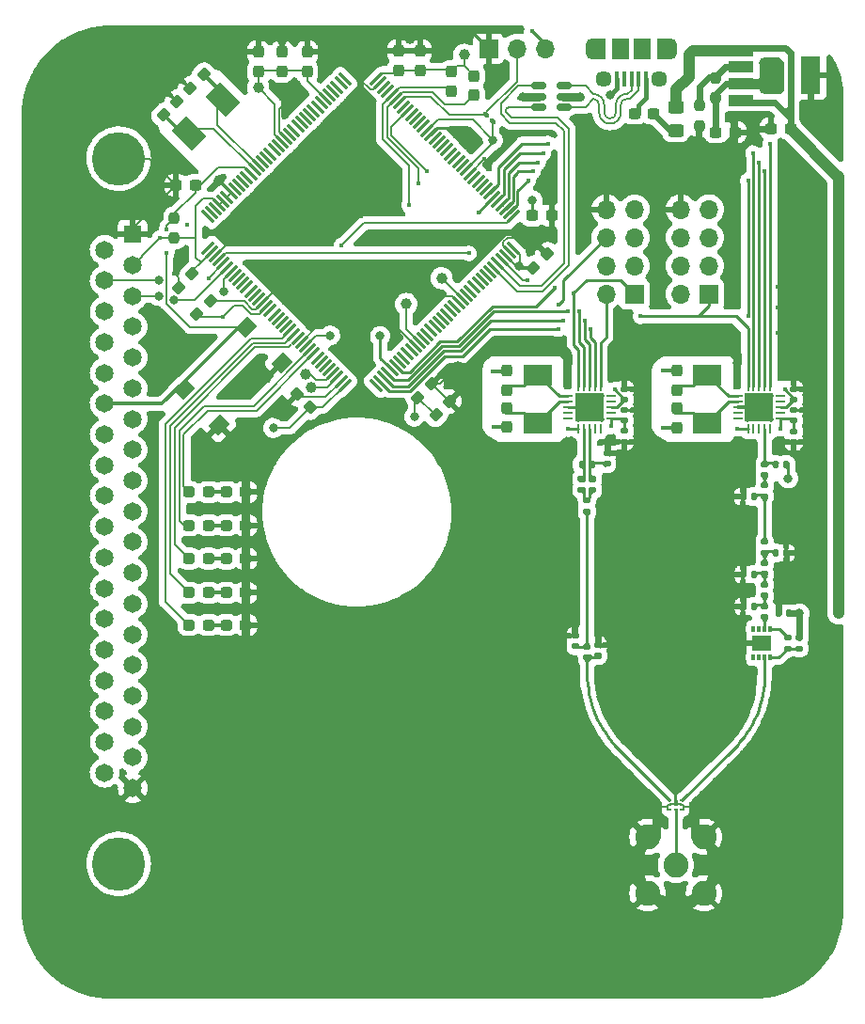
<source format=gbr>
%TF.GenerationSoftware,KiCad,Pcbnew,(6.0.7)*%
%TF.CreationDate,2022-11-16T18:44:32-05:00*%
%TF.ProjectId,Telemetry_KiCAD_Project,54656c65-6d65-4747-9279-5f4b69434144,rev?*%
%TF.SameCoordinates,Original*%
%TF.FileFunction,Copper,L1,Top*%
%TF.FilePolarity,Positive*%
%FSLAX46Y46*%
G04 Gerber Fmt 4.6, Leading zero omitted, Abs format (unit mm)*
G04 Created by KiCad (PCBNEW (6.0.7)) date 2022-11-16 18:44:32*
%MOMM*%
%LPD*%
G01*
G04 APERTURE LIST*
G04 Aperture macros list*
%AMRoundRect*
0 Rectangle with rounded corners*
0 $1 Rounding radius*
0 $2 $3 $4 $5 $6 $7 $8 $9 X,Y pos of 4 corners*
0 Add a 4 corners polygon primitive as box body*
4,1,4,$2,$3,$4,$5,$6,$7,$8,$9,$2,$3,0*
0 Add four circle primitives for the rounded corners*
1,1,$1+$1,$2,$3*
1,1,$1+$1,$4,$5*
1,1,$1+$1,$6,$7*
1,1,$1+$1,$8,$9*
0 Add four rect primitives between the rounded corners*
20,1,$1+$1,$2,$3,$4,$5,0*
20,1,$1+$1,$4,$5,$6,$7,0*
20,1,$1+$1,$6,$7,$8,$9,0*
20,1,$1+$1,$8,$9,$2,$3,0*%
%AMRotRect*
0 Rectangle, with rotation*
0 The origin of the aperture is its center*
0 $1 length*
0 $2 width*
0 $3 Rotation angle, in degrees counterclockwise*
0 Add horizontal line*
21,1,$1,$2,0,0,$3*%
G04 Aperture macros list end*
%TA.AperFunction,SMDPad,CuDef*%
%ADD10RoundRect,0.237500X-0.044194X-0.380070X0.380070X0.044194X0.044194X0.380070X-0.380070X-0.044194X0*%
%TD*%
%TA.AperFunction,SMDPad,CuDef*%
%ADD11RoundRect,0.237500X0.237500X-0.300000X0.237500X0.300000X-0.237500X0.300000X-0.237500X-0.300000X0*%
%TD*%
%TA.AperFunction,SMDPad,CuDef*%
%ADD12RoundRect,0.237500X0.044194X0.380070X-0.380070X-0.044194X-0.044194X-0.380070X0.380070X0.044194X0*%
%TD*%
%TA.AperFunction,ComponentPad*%
%ADD13C,2.250000*%
%TD*%
%TA.AperFunction,SMDPad,CuDef*%
%ADD14RoundRect,0.237500X0.237500X-0.287500X0.237500X0.287500X-0.237500X0.287500X-0.237500X-0.287500X0*%
%TD*%
%TA.AperFunction,ComponentPad*%
%ADD15C,4.800000*%
%TD*%
%TA.AperFunction,ComponentPad*%
%ADD16R,1.650000X1.650000*%
%TD*%
%TA.AperFunction,ComponentPad*%
%ADD17C,1.650000*%
%TD*%
%TA.AperFunction,SMDPad,CuDef*%
%ADD18R,0.340000X0.230000*%
%TD*%
%TA.AperFunction,SMDPad,CuDef*%
%ADD19R,0.340000X0.620000*%
%TD*%
%TA.AperFunction,SMDPad,CuDef*%
%ADD20R,0.340000X0.190000*%
%TD*%
%TA.AperFunction,SMDPad,CuDef*%
%ADD21R,0.310000X0.230000*%
%TD*%
%TA.AperFunction,SMDPad,CuDef*%
%ADD22RoundRect,0.237500X-0.300000X-0.237500X0.300000X-0.237500X0.300000X0.237500X-0.300000X0.237500X0*%
%TD*%
%TA.AperFunction,SMDPad,CuDef*%
%ADD23RoundRect,0.150000X-0.512500X-0.150000X0.512500X-0.150000X0.512500X0.150000X-0.512500X0.150000X0*%
%TD*%
%TA.AperFunction,SMDPad,CuDef*%
%ADD24RoundRect,0.237500X-0.237500X0.300000X-0.237500X-0.300000X0.237500X-0.300000X0.237500X0.300000X0*%
%TD*%
%TA.AperFunction,SMDPad,CuDef*%
%ADD25RoundRect,0.140000X-0.170000X0.140000X-0.170000X-0.140000X0.170000X-0.140000X0.170000X0.140000X0*%
%TD*%
%TA.AperFunction,SMDPad,CuDef*%
%ADD26RoundRect,0.140000X-0.140000X-0.170000X0.140000X-0.170000X0.140000X0.170000X-0.140000X0.170000X0*%
%TD*%
%TA.AperFunction,SMDPad,CuDef*%
%ADD27RoundRect,0.062500X0.062500X-0.362500X0.062500X0.362500X-0.062500X0.362500X-0.062500X-0.362500X0*%
%TD*%
%TA.AperFunction,SMDPad,CuDef*%
%ADD28RoundRect,0.062500X0.362500X-0.062500X0.362500X0.062500X-0.362500X0.062500X-0.362500X-0.062500X0*%
%TD*%
%TA.AperFunction,ComponentPad*%
%ADD29C,0.500000*%
%TD*%
%TA.AperFunction,SMDPad,CuDef*%
%ADD30R,2.600000X2.600000*%
%TD*%
%TA.AperFunction,SMDPad,CuDef*%
%ADD31RoundRect,0.147500X-0.147500X-0.172500X0.147500X-0.172500X0.147500X0.172500X-0.147500X0.172500X0*%
%TD*%
%TA.AperFunction,SMDPad,CuDef*%
%ADD32R,2.600000X1.900000*%
%TD*%
%TA.AperFunction,SMDPad,CuDef*%
%ADD33RoundRect,0.147500X-0.172500X0.147500X-0.172500X-0.147500X0.172500X-0.147500X0.172500X0.147500X0*%
%TD*%
%TA.AperFunction,SMDPad,CuDef*%
%ADD34R,0.400000X1.350000*%
%TD*%
%TA.AperFunction,SMDPad,CuDef*%
%ADD35R,1.200000X1.900000*%
%TD*%
%TA.AperFunction,ComponentPad*%
%ADD36O,1.200000X1.900000*%
%TD*%
%TA.AperFunction,SMDPad,CuDef*%
%ADD37R,1.500000X1.900000*%
%TD*%
%TA.AperFunction,ComponentPad*%
%ADD38C,1.450000*%
%TD*%
%TA.AperFunction,SMDPad,CuDef*%
%ADD39RoundRect,0.140000X0.140000X0.170000X-0.140000X0.170000X-0.140000X-0.170000X0.140000X-0.170000X0*%
%TD*%
%TA.AperFunction,SMDPad,CuDef*%
%ADD40RoundRect,0.135000X0.185000X-0.135000X0.185000X0.135000X-0.185000X0.135000X-0.185000X-0.135000X0*%
%TD*%
%TA.AperFunction,SMDPad,CuDef*%
%ADD41RoundRect,0.087500X-0.087500X0.200000X-0.087500X-0.200000X0.087500X-0.200000X0.087500X0.200000X0*%
%TD*%
%TA.AperFunction,SMDPad,CuDef*%
%ADD42R,1.740000X1.450000*%
%TD*%
%TA.AperFunction,SMDPad,CuDef*%
%ADD43RoundRect,0.140000X0.170000X-0.140000X0.170000X0.140000X-0.170000X0.140000X-0.170000X-0.140000X0*%
%TD*%
%TA.AperFunction,SMDPad,CuDef*%
%ADD44RoundRect,0.147500X0.147500X0.172500X-0.147500X0.172500X-0.147500X-0.172500X0.147500X-0.172500X0*%
%TD*%
%TA.AperFunction,SMDPad,CuDef*%
%ADD45RoundRect,0.237500X0.287500X0.237500X-0.287500X0.237500X-0.287500X-0.237500X0.287500X-0.237500X0*%
%TD*%
%TA.AperFunction,SMDPad,CuDef*%
%ADD46RoundRect,0.147500X0.172500X-0.147500X0.172500X0.147500X-0.172500X0.147500X-0.172500X-0.147500X0*%
%TD*%
%TA.AperFunction,ComponentPad*%
%ADD47R,1.700000X1.700000*%
%TD*%
%TA.AperFunction,ComponentPad*%
%ADD48O,1.700000X1.700000*%
%TD*%
%TA.AperFunction,SMDPad,CuDef*%
%ADD49RotRect,1.900000X2.600000X225.000000*%
%TD*%
%TA.AperFunction,SMDPad,CuDef*%
%ADD50RoundRect,0.237500X0.300000X0.237500X-0.300000X0.237500X-0.300000X-0.237500X0.300000X-0.237500X0*%
%TD*%
%TA.AperFunction,SMDPad,CuDef*%
%ADD51RotRect,1.550000X1.300000X45.000000*%
%TD*%
%TA.AperFunction,SMDPad,CuDef*%
%ADD52RoundRect,0.237500X0.237500X-0.250000X0.237500X0.250000X-0.237500X0.250000X-0.237500X-0.250000X0*%
%TD*%
%TA.AperFunction,SMDPad,CuDef*%
%ADD53RoundRect,0.100000X0.224506X-0.083085X-0.083085X0.224506X-0.224506X0.083085X0.083085X-0.224506X0*%
%TD*%
%TA.AperFunction,SMDPad,CuDef*%
%ADD54RoundRect,0.250000X-0.450000X0.325000X-0.450000X-0.325000X0.450000X-0.325000X0.450000X0.325000X0*%
%TD*%
%TA.AperFunction,SMDPad,CuDef*%
%ADD55RoundRect,0.237500X-0.237500X0.250000X-0.237500X-0.250000X0.237500X-0.250000X0.237500X0.250000X0*%
%TD*%
%TA.AperFunction,SMDPad,CuDef*%
%ADD56RoundRect,0.237500X0.380070X-0.044194X-0.044194X0.380070X-0.380070X0.044194X0.044194X-0.380070X0*%
%TD*%
%TA.AperFunction,SMDPad,CuDef*%
%ADD57R,2.200000X1.000000*%
%TD*%
%TA.AperFunction,SMDPad,CuDef*%
%ADD58R,1.800000X3.400000*%
%TD*%
%TA.AperFunction,SMDPad,CuDef*%
%ADD59RotRect,0.300000X1.475000X45.000000*%
%TD*%
%TA.AperFunction,SMDPad,CuDef*%
%ADD60RotRect,0.300000X1.475000X315.000000*%
%TD*%
%TA.AperFunction,ViaPad*%
%ADD61C,0.800000*%
%TD*%
%TA.AperFunction,ViaPad*%
%ADD62C,1.000000*%
%TD*%
%TA.AperFunction,ViaPad*%
%ADD63C,0.400000*%
%TD*%
%TA.AperFunction,Conductor*%
%ADD64C,0.800000*%
%TD*%
%TA.AperFunction,Conductor*%
%ADD65C,0.200000*%
%TD*%
%TA.AperFunction,Conductor*%
%ADD66C,0.300000*%
%TD*%
%TA.AperFunction,Conductor*%
%ADD67C,0.293370*%
%TD*%
%TA.AperFunction,Conductor*%
%ADD68C,0.600000*%
%TD*%
%TA.AperFunction,Conductor*%
%ADD69C,0.250000*%
%TD*%
%TA.AperFunction,Conductor*%
%ADD70C,0.400000*%
%TD*%
%TA.AperFunction,Conductor*%
%ADD71C,1.000000*%
%TD*%
%TA.AperFunction,Conductor*%
%ADD72C,0.150000*%
%TD*%
G04 APERTURE END LIST*
D10*
%TO.P,C25,1*%
%TO.N,Net-(IC1-Pad24)*%
X95755927Y-61049074D03*
%TO.P,C25,2*%
%TO.N,GND*%
X96975687Y-59829314D03*
%TD*%
D11*
%TO.P,C27,1*%
%TO.N,+3V3*%
X118930000Y-57012500D03*
%TO.P,C27,2*%
%TO.N,GND*%
X118930000Y-55287500D03*
%TD*%
D10*
%TO.P,C28,1*%
%TO.N,+3V3*%
X129090120Y-74809880D03*
%TO.P,C28,2*%
%TO.N,GND*%
X130309880Y-73590120D03*
%TD*%
%TO.P,C30,1*%
%TO.N,+3V3*%
X118660120Y-86479880D03*
%TO.P,C30,2*%
%TO.N,GND*%
X119879880Y-85260120D03*
%TD*%
%TO.P,C31,1*%
%TO.N,+3V3*%
X120290120Y-88049880D03*
%TO.P,C31,2*%
%TO.N,GND*%
X121509880Y-86830120D03*
%TD*%
D12*
%TO.P,C32,1*%
%TO.N,+3V3*%
X98329880Y-75360120D03*
%TO.P,C32,2*%
%TO.N,GND*%
X97110120Y-76579880D03*
%TD*%
D11*
%TO.P,C35,1*%
%TO.N,+3V3*%
X108700000Y-57112500D03*
%TO.P,C35,2*%
%TO.N,GND*%
X108700000Y-55387500D03*
%TD*%
D13*
%TO.P,J3,1,In*%
%TO.N,/RSD_Duplexer/Antenna*%
X141900000Y-128575000D03*
%TO.P,J3,2,Ext*%
%TO.N,GND*%
X144440000Y-126035000D03*
X139360000Y-126035000D03*
X139360000Y-131115000D03*
X144440000Y-131115000D03*
%TD*%
D14*
%TO.P,R4,1*%
%TO.N,/37 Pin DSUB/Alert_scl*%
X123740000Y-59285000D03*
%TO.P,R4,2*%
%TO.N,+3V3*%
X123740000Y-57535000D03*
%TD*%
%TO.P,R5,1*%
%TO.N,/37 Pin DSUB/Alert_sda*%
X121700000Y-58885000D03*
%TO.P,R5,2*%
%TO.N,+3V3*%
X121700000Y-57135000D03*
%TD*%
D15*
%TO.P,J5,0*%
%TO.N,N/C*%
X91730000Y-128480000D03*
X91730000Y-64980000D03*
D16*
%TO.P,J5,1,1*%
%TO.N,GND*%
X93000000Y-71800000D03*
D17*
%TO.P,J5,2,2*%
%TO.N,+3V3*%
X93000000Y-74570000D03*
%TO.P,J5,3,3*%
%TO.N,/37 Pin DSUB/t_miso*%
X93000000Y-77340000D03*
%TO.P,J5,4,4*%
%TO.N,/37 Pin DSUB/SWDIO*%
X93000000Y-80110000D03*
%TO.P,J5,5,5*%
%TO.N,/37 Pin DSUB/Alert_scl*%
X93000000Y-82880000D03*
%TO.P,J5,6,6*%
%TO.N,/37 Pin DSUB/Alert_Active*%
X93000000Y-85650000D03*
%TO.P,J5,7,7*%
%TO.N,/37 Pin DSUB/Fire*%
X93000000Y-88420000D03*
%TO.P,J5,8,8*%
%TO.N,unconnected-(J5-Pad8)*%
X93000000Y-91190000D03*
%TO.P,J5,9,9*%
%TO.N,unconnected-(J5-Pad9)*%
X93000000Y-93960000D03*
%TO.P,J5,10,10*%
%TO.N,unconnected-(J5-Pad10)*%
X93000000Y-96730000D03*
%TO.P,J5,11,11*%
%TO.N,unconnected-(J5-Pad11)*%
X93000000Y-99500000D03*
%TO.P,J5,12,12*%
%TO.N,unconnected-(J5-Pad12)*%
X93000000Y-102270000D03*
%TO.P,J5,13,13*%
%TO.N,unconnected-(J5-Pad13)*%
X93000000Y-105040000D03*
%TO.P,J5,14,14*%
%TO.N,unconnected-(J5-Pad14)*%
X93000000Y-107810000D03*
%TO.P,J5,15,15*%
%TO.N,unconnected-(J5-Pad15)*%
X93000000Y-110580000D03*
%TO.P,J5,16,16*%
%TO.N,unconnected-(J5-Pad16)*%
X93000000Y-113350000D03*
%TO.P,J5,17,17*%
%TO.N,unconnected-(J5-Pad17)*%
X93000000Y-116120000D03*
%TO.P,J5,18,18*%
%TO.N,+3V3*%
X93000000Y-118890000D03*
%TO.P,J5,19,19*%
%TO.N,GND*%
X93000000Y-121660000D03*
%TO.P,J5,20,20*%
%TO.N,+5V*%
X90460000Y-73185000D03*
%TO.P,J5,21,21*%
%TO.N,/37 Pin DSUB/t_mosi*%
X90460000Y-75955000D03*
%TO.P,J5,22,22*%
%TO.N,/37 Pin DSUB/t_clk*%
X90460000Y-78725000D03*
%TO.P,J5,23,23*%
%TO.N,/37 Pin DSUB/SWCLK*%
X90460000Y-81495000D03*
%TO.P,J5,24,24*%
%TO.N,/37 Pin DSUB/Alert_sda*%
X90460000Y-84265000D03*
%TO.P,J5,25,25*%
%TO.N,/MCU_L562VE/~{RESET}*%
X90460000Y-87035000D03*
%TO.P,J5,26,26*%
%TO.N,/37 Pin DSUB/Fire_redundant*%
X90460000Y-89805000D03*
%TO.P,J5,27,27*%
%TO.N,unconnected-(J5-Pad27)*%
X90460000Y-92575000D03*
%TO.P,J5,28,28*%
%TO.N,unconnected-(J5-Pad28)*%
X90460000Y-95345000D03*
%TO.P,J5,29,29*%
%TO.N,unconnected-(J5-Pad29)*%
X90460000Y-98115000D03*
%TO.P,J5,30,30*%
%TO.N,unconnected-(J5-Pad30)*%
X90460000Y-100885000D03*
%TO.P,J5,31,31*%
%TO.N,unconnected-(J5-Pad31)*%
X90460000Y-103655000D03*
%TO.P,J5,32,32*%
%TO.N,unconnected-(J5-Pad32)*%
X90460000Y-106425000D03*
%TO.P,J5,33,33*%
%TO.N,unconnected-(J5-Pad33)*%
X90460000Y-109195000D03*
%TO.P,J5,34,34*%
%TO.N,unconnected-(J5-Pad34)*%
X90460000Y-111965000D03*
%TO.P,J5,35,35*%
%TO.N,unconnected-(J5-Pad35)*%
X90460000Y-114735000D03*
%TO.P,J5,36,36*%
%TO.N,unconnected-(J5-Pad36)*%
X90460000Y-117505000D03*
%TO.P,J5,37,37*%
%TO.N,+5V*%
X90460000Y-120275000D03*
%TD*%
D18*
%TO.P,U3,1,RX*%
%TO.N,/RSD_Duplexer/RX_In*%
X141340000Y-122765000D03*
D19*
%TO.P,U3,2,GND*%
%TO.N,GND*%
X141880000Y-122960000D03*
D18*
%TO.P,U3,3,TX*%
%TO.N,/ADL_Amplifier/RF_Out*%
X142450000Y-122765000D03*
D20*
%TO.P,U3,4,GND*%
%TO.N,GND*%
X142450000Y-123175000D03*
D18*
%TO.P,U3,5,GND*%
X142450000Y-123585000D03*
D21*
%TO.P,U3,6,ANT*%
%TO.N,/RSD_Duplexer/Antenna*%
X141895000Y-123585000D03*
D18*
%TO.P,U3,7,GND*%
%TO.N,GND*%
X141340000Y-123585000D03*
D20*
%TO.P,U3,8,GND*%
X141340000Y-123175000D03*
%TD*%
D11*
%TO.P,C34,1*%
%TO.N,+3V3*%
X106430000Y-57112500D03*
%TO.P,C34,2*%
%TO.N,GND*%
X106430000Y-55387500D03*
%TD*%
%TO.P,C26,1*%
%TO.N,+3V3*%
X116901251Y-57012500D03*
%TO.P,C26,2*%
%TO.N,GND*%
X116901251Y-55287500D03*
%TD*%
D22*
%TO.P,C29,1*%
%TO.N,+3V3*%
X128980000Y-70110000D03*
%TO.P,C29,2*%
%TO.N,GND*%
X130705000Y-70110000D03*
%TD*%
D23*
%TO.P,U5,1,IO1*%
%TO.N,/MCU_L562VE/USB_D+*%
X129562500Y-58425000D03*
%TO.P,U5,2,GND*%
%TO.N,GND*%
X129562500Y-59375000D03*
%TO.P,U5,3,IO2*%
%TO.N,/MCU_L562VE/USB_D-*%
X129562500Y-60325000D03*
%TO.P,U5,4,IO2*%
%TO.N,/USB Connector and ESD/USB_CONN_D-*%
X131837500Y-60325000D03*
%TO.P,U5,5,VBUS*%
%TO.N,+5V*%
X131837500Y-59375000D03*
%TO.P,U5,6,IO1*%
%TO.N,/USB Connector and ESD/USB_CONN_D+*%
X131837500Y-58425000D03*
%TD*%
D24*
%TO.P,C2,1*%
%TO.N,Net-(C2-Pad1)*%
X126720000Y-87445001D03*
%TO.P,C2,2*%
%TO.N,GND*%
X126720000Y-89170001D03*
%TD*%
D25*
%TO.P,C3,1*%
%TO.N,GND*%
X137300000Y-87615000D03*
%TO.P,C3,2*%
%TO.N,+3V3*%
X137300000Y-88575000D03*
%TD*%
D26*
%TO.P,C12,1*%
%TO.N,GND*%
X151130000Y-105915000D03*
%TO.P,C12,2*%
%TO.N,+5V*%
X152090000Y-105915000D03*
%TD*%
D25*
%TO.P,C15,1*%
%TO.N,GND*%
X152540000Y-85715000D03*
%TO.P,C15,2*%
%TO.N,+3V3*%
X152540000Y-86675000D03*
%TD*%
%TO.P,C17,1*%
%TO.N,GND*%
X152540000Y-87615000D03*
%TO.P,C17,2*%
%TO.N,+3V3*%
X152540000Y-88575000D03*
%TD*%
D27*
%TO.P,U1,1,SDN*%
%TO.N,/RX_RST*%
X133150000Y-89300000D03*
%TO.P,U1,2,RXp*%
%TO.N,Net-(C7-Pad1)*%
X133650000Y-89300000D03*
%TO.P,U1,3,RXn*%
%TO.N,Net-(C6-Pad2)*%
X134150000Y-89300000D03*
%TO.P,U1,4,TX*%
%TO.N,unconnected-(U1-Pad4)*%
X134650000Y-89300000D03*
%TO.P,U1,5,NC*%
%TO.N,unconnected-(U1-Pad5)*%
X135150000Y-89300000D03*
D28*
%TO.P,U1,6,VDD*%
%TO.N,+3V3*%
X136075000Y-88375000D03*
%TO.P,U1,7,TXRAMP*%
%TO.N,unconnected-(U1-Pad7)*%
X136075000Y-87875000D03*
%TO.P,U1,8,VDD*%
%TO.N,+3V3*%
X136075000Y-87375000D03*
%TO.P,U1,9,GPIO0*%
%TO.N,unconnected-(U1-Pad9)*%
X136075000Y-86875000D03*
%TO.P,U1,10,GPIO1*%
%TO.N,unconnected-(U1-Pad10)*%
X136075000Y-86375000D03*
D27*
%TO.P,U1,11,~{IRQ}*%
%TO.N,/~{RX_IRQ}*%
X135150000Y-85450000D03*
%TO.P,U1,12,SCLK*%
%TO.N,/RX_SCL*%
X134650000Y-85450000D03*
%TO.P,U1,13,SDO*%
%TO.N,/RX_SDO*%
X134150000Y-85450000D03*
%TO.P,U1,14,SDI*%
%TO.N,/RX_SDI*%
X133650000Y-85450000D03*
%TO.P,U1,15,~{SEL}*%
%TO.N,/~{RX_SEL}*%
X133150000Y-85450000D03*
D28*
%TO.P,U1,16,XOUT*%
%TO.N,Net-(C4-Pad1)*%
X132225000Y-86375000D03*
%TO.P,U1,17,XIN*%
%TO.N,Net-(C2-Pad1)*%
X132225000Y-86875000D03*
%TO.P,U1,18,GND*%
%TO.N,GND*%
X132225000Y-87375000D03*
%TO.P,U1,19,GPIO2*%
%TO.N,unconnected-(U1-Pad19)*%
X132225000Y-87875000D03*
%TO.P,U1,20,GPIO3*%
%TO.N,unconnected-(U1-Pad20)*%
X132225000Y-88375000D03*
D29*
%TO.P,U1,21,GND*%
%TO.N,GND*%
X133100000Y-88425000D03*
X135200000Y-86325000D03*
X135200000Y-88425000D03*
D30*
X134150000Y-87375000D03*
D29*
X133100000Y-86325000D03*
%TD*%
D31*
%TO.P,L1,1*%
%TO.N,Net-(C7-Pad1)*%
X133437500Y-92525000D03*
%TO.P,L1,2*%
%TO.N,Net-(C6-Pad2)*%
X134407500Y-92525000D03*
%TD*%
D25*
%TO.P,C7,1*%
%TO.N,Net-(C7-Pad1)*%
X133400000Y-93815000D03*
%TO.P,C7,2*%
%TO.N,Net-(C7-Pad2)*%
X133400000Y-94775000D03*
%TD*%
%TO.P,C8,1*%
%TO.N,Net-(C7-Pad2)*%
X133900000Y-95765000D03*
%TO.P,C8,2*%
%TO.N,Net-(C8-Pad2)*%
X133900000Y-96725000D03*
%TD*%
%TO.P,C6,1*%
%TO.N,GND*%
X135700000Y-91515000D03*
%TO.P,C6,2*%
%TO.N,Net-(C6-Pad2)*%
X135700000Y-92475000D03*
%TD*%
D32*
%TO.P,Y1,1,1*%
%TO.N,Net-(C2-Pad1)*%
X129490000Y-88770000D03*
%TO.P,Y1,2,2*%
%TO.N,Net-(C4-Pad1)*%
X129490000Y-84470000D03*
%TD*%
D33*
%TO.P,L2,1*%
%TO.N,Net-(C6-Pad2)*%
X134420000Y-93810000D03*
%TO.P,L2,2*%
%TO.N,Net-(C7-Pad2)*%
X134420000Y-94780000D03*
%TD*%
D34*
%TO.P,J4,1*%
%TO.N,Net-(FB1-Pad2)*%
X139200000Y-57837500D03*
%TO.P,J4,2*%
%TO.N,/USB Connector and ESD/USB_CONN_D-*%
X138550000Y-57837500D03*
%TO.P,J4,3*%
%TO.N,/USB Connector and ESD/USB_CONN_D+*%
X137900000Y-57837500D03*
%TO.P,J4,4*%
%TO.N,unconnected-(J4-Pad4)*%
X137250000Y-57837500D03*
%TO.P,J4,5*%
%TO.N,GND*%
X136600000Y-57837500D03*
D35*
%TO.P,J4,6*%
%TO.N,unconnected-(J4-Pad6)*%
X135000000Y-55137500D03*
D36*
X134400000Y-55137500D03*
D37*
X138900000Y-55137500D03*
D38*
X140400000Y-57837500D03*
D37*
X136900000Y-55137500D03*
D38*
X135400000Y-57837500D03*
D36*
X141400000Y-55137500D03*
D35*
X140800000Y-55137500D03*
%TD*%
D11*
%TO.P,C18,1*%
%TO.N,Net-(C18-Pad1)*%
X141970000Y-85795000D03*
%TO.P,C18,2*%
%TO.N,GND*%
X141970000Y-84070000D03*
%TD*%
%TO.P,C4,1*%
%TO.N,Net-(C4-Pad1)*%
X126719999Y-85795000D03*
%TO.P,C4,2*%
%TO.N,GND*%
X126719999Y-84070000D03*
%TD*%
D26*
%TO.P,C11,1*%
%TO.N,GND*%
X147960000Y-105295000D03*
%TO.P,C11,2*%
%TO.N,/ADL_Amplifier/RF_In*%
X148920000Y-105295000D03*
%TD*%
D33*
%TO.P,L9,1*%
%TO.N,Net-(L7-Pad2)*%
X149900000Y-99492501D03*
%TO.P,L9,2*%
%TO.N,Net-(C21-Pad1)*%
X149900000Y-100462501D03*
%TD*%
%TO.P,L4,1*%
%TO.N,/ADL_Amplifier/RF_In*%
X149900000Y-105285000D03*
%TO.P,L4,2*%
%TO.N,Net-(L4-Pad2)*%
X149900000Y-106255000D03*
%TD*%
D26*
%TO.P,C21,1*%
%TO.N,Net-(C21-Pad1)*%
X150880000Y-100475000D03*
%TO.P,C21,2*%
%TO.N,GND*%
X151840000Y-100475000D03*
%TD*%
D33*
%TO.P,L11,1*%
%TO.N,Net-(C22-Pad1)*%
X149900000Y-103345000D03*
%TO.P,L11,2*%
%TO.N,/ADL_Amplifier/RF_In*%
X149900000Y-104315000D03*
%TD*%
D39*
%TO.P,C22,1*%
%TO.N,Net-(C22-Pad1)*%
X148920000Y-102395000D03*
%TO.P,C22,2*%
%TO.N,GND*%
X147960000Y-102395000D03*
%TD*%
D40*
%TO.P,R1,1*%
%TO.N,Net-(L5-Pad1)*%
X151980000Y-109085000D03*
%TO.P,R1,2*%
%TO.N,Net-(R1-Pad2)*%
X151980000Y-108065000D03*
%TD*%
D41*
%TO.P,U2,1,VBIAS*%
%TO.N,Net-(R1-Pad2)*%
X150400000Y-107307500D03*
%TO.P,U2,2,RFIN*%
%TO.N,Net-(L4-Pad2)*%
X149900000Y-107307500D03*
%TO.P,U2,3*%
%TO.N,N/C*%
X149400000Y-107307500D03*
%TO.P,U2,4*%
X148900000Y-107307500D03*
%TO.P,U2,5*%
X148900000Y-109882500D03*
%TO.P,U2,6*%
X149400000Y-109882500D03*
%TO.P,U2,7,RFOUT*%
%TO.N,/ADL_Amplifier/RF_Out*%
X149900000Y-109882500D03*
%TO.P,U2,8,VPOS*%
%TO.N,Net-(L5-Pad1)*%
X150400000Y-109882500D03*
D42*
%TO.P,U2,9,GND*%
%TO.N,GND*%
X149650000Y-108595000D03*
%TD*%
D43*
%TO.P,C9,1*%
%TO.N,Net-(C8-Pad2)*%
X132890000Y-108885000D03*
%TO.P,C9,2*%
%TO.N,GND*%
X132890000Y-107925000D03*
%TD*%
D33*
%TO.P,L3,1*%
%TO.N,Net-(C8-Pad2)*%
X133900000Y-108905000D03*
%TO.P,L3,2*%
%TO.N,/RSD_Duplexer/RX_In*%
X133900000Y-109875000D03*
%TD*%
D43*
%TO.P,C10,1*%
%TO.N,/RSD_Duplexer/RX_In*%
X134910000Y-109745000D03*
%TO.P,C10,2*%
%TO.N,GND*%
X134910000Y-108785000D03*
%TD*%
D44*
%TO.P,L8,1*%
%TO.N,Net-(L7-Pad2)*%
X148910000Y-95395000D03*
%TO.P,L8,2*%
%TO.N,GND*%
X147940000Y-95395000D03*
%TD*%
D31*
%TO.P,L6,1*%
%TO.N,Net-(C20-Pad1)*%
X150880000Y-92525000D03*
%TO.P,L6,2*%
%TO.N,+3V3*%
X151850000Y-92525000D03*
%TD*%
D25*
%TO.P,C20,1*%
%TO.N,Net-(C20-Pad1)*%
X149900000Y-92482500D03*
%TO.P,C20,2*%
%TO.N,Net-(C20-Pad2)*%
X149900000Y-93442500D03*
%TD*%
D33*
%TO.P,L7,1*%
%TO.N,Net-(C20-Pad2)*%
X149900000Y-94395000D03*
%TO.P,L7,2*%
%TO.N,Net-(L7-Pad2)*%
X149900000Y-95365000D03*
%TD*%
D32*
%TO.P,Y2,1,1*%
%TO.N,Net-(C16-Pad1)*%
X144740000Y-88770000D03*
%TO.P,Y2,2,2*%
%TO.N,Net-(C18-Pad1)*%
X144740000Y-84470000D03*
%TD*%
D27*
%TO.P,U6,1,SDN*%
%TO.N,/TX_RST*%
X148400000Y-89300000D03*
%TO.P,U6,2,RXp*%
%TO.N,unconnected-(U6-Pad2)*%
X148900000Y-89300000D03*
%TO.P,U6,3,RXn*%
%TO.N,unconnected-(U6-Pad3)*%
X149400000Y-89300000D03*
%TO.P,U6,4,TX*%
%TO.N,Net-(C20-Pad1)*%
X149900000Y-89300000D03*
%TO.P,U6,5,NC*%
%TO.N,unconnected-(U6-Pad5)*%
X150400000Y-89300000D03*
D28*
%TO.P,U6,6,VDD*%
%TO.N,+3V3*%
X151325000Y-88375000D03*
%TO.P,U6,7,TXRAMP*%
%TO.N,unconnected-(U6-Pad7)*%
X151325000Y-87875000D03*
%TO.P,U6,8,VDD*%
%TO.N,+3V3*%
X151325000Y-87375000D03*
%TO.P,U6,9,GPIO0*%
%TO.N,unconnected-(U6-Pad9)*%
X151325000Y-86875000D03*
%TO.P,U6,10,GPIO1*%
%TO.N,unconnected-(U6-Pad10)*%
X151325000Y-86375000D03*
D27*
%TO.P,U6,11,~{IRQ}*%
%TO.N,/~{TX_IRQ}*%
X150400000Y-85450000D03*
%TO.P,U6,12,SCLK*%
%TO.N,/TX_SCL*%
X149900000Y-85450000D03*
%TO.P,U6,13,SDO*%
%TO.N,/TX_SDO*%
X149400000Y-85450000D03*
%TO.P,U6,14,SDI*%
%TO.N,/TX_SDI*%
X148900000Y-85450000D03*
%TO.P,U6,15,~{SEL}*%
%TO.N,/~{TX_SEL}*%
X148400000Y-85450000D03*
D28*
%TO.P,U6,16,XOUT*%
%TO.N,Net-(C18-Pad1)*%
X147475000Y-86375000D03*
%TO.P,U6,17,XIN*%
%TO.N,Net-(C16-Pad1)*%
X147475000Y-86875000D03*
%TO.P,U6,18,GND*%
%TO.N,GND*%
X147475000Y-87375000D03*
%TO.P,U6,19,GPIO2*%
%TO.N,unconnected-(U6-Pad19)*%
X147475000Y-87875000D03*
%TO.P,U6,20,GPIO3*%
%TO.N,unconnected-(U6-Pad20)*%
X147475000Y-88375000D03*
D29*
%TO.P,U6,21,GND*%
%TO.N,GND*%
X150450000Y-88425000D03*
D30*
X149400000Y-87375000D03*
D29*
X150450000Y-86325000D03*
X148350000Y-86325000D03*
X148350000Y-88425000D03*
%TD*%
D24*
%TO.P,C16,1*%
%TO.N,Net-(C16-Pad1)*%
X141970000Y-87455000D03*
%TO.P,C16,2*%
%TO.N,GND*%
X141970000Y-89180000D03*
%TD*%
D45*
%TO.P,D4,1,K*%
%TO.N,Net-(D4-Pad1)*%
X99825000Y-100985000D03*
%TO.P,D4,2,A*%
%TO.N,Net-(D4-Pad2)*%
X98075000Y-100985000D03*
%TD*%
%TO.P,D6,1,K*%
%TO.N,Net-(D6-Pad1)*%
X99825000Y-106970000D03*
%TO.P,D6,2,A*%
%TO.N,Net-(D6-Pad2)*%
X98075000Y-106970000D03*
%TD*%
%TO.P,R6,1*%
%TO.N,GND*%
X103170000Y-106970000D03*
%TO.P,R6,2*%
%TO.N,Net-(D6-Pad1)*%
X101420000Y-106970000D03*
%TD*%
%TO.P,R8,1*%
%TO.N,GND*%
X103170000Y-100985000D03*
%TO.P,R8,2*%
%TO.N,Net-(D4-Pad1)*%
X101420000Y-100985000D03*
%TD*%
%TO.P,R10,1*%
%TO.N,GND*%
X103170000Y-95000000D03*
%TO.P,R10,2*%
%TO.N,Net-(D2-Pad1)*%
X101420000Y-95000000D03*
%TD*%
%TO.P,D3,1,K*%
%TO.N,Net-(D3-Pad1)*%
X99825000Y-97992500D03*
%TO.P,D3,2,A*%
%TO.N,Net-(IC1-Pad63)*%
X98075000Y-97992500D03*
%TD*%
%TO.P,R7,1*%
%TO.N,GND*%
X103165000Y-104070000D03*
%TO.P,R7,2*%
%TO.N,Net-(D5-Pad1)*%
X101415000Y-104070000D03*
%TD*%
%TO.P,R9,1*%
%TO.N,GND*%
X103170000Y-97992500D03*
%TO.P,R9,2*%
%TO.N,Net-(D3-Pad1)*%
X101420000Y-97992500D03*
%TD*%
%TO.P,D5,1,K*%
%TO.N,Net-(D5-Pad1)*%
X99820000Y-104070000D03*
%TO.P,D5,2,A*%
%TO.N,Net-(D5-Pad2)*%
X98070000Y-104070000D03*
%TD*%
D46*
%TO.P,L5,1*%
%TO.N,Net-(L5-Pad1)*%
X153030000Y-109075000D03*
%TO.P,L5,2*%
%TO.N,+5V*%
X153030000Y-108105000D03*
%TD*%
D47*
%TO.P,J2,1,Pin_1*%
%TO.N,/~{RX_SEL}*%
X138190000Y-77175000D03*
D48*
%TO.P,J2,2,Pin_2*%
%TO.N,/~{RX_IRQ}*%
X135650000Y-77175000D03*
%TO.P,J2,3,Pin_3*%
%TO.N,/RX_SDI*%
X138190000Y-74635000D03*
%TO.P,J2,4,Pin_4*%
%TO.N,/RX_SDO*%
X135650000Y-74635000D03*
%TO.P,J2,5,Pin_5*%
%TO.N,/RX_SCL*%
X138190000Y-72095000D03*
%TO.P,J2,6,Pin_6*%
%TO.N,/RX_RST*%
X135650000Y-72095000D03*
%TO.P,J2,7,Pin_7*%
%TO.N,unconnected-(J2-Pad7)*%
X138190000Y-69555000D03*
%TO.P,J2,8,Pin_8*%
%TO.N,GND*%
X135650000Y-69555000D03*
%TD*%
D47*
%TO.P,J1,1,Pin_1*%
%TO.N,/~{TX_SEL}*%
X144890000Y-77155001D03*
D48*
%TO.P,J1,2,Pin_2*%
%TO.N,/~{TX_IRQ}*%
X142350000Y-77155001D03*
%TO.P,J1,3,Pin_3*%
%TO.N,/TX_SDI*%
X144890000Y-74615001D03*
%TO.P,J1,4,Pin_4*%
%TO.N,/TX_SDO*%
X142350000Y-74615001D03*
%TO.P,J1,5,Pin_5*%
%TO.N,/TX_SCL*%
X144890000Y-72075001D03*
%TO.P,J1,6,Pin_6*%
%TO.N,/TX_RST*%
X142350000Y-72075001D03*
%TO.P,J1,7,Pin_7*%
%TO.N,unconnected-(J1-Pad7)*%
X144890000Y-69535001D03*
%TO.P,J1,8,Pin_8*%
%TO.N,GND*%
X142350000Y-69535001D03*
%TD*%
D25*
%TO.P,C1,1*%
%TO.N,GND*%
X137300000Y-85715000D03*
%TO.P,C1,2*%
%TO.N,+3V3*%
X137300000Y-86675000D03*
%TD*%
D49*
%TO.P,Y3,1,1*%
%TO.N,Net-(IC1-Pad23)*%
X101080280Y-59699720D03*
%TO.P,Y3,2,2*%
%TO.N,Net-(IC1-Pad24)*%
X98039720Y-62740280D03*
%TD*%
D12*
%TO.P,C24,1*%
%TO.N,Net-(IC1-Pad23)*%
X99380926Y-57424074D03*
%TO.P,C24,2*%
%TO.N,GND*%
X98161166Y-58643834D03*
%TD*%
D50*
%TO.P,C23,1*%
%TO.N,/MCU_L562VE/~{RESET}*%
X98622500Y-67370000D03*
%TO.P,C23,2*%
%TO.N,GND*%
X96897500Y-67370000D03*
%TD*%
D51*
%TO.P,SW1,1,1*%
%TO.N,/MCU_L562VE/~{RESET}*%
X103228570Y-80151430D03*
X97600000Y-85780000D03*
%TO.P,SW1,2,2*%
%TO.N,GND*%
X106410550Y-83333410D03*
X100781980Y-88961980D03*
%TD*%
D47*
%TO.P,JP1,1,A*%
%TO.N,GND*%
X125030000Y-55070000D03*
D48*
%TO.P,JP1,2,C*%
%TO.N,Net-(IC1-Pad138)*%
X127570000Y-55070000D03*
%TO.P,JP1,3,B*%
%TO.N,+3V3*%
X130110000Y-55070000D03*
%TD*%
D45*
%TO.P,D2,1,K*%
%TO.N,Net-(D2-Pad1)*%
X99825000Y-95000000D03*
%TO.P,D2,2,A*%
%TO.N,Net-(IC1-Pad64)*%
X98075000Y-95000000D03*
%TD*%
D12*
%TO.P,C33,1*%
%TO.N,GND*%
X99979880Y-77770120D03*
%TO.P,C33,2*%
%TO.N,+3V3*%
X98760120Y-78989880D03*
%TD*%
D43*
%TO.P,C5,1*%
%TO.N,GND*%
X137300000Y-90455000D03*
%TO.P,C5,2*%
%TO.N,+3V3*%
X137300000Y-89495000D03*
%TD*%
D33*
%TO.P,L10,1*%
%TO.N,Net-(C21-Pad1)*%
X149900000Y-101405000D03*
%TO.P,L10,2*%
%TO.N,Net-(C22-Pad1)*%
X149900000Y-102375000D03*
%TD*%
D43*
%TO.P,C19,1*%
%TO.N,GND*%
X152540000Y-90485000D03*
%TO.P,C19,2*%
%TO.N,+3V3*%
X152540000Y-89525000D03*
%TD*%
D52*
%TO.P,R3,1*%
%TO.N,+3V3*%
X145500000Y-59512500D03*
%TO.P,R3,2*%
%TO.N,Net-(R2-Pad1)*%
X145500000Y-57687500D03*
%TD*%
D53*
%TO.P,R12,1*%
%TO.N,+3V3*%
X125418146Y-61638146D03*
%TO.P,R12,2*%
%TO.N,Net-(IC1-Pad138)*%
X124841854Y-61061854D03*
%TD*%
D22*
%TO.P,C14,1*%
%TO.N,+3V3*%
X145500000Y-62600000D03*
%TO.P,C14,2*%
%TO.N,GND*%
X147225000Y-62600000D03*
%TD*%
D54*
%TO.P,D1,1,K*%
%TO.N,+5V*%
X141900000Y-60375000D03*
%TO.P,D1,2,A*%
%TO.N,Net-(D1-Pad2)*%
X141900000Y-62425000D03*
%TD*%
D55*
%TO.P,R11,1*%
%TO.N,/MCU_L562VE/~{RESET}*%
X96750000Y-70317500D03*
%TO.P,R11,2*%
%TO.N,+3V3*%
X96750000Y-72142500D03*
%TD*%
%TO.P,R2,1*%
%TO.N,Net-(R2-Pad1)*%
X144000000Y-60187500D03*
%TO.P,R2,2*%
%TO.N,GND*%
X144000000Y-62012500D03*
%TD*%
D50*
%TO.P,C13,1*%
%TO.N,+5V*%
X152225000Y-62275000D03*
%TO.P,C13,2*%
%TO.N,GND*%
X150500000Y-62275000D03*
%TD*%
D56*
%TO.P,C38,1*%
%TO.N,+3V3*%
X108989880Y-87379880D03*
%TO.P,C38,2*%
%TO.N,GND*%
X107770120Y-86160120D03*
%TD*%
D11*
%TO.P,C37,1*%
%TO.N,+3V3*%
X104290000Y-57112500D03*
%TO.P,C37,2*%
%TO.N,GND*%
X104290000Y-55387500D03*
%TD*%
D57*
%TO.P,U4,1,EN*%
%TO.N,+5V*%
X147750000Y-55225000D03*
%TO.P,U4,2,ADJ*%
%TO.N,Net-(R2-Pad1)*%
X147750000Y-56725000D03*
%TO.P,U4,3,VOUT*%
%TO.N,+3V3*%
X147750000Y-58225000D03*
%TO.P,U4,4,VIN*%
%TO.N,+5V*%
X147750000Y-59725000D03*
D58*
%TO.P,U4,5,GND*%
%TO.N,GND*%
X154050000Y-57475000D03*
%TD*%
D50*
%TO.P,FB1,1*%
%TO.N,Net-(D1-Pad2)*%
X139885000Y-60925000D03*
%TO.P,FB1,2*%
%TO.N,Net-(FB1-Pad2)*%
X138160000Y-60925000D03*
%TD*%
D59*
%TO.P,IC1,1,PE2*%
%TO.N,unconnected-(IC1-Pad1)*%
X112094272Y-57829903D03*
%TO.P,IC1,2,PE3*%
%TO.N,unconnected-(IC1-Pad2)*%
X111740718Y-58183456D03*
%TO.P,IC1,3,PE4*%
%TO.N,unconnected-(IC1-Pad3)*%
X111387165Y-58537010D03*
%TO.P,IC1,4,PE5*%
%TO.N,unconnected-(IC1-Pad4)*%
X111033612Y-58890563D03*
%TO.P,IC1,5,PE6*%
%TO.N,unconnected-(IC1-Pad5)*%
X110680058Y-59244117D03*
%TO.P,IC1,6,VBAT*%
%TO.N,+3V3*%
X110326505Y-59597670D03*
%TO.P,IC1,7,PC13*%
%TO.N,unconnected-(IC1-Pad7)*%
X109972951Y-59951223D03*
%TO.P,IC1,8,PC14-OSC32_IN*%
%TO.N,unconnected-(IC1-Pad8)*%
X109619398Y-60304777D03*
%TO.P,IC1,9,PC15-OSC32_OUT*%
%TO.N,unconnected-(IC1-Pad9)*%
X109265845Y-60658330D03*
%TO.P,IC1,10,PF0*%
%TO.N,unconnected-(IC1-Pad10)*%
X108912291Y-61011884D03*
%TO.P,IC1,11,PF1*%
%TO.N,unconnected-(IC1-Pad11)*%
X108558738Y-61365437D03*
%TO.P,IC1,12,PF2*%
%TO.N,unconnected-(IC1-Pad12)*%
X108205184Y-61718990D03*
%TO.P,IC1,13,PF3*%
%TO.N,unconnected-(IC1-Pad13)*%
X107851631Y-62072544D03*
%TO.P,IC1,14,PF4*%
%TO.N,unconnected-(IC1-Pad14)*%
X107498078Y-62426097D03*
%TO.P,IC1,15,PF5*%
%TO.N,unconnected-(IC1-Pad15)*%
X107144524Y-62779651D03*
%TO.P,IC1,16,VSS_1*%
%TO.N,GND*%
X106790971Y-63133204D03*
%TO.P,IC1,17,VDD_1*%
%TO.N,+3V3*%
X106437417Y-63486757D03*
%TO.P,IC1,18,PF6*%
%TO.N,unconnected-(IC1-Pad18)*%
X106083864Y-63840311D03*
%TO.P,IC1,19,PF7*%
%TO.N,unconnected-(IC1-Pad19)*%
X105730311Y-64193864D03*
%TO.P,IC1,20,PF8*%
%TO.N,unconnected-(IC1-Pad20)*%
X105376757Y-64547417D03*
%TO.P,IC1,21,PF9*%
%TO.N,unconnected-(IC1-Pad21)*%
X105023204Y-64900971D03*
%TO.P,IC1,22,PF10*%
%TO.N,unconnected-(IC1-Pad22)*%
X104669651Y-65254524D03*
%TO.P,IC1,23,PH0-OSC_IN*%
%TO.N,Net-(IC1-Pad23)*%
X104316097Y-65608078D03*
%TO.P,IC1,24,PH1-OSC_OUT*%
%TO.N,Net-(IC1-Pad24)*%
X103962544Y-65961631D03*
%TO.P,IC1,25,NRST*%
%TO.N,/MCU_L562VE/~{RESET}*%
X103608990Y-66315184D03*
%TO.P,IC1,26,PC0*%
%TO.N,unconnected-(IC1-Pad26)*%
X103255437Y-66668738D03*
%TO.P,IC1,27,PC1*%
%TO.N,unconnected-(IC1-Pad27)*%
X102901884Y-67022291D03*
%TO.P,IC1,28,PC2*%
%TO.N,unconnected-(IC1-Pad28)*%
X102548330Y-67375845D03*
%TO.P,IC1,29,PC3*%
%TO.N,unconnected-(IC1-Pad29)*%
X102194777Y-67729398D03*
%TO.P,IC1,30,VSSA*%
%TO.N,GND*%
X101841223Y-68082951D03*
%TO.P,IC1,31,VREF-*%
X101487670Y-68436505D03*
%TO.P,IC1,32,VREF+*%
%TO.N,+3V3*%
X101134117Y-68790058D03*
%TO.P,IC1,33,VDDA*%
X100780563Y-69143612D03*
%TO.P,IC1,34,PA0*%
%TO.N,unconnected-(IC1-Pad34)*%
X100427010Y-69497165D03*
%TO.P,IC1,35,PA1*%
%TO.N,unconnected-(IC1-Pad35)*%
X100073456Y-69850718D03*
%TO.P,IC1,36,PA2*%
%TO.N,unconnected-(IC1-Pad36)*%
X99719903Y-70204272D03*
D60*
%TO.P,IC1,37,PA3*%
%TO.N,unconnected-(IC1-Pad37)*%
X99719903Y-73015728D03*
%TO.P,IC1,38,VSS_2*%
%TO.N,+3V3*%
X100073456Y-73369282D03*
%TO.P,IC1,39,VDD_2*%
%TO.N,GND*%
X100427010Y-73722835D03*
%TO.P,IC1,40,PA4*%
%TO.N,/~{TX_SEL}*%
X100780563Y-74076388D03*
%TO.P,IC1,41,PA5*%
%TO.N,/37 Pin DSUB/t_clk*%
X101134117Y-74429942D03*
%TO.P,IC1,42,PA6*%
%TO.N,/37 Pin DSUB/t_miso*%
X101487670Y-74783495D03*
%TO.P,IC1,43,PA7*%
%TO.N,/37 Pin DSUB/t_mosi*%
X101841223Y-75137049D03*
%TO.P,IC1,44,PC4*%
%TO.N,unconnected-(IC1-Pad44)*%
X102194777Y-75490602D03*
%TO.P,IC1,45,PC5*%
%TO.N,unconnected-(IC1-Pad45)*%
X102548330Y-75844155D03*
%TO.P,IC1,46,PB0*%
%TO.N,/MCU_L562VE/~{SPI1_NSS}*%
X102901884Y-76197709D03*
%TO.P,IC1,47,PB1*%
%TO.N,unconnected-(IC1-Pad47)*%
X103255437Y-76551262D03*
%TO.P,IC1,48,PB2*%
%TO.N,unconnected-(IC1-Pad48)*%
X103608990Y-76904816D03*
%TO.P,IC1,49,PF11*%
%TO.N,unconnected-(IC1-Pad49)*%
X103962544Y-77258369D03*
%TO.P,IC1,50,PF12*%
%TO.N,unconnected-(IC1-Pad50)*%
X104316097Y-77611922D03*
%TO.P,IC1,51,VSS_3*%
%TO.N,GND*%
X104669651Y-77965476D03*
%TO.P,IC1,52,VDD_3*%
%TO.N,+3V3*%
X105023204Y-78319029D03*
%TO.P,IC1,53,PF13*%
%TO.N,unconnected-(IC1-Pad53)*%
X105376757Y-78672583D03*
%TO.P,IC1,54,PF14*%
%TO.N,unconnected-(IC1-Pad54)*%
X105730311Y-79026136D03*
%TO.P,IC1,55,PF15*%
%TO.N,unconnected-(IC1-Pad55)*%
X106083864Y-79379689D03*
%TO.P,IC1,56,PG0*%
%TO.N,unconnected-(IC1-Pad56)*%
X106437417Y-79733243D03*
%TO.P,IC1,57,PG1*%
%TO.N,unconnected-(IC1-Pad57)*%
X106790971Y-80086796D03*
%TO.P,IC1,58,PE7*%
%TO.N,Net-(D6-Pad2)*%
X107144524Y-80440349D03*
%TO.P,IC1,59,PE8*%
%TO.N,Net-(D5-Pad2)*%
X107498078Y-80793903D03*
%TO.P,IC1,60,PE9*%
%TO.N,Net-(D4-Pad2)*%
X107851631Y-81147456D03*
%TO.P,IC1,61,VSS_4*%
%TO.N,GND*%
X108205184Y-81501010D03*
%TO.P,IC1,62,VDD_4*%
%TO.N,+3V3*%
X108558738Y-81854563D03*
%TO.P,IC1,63,PE10*%
%TO.N,Net-(IC1-Pad63)*%
X108912291Y-82208116D03*
%TO.P,IC1,64,PE11*%
%TO.N,Net-(IC1-Pad64)*%
X109265845Y-82561670D03*
%TO.P,IC1,65,PE12*%
%TO.N,unconnected-(IC1-Pad65)*%
X109619398Y-82915223D03*
%TO.P,IC1,66,PE13*%
%TO.N,unconnected-(IC1-Pad66)*%
X109972951Y-83268777D03*
%TO.P,IC1,67,PE14*%
%TO.N,unconnected-(IC1-Pad67)*%
X110326505Y-83622330D03*
%TO.P,IC1,68,PE15*%
%TO.N,unconnected-(IC1-Pad68)*%
X110680058Y-83975883D03*
%TO.P,IC1,69,PB10*%
%TO.N,/37 Pin DSUB/Fire*%
X111033612Y-84329437D03*
%TO.P,IC1,70,PB11*%
%TO.N,/37 Pin DSUB/Fire_redundant*%
X111387165Y-84682990D03*
%TO.P,IC1,71,VSS_5*%
%TO.N,GND*%
X111740718Y-85036544D03*
%TO.P,IC1,72,VDD_5*%
%TO.N,+3V3*%
X112094272Y-85390097D03*
D59*
%TO.P,IC1,73,PB12*%
%TO.N,unconnected-(IC1-Pad73)*%
X114905728Y-85390097D03*
%TO.P,IC1,74,PB13*%
%TO.N,/RX_SCL*%
X115259282Y-85036544D03*
%TO.P,IC1,75,PB14*%
%TO.N,/RX_SDO*%
X115612835Y-84682990D03*
%TO.P,IC1,76,PB15*%
%TO.N,/RX_SDI*%
X115966388Y-84329437D03*
%TO.P,IC1,77,PD8*%
%TO.N,/RX_RST*%
X116319942Y-83975883D03*
%TO.P,IC1,78,PD9*%
%TO.N,/~{RX_IRQ}*%
X116673495Y-83622330D03*
%TO.P,IC1,79,PD10*%
%TO.N,unconnected-(IC1-Pad79)*%
X117027049Y-83268777D03*
%TO.P,IC1,80,PD11*%
%TO.N,unconnected-(IC1-Pad80)*%
X117380602Y-82915223D03*
%TO.P,IC1,81,PD12*%
%TO.N,unconnected-(IC1-Pad81)*%
X117734155Y-82561670D03*
%TO.P,IC1,82,PD13*%
%TO.N,unconnected-(IC1-Pad82)*%
X118087709Y-82208116D03*
%TO.P,IC1,83,VSS_6*%
%TO.N,GND*%
X118441262Y-81854563D03*
%TO.P,IC1,84,VDD_6*%
%TO.N,+3V3*%
X118794816Y-81501010D03*
%TO.P,IC1,85,PD14*%
%TO.N,unconnected-(IC1-Pad85)*%
X119148369Y-81147456D03*
%TO.P,IC1,86,PD15*%
%TO.N,unconnected-(IC1-Pad86)*%
X119501922Y-80793903D03*
%TO.P,IC1,87,PG2*%
%TO.N,unconnected-(IC1-Pad87)*%
X119855476Y-80440349D03*
%TO.P,IC1,88,PG3*%
%TO.N,unconnected-(IC1-Pad88)*%
X120209029Y-80086796D03*
%TO.P,IC1,89,PG4*%
%TO.N,unconnected-(IC1-Pad89)*%
X120562583Y-79733243D03*
%TO.P,IC1,90,PG5*%
%TO.N,unconnected-(IC1-Pad90)*%
X120916136Y-79379689D03*
%TO.P,IC1,91,PG6*%
%TO.N,unconnected-(IC1-Pad91)*%
X121269689Y-79026136D03*
%TO.P,IC1,92,PG7*%
%TO.N,unconnected-(IC1-Pad92)*%
X121623243Y-78672583D03*
%TO.P,IC1,93,PG8*%
%TO.N,unconnected-(IC1-Pad93)*%
X121976796Y-78319029D03*
%TO.P,IC1,94,VSS_7*%
%TO.N,GND*%
X122330349Y-77965476D03*
%TO.P,IC1,95,VDDIO2_1*%
%TO.N,+3V3*%
X122683903Y-77611922D03*
%TO.P,IC1,96,PC6*%
%TO.N,unconnected-(IC1-Pad96)*%
X123037456Y-77258369D03*
%TO.P,IC1,97,PC7*%
%TO.N,unconnected-(IC1-Pad97)*%
X123391010Y-76904816D03*
%TO.P,IC1,98,PC8*%
%TO.N,unconnected-(IC1-Pad98)*%
X123744563Y-76551262D03*
%TO.P,IC1,99,PC9*%
%TO.N,unconnected-(IC1-Pad99)*%
X124098116Y-76197709D03*
%TO.P,IC1,100,PA8*%
%TO.N,unconnected-(IC1-Pad100)*%
X124451670Y-75844155D03*
%TO.P,IC1,101,PA9*%
%TO.N,unconnected-(IC1-Pad101)*%
X124805223Y-75490602D03*
%TO.P,IC1,102,PA10*%
%TO.N,unconnected-(IC1-Pad102)*%
X125158777Y-75137049D03*
%TO.P,IC1,103,PA11*%
%TO.N,/MCU_L562VE/USB_D-*%
X125512330Y-74783495D03*
%TO.P,IC1,104,PA12*%
%TO.N,/MCU_L562VE/USB_D+*%
X125865883Y-74429942D03*
%TO.P,IC1,105,PA13*%
%TO.N,/37 Pin DSUB/SWDIO*%
X126219437Y-74076388D03*
%TO.P,IC1,106,VDDUSB*%
%TO.N,+3V3*%
X126572990Y-73722835D03*
%TO.P,IC1,107,VSS_8*%
%TO.N,GND*%
X126926544Y-73369282D03*
%TO.P,IC1,108,VDD_7*%
%TO.N,+3V3*%
X127280097Y-73015728D03*
D60*
%TO.P,IC1,109,PA14*%
%TO.N,/37 Pin DSUB/SWCLK*%
X127280097Y-70204272D03*
%TO.P,IC1,110,PA15*%
%TO.N,/TX_RST*%
X126926544Y-69850718D03*
%TO.P,IC1,111,PC10*%
%TO.N,/TX_SCL*%
X126572990Y-69497165D03*
%TO.P,IC1,112,PC11*%
%TO.N,/TX_SDO*%
X126219437Y-69143612D03*
%TO.P,IC1,113,PC12*%
%TO.N,/TX_SDI*%
X125865883Y-68790058D03*
%TO.P,IC1,114,PD0*%
%TO.N,/~{RX_SEL}*%
X125512330Y-68436505D03*
%TO.P,IC1,115,PD1*%
%TO.N,/~{TX_IRQ}*%
X125158777Y-68082951D03*
%TO.P,IC1,116,PD2*%
%TO.N,unconnected-(IC1-Pad116)*%
X124805223Y-67729398D03*
%TO.P,IC1,117,PD3*%
%TO.N,unconnected-(IC1-Pad117)*%
X124451670Y-67375845D03*
%TO.P,IC1,118,PD4*%
%TO.N,unconnected-(IC1-Pad118)*%
X124098116Y-67022291D03*
%TO.P,IC1,119,PD5*%
%TO.N,unconnected-(IC1-Pad119)*%
X123744563Y-66668738D03*
%TO.P,IC1,120,VSS_9*%
%TO.N,GND*%
X123391010Y-66315184D03*
%TO.P,IC1,121,VDD_8*%
%TO.N,+3V3*%
X123037456Y-65961631D03*
%TO.P,IC1,122,PD6*%
%TO.N,unconnected-(IC1-Pad122)*%
X122683903Y-65608078D03*
%TO.P,IC1,123,PD7*%
%TO.N,unconnected-(IC1-Pad123)*%
X122330349Y-65254524D03*
%TO.P,IC1,124,PG9*%
%TO.N,unconnected-(IC1-Pad124)*%
X121976796Y-64900971D03*
%TO.P,IC1,125,PG10*%
%TO.N,unconnected-(IC1-Pad125)*%
X121623243Y-64547417D03*
%TO.P,IC1,126,PG11*%
%TO.N,unconnected-(IC1-Pad126)*%
X121269689Y-64193864D03*
%TO.P,IC1,127,PG12*%
%TO.N,unconnected-(IC1-Pad127)*%
X120916136Y-63840311D03*
%TO.P,IC1,128,PG13*%
%TO.N,unconnected-(IC1-Pad128)*%
X120562583Y-63486757D03*
%TO.P,IC1,129,PG14*%
%TO.N,unconnected-(IC1-Pad129)*%
X120209029Y-63133204D03*
%TO.P,IC1,130,VSS_10*%
%TO.N,GND*%
X119855476Y-62779651D03*
%TO.P,IC1,131,VDDIO2_2*%
%TO.N,+3V3*%
X119501922Y-62426097D03*
%TO.P,IC1,132,PG15*%
%TO.N,unconnected-(IC1-Pad132)*%
X119148369Y-62072544D03*
%TO.P,IC1,133,PB3*%
%TO.N,unconnected-(IC1-Pad133)*%
X118794816Y-61718990D03*
%TO.P,IC1,134,PB4*%
%TO.N,unconnected-(IC1-Pad134)*%
X118441262Y-61365437D03*
%TO.P,IC1,135,PB5*%
%TO.N,unconnected-(IC1-Pad135)*%
X118087709Y-61011884D03*
%TO.P,IC1,136,PB6*%
%TO.N,/37 Pin DSUB/Alert_Active*%
X117734155Y-60658330D03*
%TO.P,IC1,137,PB7*%
%TO.N,unconnected-(IC1-Pad137)*%
X117380602Y-60304777D03*
%TO.P,IC1,138,PH3-BOOT0*%
%TO.N,Net-(IC1-Pad138)*%
X117027049Y-59951223D03*
%TO.P,IC1,139,PB8*%
%TO.N,/37 Pin DSUB/Alert_scl*%
X116673495Y-59597670D03*
%TO.P,IC1,140,PB9*%
%TO.N,/37 Pin DSUB/Alert_sda*%
X116319942Y-59244117D03*
%TO.P,IC1,141,PE0*%
%TO.N,unconnected-(IC1-Pad141)*%
X115966388Y-58890563D03*
%TO.P,IC1,142,PE1*%
%TO.N,unconnected-(IC1-Pad142)*%
X115612835Y-58537010D03*
%TO.P,IC1,143,VSS_11*%
%TO.N,GND*%
X115259282Y-58183456D03*
%TO.P,IC1,144,VDD_9*%
%TO.N,+3V3*%
X114905728Y-57829903D03*
%TD*%
D61*
%TO.N,GND*%
X148036958Y-118589689D03*
X134382863Y-116745544D03*
X149976483Y-115657312D03*
X147279474Y-116363394D03*
X149107400Y-117240500D03*
X143987243Y-119787650D03*
X133699912Y-115374764D03*
X148617940Y-113509061D03*
X148080930Y-114998278D03*
X140923665Y-120889234D03*
X138646032Y-118641107D03*
X146816934Y-119807815D03*
X145588527Y-121017696D03*
X133100000Y-113395000D03*
X137507216Y-117517044D03*
X135154039Y-113403042D03*
X142857764Y-120900096D03*
X136294006Y-119129717D03*
X137384884Y-120206463D03*
X139784849Y-119765171D03*
X135255101Y-118004256D03*
X135680618Y-114911541D03*
X139566640Y-122359955D03*
X144360121Y-122227577D03*
X146246201Y-117562759D03*
X136474418Y-116297929D03*
X138475762Y-121283209D03*
X145116722Y-118675205D03*
X141890000Y-121855000D03*
X141899999Y-131906193D03*
X143650000Y-123825000D03*
X145230213Y-128694787D03*
X138568805Y-128574999D03*
X140150000Y-123825000D03*
D62*
X107260000Y-59420000D03*
X122920000Y-63050000D03*
D63*
X125450000Y-84115000D03*
X147500000Y-80696428D03*
X147500000Y-71582142D03*
X147500000Y-78417857D03*
X147500000Y-69303571D03*
X147400000Y-76489285D03*
X147500000Y-73860714D03*
D61*
X154710000Y-84205000D03*
X152630000Y-84205000D03*
D63*
X140709999Y-89185000D03*
D61*
X130900000Y-95175000D03*
X130680000Y-93135000D03*
X127410000Y-91235000D03*
X129730000Y-91235000D03*
X151990000Y-101715000D03*
X130900000Y-97225000D03*
X130900000Y-99275000D03*
X130900000Y-105425000D03*
X130900000Y-101325000D03*
X130900000Y-107475000D03*
X130900000Y-109525000D03*
X130900000Y-103375000D03*
X148110000Y-101165000D03*
X148110000Y-104065000D03*
X135090000Y-107525000D03*
X148105000Y-94175000D03*
X132730000Y-106665000D03*
D63*
X135609999Y-124200000D03*
X135609999Y-129000000D03*
X135609999Y-133800000D03*
X147609999Y-126600000D03*
X147609999Y-131400000D03*
X147609999Y-121800000D03*
D61*
X146700000Y-95145000D03*
X146700000Y-99185000D03*
X146700000Y-97165000D03*
X146700000Y-103225000D03*
X146740000Y-109285000D03*
X146700000Y-101205000D03*
X146700000Y-105245000D03*
X146700000Y-107265000D03*
X147220553Y-110684447D03*
D63*
X96000000Y-79500000D03*
D61*
X135880000Y-90255000D03*
X139040000Y-89365000D03*
X140580000Y-91195000D03*
X144423374Y-81975000D03*
X139025000Y-83875000D03*
X139020000Y-85705000D03*
X140550124Y-82040808D03*
X142486749Y-81975000D03*
X139020000Y-87535000D03*
X146360000Y-81975000D03*
X147460000Y-83385000D03*
X147300000Y-91235000D03*
D63*
X145500000Y-79946428D03*
X108120000Y-67650000D03*
X116001183Y-67782070D03*
X97909999Y-70900000D03*
X109209999Y-117000000D03*
X104409999Y-126600000D03*
X114010000Y-107410000D03*
X118809999Y-131400000D03*
X97209999Y-124200000D03*
X116409999Y-109800000D03*
D61*
X136900000Y-103375000D03*
D63*
X104409999Y-131400000D03*
X114009999Y-126600000D03*
X126009999Y-133800000D03*
X85209999Y-95400000D03*
X140409999Y-114600000D03*
X128380000Y-93970000D03*
X133209999Y-131400000D03*
D61*
X154710000Y-88365000D03*
D63*
X133725224Y-62625000D03*
X125980000Y-96370000D03*
X123609999Y-107400000D03*
X128409999Y-131400000D03*
X118809999Y-136200000D03*
X85209999Y-129000000D03*
X116409999Y-124200000D03*
D62*
X106440000Y-54250000D03*
D61*
X154710000Y-96685000D03*
D63*
X106809999Y-129000000D03*
X121209999Y-133800000D03*
X130820000Y-138600000D03*
X99609999Y-131400000D03*
X121209999Y-109800000D03*
D61*
X148088823Y-111736177D03*
D63*
X106809999Y-109800000D03*
D61*
X131110000Y-81975000D03*
D63*
X121209999Y-119400000D03*
D62*
X129290120Y-72509880D03*
D63*
X130056531Y-62625000D03*
X128400000Y-102590000D03*
X115047070Y-65312070D03*
D61*
X149050000Y-62275000D03*
D63*
X111609999Y-133800000D03*
X102009999Y-129000000D03*
X150009999Y-124200000D03*
X142809999Y-102600000D03*
X94710000Y-57140000D03*
D61*
X153912983Y-110737983D03*
D63*
X92430001Y-138600000D03*
X140420000Y-138600000D03*
D61*
X136900000Y-109525000D03*
D63*
X99609999Y-121800000D03*
X133209999Y-121800000D03*
X97230001Y-138600000D03*
D61*
X132312500Y-112012500D03*
D63*
X126000000Y-100190000D03*
X142809999Y-112200000D03*
X107820000Y-71840000D03*
X102521023Y-90803120D03*
X128400000Y-97790000D03*
D61*
X137110000Y-93105000D03*
D63*
X135620000Y-138600000D03*
X121209999Y-114600000D03*
X128400000Y-107390000D03*
X90020000Y-136200000D03*
D62*
X117950000Y-54190000D03*
D63*
X123609999Y-126600000D03*
X134079672Y-67925000D03*
X116200000Y-75084999D03*
X152400000Y-121800000D03*
D61*
X136900000Y-105425000D03*
X136900000Y-101325000D03*
X125300124Y-82040808D03*
D63*
X109209999Y-136200000D03*
X85209999Y-100200000D03*
X151100000Y-76490714D03*
D61*
X152109140Y-111744140D03*
D63*
X106809999Y-114600000D03*
X140409999Y-95400000D03*
X118260000Y-71540000D03*
D62*
X154000000Y-60175000D03*
D63*
X118810000Y-107410000D03*
X106809999Y-119400000D03*
X97209999Y-119400000D03*
X114009999Y-136200000D03*
D61*
X147125000Y-61525000D03*
D63*
X126000000Y-104990000D03*
X102009999Y-133800000D03*
X104409999Y-112200000D03*
X150009999Y-129000000D03*
X142809999Y-136200000D03*
X151200000Y-71583571D03*
D62*
X106000000Y-87930000D03*
D61*
X132210000Y-83385000D03*
X135784999Y-111989999D03*
D63*
X99609999Y-117000000D03*
D61*
X131326825Y-110968175D03*
X154710000Y-86285000D03*
D63*
X114009999Y-121800000D03*
X123609999Y-121800000D03*
X129988150Y-67925000D03*
X112974140Y-62785887D03*
D62*
X110350000Y-79360000D03*
D63*
X130810000Y-114600000D03*
X133209999Y-126600000D03*
X102009999Y-119400000D03*
X113140000Y-80300000D03*
D61*
X123775000Y-83875000D03*
X136010000Y-59235000D03*
X123770000Y-85705000D03*
D62*
X113510000Y-56840000D03*
D63*
X152409999Y-131400000D03*
X112607070Y-67782070D03*
D62*
X105600000Y-75830000D03*
D63*
X102009999Y-124200000D03*
D61*
X146480000Y-93105000D03*
D63*
X142809999Y-107400000D03*
X85209999Y-90600000D03*
D61*
X129173374Y-81975000D03*
D63*
X121220000Y-138600000D03*
X146354238Y-67925000D03*
D62*
X102640000Y-71510000D03*
D63*
X133140627Y-70464828D03*
D61*
X154710000Y-90445000D03*
D63*
X123580000Y-93970000D03*
X128409999Y-136200000D03*
X130809999Y-124200000D03*
X152380000Y-116990000D03*
X125460000Y-89160000D03*
D62*
X96897500Y-65597500D03*
D61*
X127236749Y-81975000D03*
D63*
X97490001Y-55300001D03*
X87620000Y-133800000D03*
X99609999Y-112200000D03*
D61*
X130729999Y-68710000D03*
D63*
X92420000Y-133800000D03*
X137793918Y-62625000D03*
X110560000Y-65180000D03*
D61*
X154710000Y-102925000D03*
D63*
X139828265Y-62625000D03*
X151200000Y-69305000D03*
X97209999Y-109800000D03*
D62*
X119510000Y-77420000D03*
X122240000Y-83730000D03*
D63*
X123600000Y-102590000D03*
D61*
X136900000Y-97225000D03*
D63*
X123609999Y-117000000D03*
X130980000Y-67749500D03*
X110192930Y-70176183D03*
X85209999Y-109800000D03*
X99620000Y-136200000D03*
D61*
X136900000Y-107475000D03*
D63*
X126009999Y-129000000D03*
X111609999Y-109800000D03*
X85209999Y-66600000D03*
X152900000Y-65575000D03*
X109209999Y-112200000D03*
X128409999Y-126600000D03*
X97280926Y-57774074D03*
D61*
X154710000Y-107085000D03*
D63*
X114009999Y-117000000D03*
X104409999Y-121800000D03*
D62*
X103160000Y-108450000D03*
D63*
X140720001Y-84055000D03*
D61*
X154710000Y-100845000D03*
X151130000Y-104695000D03*
D63*
X133209999Y-136200000D03*
X121209999Y-129000000D03*
X85209999Y-71400000D03*
X99609999Y-126600000D03*
D61*
X145133187Y-91708187D03*
D63*
X145220000Y-138600000D03*
X121209999Y-124200000D03*
X104409999Y-136200000D03*
D62*
X105030000Y-84770000D03*
D63*
X154800000Y-124200000D03*
D61*
X136900000Y-99275000D03*
X128150000Y-59375000D03*
D63*
X154809999Y-129000000D03*
X97209999Y-114600000D03*
X114009999Y-131400000D03*
X154809999Y-133800000D03*
X116420000Y-138600000D03*
D62*
X103200000Y-93510000D03*
D63*
X85209999Y-81000000D03*
X102009999Y-114600000D03*
X109209999Y-121800000D03*
X154800000Y-119400000D03*
X126009999Y-109800000D03*
X151100000Y-80696429D03*
D61*
X150730000Y-113505000D03*
D63*
X85209999Y-114600000D03*
X126009999Y-119400000D03*
X85209999Y-85800000D03*
X85209999Y-105000000D03*
X97209999Y-129000000D03*
X123600000Y-97790000D03*
X150009999Y-133800000D03*
D61*
X123790000Y-89365000D03*
D63*
X111620000Y-138600000D03*
X130809999Y-129000000D03*
X85209999Y-61800000D03*
X151100000Y-78419286D03*
X118809999Y-112200000D03*
X128409999Y-121800000D03*
X152900000Y-67853571D03*
X128410000Y-112200000D03*
X103544860Y-89494100D03*
X140409999Y-109800000D03*
X118809999Y-121800000D03*
X135759571Y-62625000D03*
X113587042Y-70176183D03*
X126009999Y-124200000D03*
X116409999Y-133800000D03*
X150020000Y-138600000D03*
D61*
X154710000Y-92525000D03*
D63*
X142809999Y-97800000D03*
X104480000Y-88370000D03*
D61*
X132050000Y-91235000D03*
D63*
X130809999Y-119400000D03*
X116409999Y-119400000D03*
D61*
X154710000Y-105005000D03*
D63*
X128022184Y-62625000D03*
D62*
X100733544Y-66980000D03*
D61*
X154710000Y-94605000D03*
D63*
X111609999Y-119400000D03*
X87630001Y-138600000D03*
X116409999Y-114600000D03*
X85209999Y-119400000D03*
D61*
X138514565Y-91679565D03*
X136900000Y-95175000D03*
D63*
X109209999Y-131400000D03*
X104409999Y-117000000D03*
X123609999Y-136200000D03*
X102009999Y-109800000D03*
X106809999Y-124200000D03*
X123609999Y-112200000D03*
X151200000Y-73862143D03*
X102020000Y-138600000D03*
X142262716Y-67925000D03*
D62*
X116100000Y-79520000D03*
D61*
X154710000Y-109165000D03*
D63*
X140409999Y-105000000D03*
X100236853Y-90805000D03*
X140409999Y-100200000D03*
D61*
X136631987Y-110976987D03*
D63*
X126020000Y-138600000D03*
X138171194Y-67925000D03*
X111609999Y-129000000D03*
X109209999Y-107400000D03*
X123530000Y-53570000D03*
X114009999Y-112200000D03*
X85209999Y-124200000D03*
X126009999Y-114600000D03*
X111609999Y-124200000D03*
X151630000Y-64480000D03*
X150000000Y-119400000D03*
D61*
X125090000Y-91005000D03*
D63*
X109209999Y-126600000D03*
X97220000Y-133800000D03*
X111609999Y-114600000D03*
X94820000Y-136200000D03*
X128409999Y-117000000D03*
X144308477Y-67925000D03*
X140216955Y-67925000D03*
X136125433Y-67925000D03*
X96750000Y-75310000D03*
X85209999Y-76200000D03*
X121200001Y-105000000D03*
X123609999Y-131400000D03*
D61*
X123770000Y-87535000D03*
D63*
X152409999Y-136200000D03*
X118809999Y-126600000D03*
X106809999Y-133800000D03*
X124680000Y-65030000D03*
X130809999Y-133800000D03*
X116409999Y-129000000D03*
X138009999Y-136200000D03*
X96105926Y-58949074D03*
X147609999Y-136200000D03*
D61*
X154710000Y-98765000D03*
D63*
X105880000Y-69670000D03*
X118809999Y-117000000D03*
X151280000Y-82980000D03*
D61*
X148000000Y-108575000D03*
D63*
X85209999Y-57000000D03*
X152409999Y-126600000D03*
X133140627Y-72487002D03*
X106820000Y-138600000D03*
D61*
%TO.N,+3V3*%
X152015000Y-93765000D03*
X125418475Y-63298475D03*
D62*
X120800000Y-75730000D03*
D63*
X151300000Y-89275000D03*
D62*
X149875000Y-58650000D03*
D63*
X151700000Y-85775000D03*
D62*
X122830000Y-55630000D03*
X117620000Y-78060000D03*
D61*
X105650000Y-89210000D03*
D63*
X136400000Y-85775000D03*
D62*
X149875000Y-56325000D03*
D61*
X128979999Y-68710000D03*
X110770000Y-80900000D03*
D63*
X128930000Y-53470000D03*
D61*
X118360000Y-88200000D03*
D63*
X136100000Y-89075000D03*
X95420000Y-72140000D03*
D62*
X104290000Y-58560000D03*
X151150000Y-57475000D03*
D61*
X127781146Y-74648854D03*
D63*
X101130000Y-79190000D03*
D61*
%TO.N,+5V*%
X156525000Y-105925000D03*
X133250000Y-59375000D03*
D62*
X143075000Y-56875000D03*
D61*
X153030000Y-105915000D03*
D63*
%TO.N,/MCU_L562VE/~{RESET}*%
X96050000Y-71380000D03*
X96050000Y-73450000D03*
%TO.N,/~{TX_SEL}*%
X138700000Y-79175000D03*
X123270000Y-73510000D03*
%TO.N,/~{TX_IRQ}*%
X130400000Y-63625000D03*
X150400000Y-63625000D03*
%TO.N,/TX_SDI*%
X148850000Y-64475000D03*
X129950000Y-64475000D03*
%TO.N,/TX_SDO*%
X149350000Y-65325000D03*
X129500000Y-65325000D03*
%TO.N,/TX_SCL*%
X149850000Y-66125000D03*
X129050000Y-66125000D03*
%TO.N,/TX_RST*%
X128600000Y-66925000D03*
X148400000Y-79175000D03*
X148400000Y-66925000D03*
X147450000Y-89275000D03*
%TO.N,/RX_RST*%
X132200000Y-89325000D03*
X131325000Y-78150000D03*
D61*
X115270000Y-80950000D03*
D63*
%TO.N,/RX_SCL*%
X134220000Y-80330000D03*
X131320000Y-80330000D03*
%TO.N,/RX_SDO*%
X131770000Y-79530000D03*
X133720000Y-79530000D03*
%TO.N,/RX_SDI*%
X133220000Y-78680000D03*
X132220000Y-78680000D03*
%TO.N,/~{RX_IRQ}*%
X131000000Y-76575000D03*
%TO.N,/~{RX_SEL}*%
X132725000Y-77100000D03*
X124125000Y-69825000D03*
%TO.N,/37 Pin DSUB/Alert_scl*%
X118700000Y-67175000D03*
%TO.N,/37 Pin DSUB/Alert_Active*%
X119500000Y-66075000D03*
D62*
%TO.N,/37 Pin DSUB/Fire_redundant*%
X109060000Y-85600500D03*
D63*
%TO.N,/37 Pin DSUB/SWCLK*%
X111800000Y-72775000D03*
%TO.N,/37 Pin DSUB/t_clk*%
X99800000Y-75740000D03*
D61*
%TO.N,/37 Pin DSUB/t_mosi*%
X101160000Y-76920000D03*
X95346960Y-75940000D03*
D63*
%TO.N,/37 Pin DSUB/Alert_sda*%
X117900000Y-69175000D03*
D62*
%TO.N,/37 Pin DSUB/Fire*%
X108540000Y-84370000D03*
D63*
%TO.N,/37 Pin DSUB/SWDIO*%
X128570000Y-75940000D03*
D61*
%TO.N,/37 Pin DSUB/t_miso*%
X96746460Y-77733586D03*
X95346960Y-77350000D03*
%TD*%
D64*
%TO.N,GND*%
X138646032Y-118641107D02*
X138660785Y-118641107D01*
X139799602Y-119765171D02*
X140923665Y-120889234D01*
X135439238Y-114279042D02*
X135556089Y-114591054D01*
X135556089Y-114591054D02*
X135680618Y-114911541D01*
X136309791Y-116027210D02*
X136139206Y-115740931D01*
X135973794Y-115451633D02*
X135813608Y-115159410D01*
X137292681Y-117289100D02*
X137507216Y-117517044D01*
X137292681Y-117289100D02*
X137068782Y-117042604D01*
X137068782Y-117042604D02*
X136853751Y-116788336D01*
X136853751Y-116788336D02*
X136647857Y-116526615D01*
X136647857Y-116526615D02*
X136474418Y-116297929D01*
X136309791Y-116027210D02*
X136474418Y-116297929D01*
X135813608Y-115159410D02*
X135680618Y-114911541D01*
X139784849Y-119765171D02*
X139799602Y-119765171D01*
X135330076Y-113964258D02*
X135439238Y-114279042D01*
X136139206Y-115740931D02*
X135973794Y-115451633D01*
X135228671Y-113646891D02*
X135154039Y-113403042D01*
X135228671Y-113646891D02*
X135330076Y-113964258D01*
X137521969Y-117517044D02*
X138646032Y-118641107D01*
X137507216Y-117517044D02*
X137521969Y-117517044D01*
X138660785Y-118641107D02*
X139784849Y-119765171D01*
X145099688Y-118675205D02*
X143987243Y-119787650D01*
X148192117Y-114715353D02*
X148311018Y-114404051D01*
X138475762Y-121283209D02*
X138489894Y-121283209D01*
X148035060Y-118589689D02*
X146816934Y-119807815D01*
X136092145Y-118914604D02*
X136294006Y-119129717D01*
X146798408Y-119807815D02*
X145588527Y-121017696D01*
X134876245Y-117482569D02*
X134686912Y-117208344D01*
X134686912Y-117208344D02*
X134502876Y-116930537D01*
X134502876Y-116930537D02*
X134382863Y-116745544D01*
X147502768Y-116019392D02*
X147679144Y-115736928D01*
X136092145Y-118914604D02*
X135864745Y-118670893D01*
X148192117Y-114715353D02*
X148080930Y-114998278D01*
X147679144Y-115736928D02*
X147845491Y-115448445D01*
X136294006Y-119129717D02*
X136308138Y-119129717D01*
X138489894Y-121283209D02*
X139566640Y-122359955D01*
X135070807Y-117753110D02*
X135255101Y-118004256D01*
X143970210Y-119787650D02*
X142857764Y-120900096D01*
X148530780Y-113774886D02*
X148617940Y-113509061D01*
X148001605Y-115154298D02*
X148080930Y-114998278D01*
X146710589Y-117046384D02*
X146927467Y-116793377D01*
X148036958Y-118589689D02*
X148035060Y-118589689D01*
X137384884Y-120206463D02*
X137399016Y-120206463D01*
X133820481Y-115643741D02*
X133699912Y-115374764D01*
X135864745Y-118670893D02*
X135638735Y-118425894D01*
X137399016Y-120206463D02*
X138475762Y-121283209D01*
X146229168Y-117562759D02*
X145116722Y-118675205D01*
X146246201Y-117562759D02*
X146229168Y-117562759D01*
X143987243Y-119787650D02*
X143970210Y-119787650D01*
X146927467Y-116793377D02*
X147139532Y-116536323D01*
X147845491Y-115448445D02*
X148001605Y-115154298D01*
X134110042Y-116243697D02*
X133961022Y-115945765D01*
X146488975Y-117295253D02*
X146710589Y-117046384D01*
X135638735Y-118425894D02*
X135414121Y-118179614D01*
X147502768Y-116019392D02*
X147279474Y-116363394D01*
X133961022Y-115945765D02*
X133820481Y-115643741D01*
X135070807Y-117753110D02*
X134876245Y-117482569D01*
X147139532Y-116536323D02*
X147279474Y-116363394D01*
X136308138Y-119129717D02*
X137384884Y-120206463D01*
X135414121Y-118179614D02*
X135255101Y-118004256D01*
X134267421Y-116537300D02*
X134382863Y-116745544D01*
X134267421Y-116537300D02*
X134110042Y-116243697D01*
X148311018Y-114404051D02*
X148423920Y-114090523D01*
X146488975Y-117295253D02*
X146246201Y-117562759D01*
X145116722Y-118675205D02*
X145099688Y-118675205D01*
X148423920Y-114090523D02*
X148530780Y-113774886D01*
X140923665Y-120889234D02*
X141894234Y-120889234D01*
X148308052Y-118267557D02*
X148036958Y-118589689D01*
X146816934Y-119807815D02*
X146798408Y-119807815D01*
X149609648Y-116328595D02*
X149769621Y-116036158D01*
X143650000Y-122937698D02*
X144360121Y-122227577D01*
X140150000Y-122943315D02*
X139566640Y-122359955D01*
X140150000Y-126075000D02*
X139360000Y-126035000D01*
X140150000Y-123825000D02*
X140150000Y-126075000D01*
X149288349Y-116912727D02*
X149107400Y-117240500D01*
X145588527Y-121017696D02*
X145570002Y-121017696D01*
X149288349Y-116912727D02*
X149449224Y-116620785D01*
X148519962Y-118010400D02*
X148726511Y-117748916D01*
X148726511Y-117748916D02*
X148927610Y-117483219D01*
X148308052Y-118267557D02*
X148519962Y-118010400D01*
X149449224Y-116620785D02*
X149609648Y-116328595D01*
X145570002Y-121017696D02*
X144360121Y-122227577D01*
X148927610Y-117483219D02*
X149107399Y-117240501D01*
X142846902Y-120889234D02*
X142857764Y-120900096D01*
X141894234Y-120889234D02*
X142846902Y-120889234D01*
X149769621Y-116036158D02*
X149976483Y-115657312D01*
X145228689Y-128472712D02*
X145213728Y-128241230D01*
X144941656Y-127117736D02*
X144849056Y-126905056D01*
X138806878Y-129939926D02*
X138734637Y-129719415D01*
X138575482Y-128806945D02*
X138568805Y-128574999D01*
X145230281Y-128704672D02*
X145230213Y-128694787D01*
X145089343Y-127557327D02*
X145021840Y-127335401D01*
X143264925Y-131668119D02*
X143044415Y-131740360D01*
X141436876Y-131879505D02*
X141207232Y-131846228D01*
X140535072Y-131668119D02*
X140319084Y-131583312D01*
X143650000Y-126075000D02*
X144440000Y-126035000D01*
X138675201Y-127654883D02*
X138734637Y-127430582D01*
X144961862Y-130063458D02*
X145039053Y-129844714D01*
X143480914Y-131583312D02*
X143264925Y-131668119D01*
X143691667Y-131486220D02*
X144440000Y-131115000D01*
X142131945Y-131899515D02*
X141899999Y-131906193D01*
X138891685Y-126994083D02*
X138988779Y-126783332D01*
X143691667Y-131486220D02*
X143480914Y-131583312D01*
X140108332Y-131486220D02*
X139360000Y-131115000D01*
X145230213Y-128694787D02*
X145228689Y-128472712D01*
X142363122Y-131879505D02*
X142131945Y-131899515D01*
X138595492Y-128111875D02*
X138628769Y-127882232D01*
X144849056Y-126905056D02*
X144440000Y-126035000D01*
X141899999Y-131906193D02*
X141668053Y-131899515D01*
X141668053Y-131899515D02*
X141436876Y-131879505D01*
X138675202Y-129495114D02*
X138628769Y-129267766D01*
X145213728Y-128241230D02*
X145185447Y-128010996D01*
X138628769Y-129267766D02*
X138595492Y-129038122D01*
X144770332Y-130485795D02*
X144872189Y-130277389D01*
X145185447Y-128010996D02*
X145143939Y-127782775D01*
X138988779Y-130366667D02*
X138891686Y-130155914D01*
X138988779Y-126783332D02*
X139360000Y-126035000D01*
X145193376Y-129166938D02*
X145218496Y-128936337D01*
X143044415Y-131740360D02*
X142820114Y-131799795D01*
X142820114Y-131799795D02*
X142592766Y-131846228D01*
X142592766Y-131846228D02*
X142363122Y-131879505D01*
X145103505Y-129621883D02*
X145155003Y-129395707D01*
X141207232Y-131846228D02*
X140979883Y-131799796D01*
X140979883Y-131799796D02*
X140755583Y-131740360D01*
X138734637Y-127430582D02*
X138806877Y-127210072D01*
X138891686Y-130155914D02*
X138806878Y-129939926D01*
X138988779Y-130366667D02*
X139360000Y-131115000D01*
X144872189Y-130277389D02*
X144961862Y-130063458D01*
X145155003Y-129395707D02*
X145193376Y-129166938D01*
X138595492Y-129038122D02*
X138575482Y-128806945D01*
X138628769Y-127882232D02*
X138675201Y-127654883D01*
X138806877Y-127210072D02*
X138891685Y-126994083D01*
X144770332Y-130485795D02*
X144440000Y-131115000D01*
X145218496Y-128936337D02*
X145230281Y-128704672D01*
X143650000Y-123825000D02*
X143650000Y-126075000D01*
X145143939Y-127782775D02*
X145089343Y-127557327D01*
X138568805Y-128574999D02*
X138575482Y-128343053D01*
X145021840Y-127335401D02*
X144941656Y-127117736D01*
X140755583Y-131740360D02*
X140535072Y-131668119D01*
X140319084Y-131583312D02*
X140108332Y-131486220D01*
D65*
X141170000Y-123345000D02*
X140170000Y-123345000D01*
D64*
X145039053Y-129844714D02*
X145103505Y-129621883D01*
X138734637Y-129719415D02*
X138675202Y-129495114D01*
X138575482Y-128343053D02*
X138595492Y-128111875D01*
D65*
X142620000Y-123345000D02*
X142620000Y-123595000D01*
X141510000Y-123080000D02*
X142280000Y-123080000D01*
X141890000Y-121855000D02*
X141950000Y-122145000D01*
X141950000Y-122145000D02*
X141950000Y-122675000D01*
X141170000Y-123185000D02*
X141510000Y-123080000D01*
X140170000Y-123345000D02*
X140150000Y-123325000D01*
X141840000Y-122165000D02*
X141840000Y-122675000D01*
D64*
X142857764Y-120900096D02*
X142534904Y-120900096D01*
X140923665Y-120889234D02*
X141134234Y-120889234D01*
D65*
X141840000Y-120965000D02*
X141840000Y-121595000D01*
D64*
X140150000Y-123325000D02*
X140150000Y-122943315D01*
D65*
X141170000Y-123345000D02*
X141170000Y-123185000D01*
D64*
X142534904Y-120900096D02*
X141840000Y-121595000D01*
X141134234Y-120889234D02*
X141840000Y-121595000D01*
D65*
X142280000Y-123080000D02*
X142620000Y-123185000D01*
D66*
X143020000Y-121095000D02*
X141950000Y-122145000D01*
D65*
X141170000Y-123345000D02*
X141170000Y-123595000D01*
X142620000Y-123185000D02*
X142620000Y-123345000D01*
D64*
X143650000Y-123825000D02*
X143650000Y-123325000D01*
D66*
X140750000Y-121075000D02*
X141840000Y-122165000D01*
D64*
X140150000Y-123825000D02*
X140150000Y-123325000D01*
D65*
X141950000Y-121085000D02*
X141890000Y-121855000D01*
D64*
X143650000Y-123325000D02*
X143650000Y-122937698D01*
D65*
X141840000Y-121595000D02*
X141840000Y-122165000D01*
D64*
X128206484Y-91304582D02*
X127854951Y-91252437D01*
X129797341Y-92057001D02*
X129511897Y-91845302D01*
X127854951Y-91252437D02*
X127500000Y-91235000D01*
X128885819Y-91510656D02*
X128551213Y-91390932D01*
X130192893Y-92427893D02*
X130060660Y-92295660D01*
X130192893Y-92427893D02*
X130274600Y-92513713D01*
X130060660Y-92295660D02*
X129797341Y-92057001D01*
X129511897Y-91845302D02*
X129333187Y-91738187D01*
X129207078Y-91662600D02*
X128885819Y-91510656D01*
X128551213Y-91390932D02*
X128206484Y-91304582D01*
X130796044Y-93434190D02*
X130827648Y-93548393D01*
X130897091Y-94016540D02*
X130900000Y-94135000D01*
X130493131Y-92793734D02*
X130556526Y-92893846D01*
X130424900Y-92696854D02*
X130493131Y-92793734D01*
X130668209Y-93102790D02*
X130716228Y-93211120D01*
X130614932Y-92996947D02*
X130668209Y-93102790D01*
X130351998Y-92603438D02*
X130424900Y-92696854D01*
X130873869Y-93780761D02*
X130888374Y-93898365D01*
X130274600Y-92513713D02*
X130351998Y-92603438D01*
X130758874Y-93321675D02*
X130796044Y-93434190D01*
X130853611Y-93664010D02*
X130873869Y-93780761D01*
X130716228Y-93211120D02*
X130758874Y-93321675D01*
X130900000Y-94135000D02*
X130900000Y-95155000D01*
X130827648Y-93548393D02*
X130853611Y-93664010D01*
X130888374Y-93898365D02*
X130897091Y-94016540D01*
X129333187Y-91738187D02*
X129207078Y-91662600D01*
X130556526Y-92893846D02*
X130614932Y-92996947D01*
D67*
X151980000Y-100315000D02*
X151980000Y-101135000D01*
X151980000Y-101135000D02*
X151980000Y-101545000D01*
X151980000Y-101135000D02*
X151980000Y-100825000D01*
X151980000Y-100825000D02*
X151810000Y-100655000D01*
X151840000Y-101705000D02*
X151850000Y-101715000D01*
X148100000Y-102045000D02*
X147930000Y-102215000D01*
X148100000Y-101785000D02*
X148100000Y-101335000D01*
X148100000Y-104685000D02*
X148100000Y-104235000D01*
X148100000Y-104945000D02*
X147930000Y-105115000D01*
X135080000Y-108405000D02*
X134910000Y-108575000D01*
X135080000Y-108145000D02*
X135080000Y-107695000D01*
X135080000Y-108915000D02*
X135080000Y-108155000D01*
X148095000Y-95055000D02*
X147925000Y-95225000D01*
X148095000Y-95565000D02*
X148095000Y-94805000D01*
X148095000Y-94795000D02*
X148095000Y-94345000D01*
D64*
X152109140Y-111744140D02*
X152207123Y-111672980D01*
X153912983Y-110737983D02*
X153966678Y-110698417D01*
X148088823Y-111736177D02*
X148043455Y-111687880D01*
X147220553Y-110684447D02*
X147142050Y-110544478D01*
X138514565Y-91679565D02*
X138592920Y-91632600D01*
X136631987Y-110976987D02*
X136614931Y-111013051D01*
X135784999Y-111989999D02*
X135507592Y-112267407D01*
X132312500Y-112012500D02*
X132721446Y-112421446D01*
X131326825Y-110968175D02*
X131448000Y-111131559D01*
X127570000Y-81975000D02*
X129840000Y-81975000D01*
D67*
X135870000Y-91135000D02*
X135700000Y-91305000D01*
X135870000Y-91645000D02*
X135870000Y-90885000D01*
X135870000Y-90875000D02*
X135870000Y-90425000D01*
D64*
X131110000Y-81975000D02*
X129495940Y-81975000D01*
X141050000Y-81975000D02*
X140797905Y-81991522D01*
X141050000Y-81975000D02*
X142820000Y-81975000D01*
X140797905Y-81991522D02*
X140550124Y-82040808D01*
X142820000Y-81975000D02*
X145090000Y-81975000D01*
X147386491Y-82595448D02*
X147427094Y-82715062D01*
X147330622Y-82482157D02*
X147386491Y-82595448D01*
X147177157Y-82282157D02*
X147260444Y-82377127D01*
X147427094Y-82715062D02*
X147451738Y-82838952D01*
X147460000Y-82965000D02*
X147460000Y-83385000D01*
X147260444Y-82377127D02*
X147330622Y-82482157D01*
X147152842Y-82257842D02*
X147177157Y-82282157D01*
X147152842Y-82257842D02*
X147057871Y-82174555D01*
X147057871Y-82174555D02*
X146952842Y-82104376D01*
X146719937Y-82007904D02*
X146596047Y-81983261D01*
X146596047Y-81983261D02*
X146470000Y-81975000D01*
X146470000Y-81975000D02*
X146360000Y-81975000D01*
X146952842Y-82104376D02*
X146839551Y-82048507D01*
X146839551Y-82048507D02*
X146719937Y-82007904D01*
X146360000Y-81975000D02*
X144745940Y-81975000D01*
X142740000Y-91205000D02*
X147300000Y-91205000D01*
X123835809Y-89614875D02*
X123786523Y-89367094D01*
D66*
X125450000Y-84115000D02*
X126674999Y-84115000D01*
D64*
X154710000Y-85695000D02*
X154710000Y-87435000D01*
D65*
X143630000Y-123370000D02*
X142630000Y-123370000D01*
D64*
X124028754Y-90080685D02*
X123917016Y-89854103D01*
X145311897Y-91815302D02*
X145133187Y-91708187D01*
X123917016Y-89854103D02*
X123835809Y-89614875D01*
D65*
X102640000Y-71510000D02*
X101390000Y-72760000D01*
D64*
X124169111Y-90290743D02*
X124028754Y-90080685D01*
X124028754Y-83039314D02*
X123917016Y-83265896D01*
X150730000Y-113505000D02*
X150924395Y-113125182D01*
X130900000Y-109600000D02*
X130911625Y-109836634D01*
X152970000Y-111245000D02*
X153490000Y-110995000D01*
X146596044Y-93404190D02*
X146627648Y-93518393D01*
D68*
X147125000Y-62979747D02*
X147125000Y-61525000D01*
D64*
X131003955Y-110300808D02*
X131083770Y-110523878D01*
D67*
X154690000Y-85715000D02*
X154710000Y-85695000D01*
D65*
X110350000Y-79360000D02*
X109611550Y-80098450D01*
D64*
X137083770Y-93181119D02*
X137131789Y-93072789D01*
X124624255Y-82374109D02*
X124434314Y-82540684D01*
X145992893Y-92397893D02*
X145860660Y-92265660D01*
D65*
X109611550Y-80098450D02*
X109607744Y-80098450D01*
D64*
X136946387Y-93634009D02*
X136972350Y-93518393D01*
D67*
X137300000Y-87615000D02*
X138540001Y-87615000D01*
X152540000Y-90485000D02*
X154670000Y-90485000D01*
D64*
X130900000Y-109600000D02*
X130900000Y-109525000D01*
X135154039Y-113120961D02*
X135154039Y-113403042D01*
D65*
X126926544Y-73369282D02*
X126352540Y-72795278D01*
D66*
X116901251Y-55255000D02*
X116901251Y-54197500D01*
D65*
X108690000Y-55327500D02*
X108700000Y-55337500D01*
D69*
X130705000Y-70110000D02*
X130705000Y-68734999D01*
D64*
X148617940Y-113509061D02*
X148637104Y-113366130D01*
X137041124Y-93291675D02*
X137083770Y-93181119D01*
X136900000Y-109875000D02*
X136888374Y-110111634D01*
X147142050Y-110544478D02*
X147036583Y-110324083D01*
D67*
X152540000Y-87615000D02*
X154530000Y-87615000D01*
D64*
X132177094Y-82715062D02*
X132201738Y-82838952D01*
X148606642Y-112677290D02*
X148542643Y-112455422D01*
D66*
X106410550Y-83389450D02*
X105030000Y-84770000D01*
D64*
X139419110Y-82829255D02*
X139585685Y-82639314D01*
X136900000Y-95175000D02*
X136900000Y-109525000D01*
X146945612Y-110097319D02*
X146869521Y-109865139D01*
X148201549Y-111856187D02*
X148088823Y-111736177D01*
X136614931Y-111013051D02*
X136493130Y-111216264D01*
X103170000Y-106970000D02*
X103170000Y-108440000D01*
D70*
X136600000Y-58645000D02*
X136010000Y-59235000D01*
D65*
X142350000Y-68012284D02*
X142262716Y-67925000D01*
D64*
X150381481Y-114583164D02*
X150273226Y-114898142D01*
D66*
X147475000Y-87375000D02*
X149400000Y-87375000D01*
D64*
X140310896Y-82122015D02*
X140550124Y-82040808D01*
D66*
X106410550Y-83333410D02*
X106410550Y-83389450D01*
D69*
X100738272Y-66980000D02*
X101841223Y-68082951D01*
D64*
X125800000Y-81975000D02*
X125547905Y-81991522D01*
X153966678Y-110698417D02*
X154132283Y-110540903D01*
D65*
X101389845Y-72760000D02*
X100427010Y-73722835D01*
D64*
X135154039Y-113120961D02*
X135159851Y-113002643D01*
X135159851Y-113002643D02*
X135177232Y-112885465D01*
X148338670Y-112041980D02*
X148201549Y-111856187D01*
X146653611Y-93634010D02*
X146673869Y-93750761D01*
X131220000Y-81975000D02*
X131110000Y-81975000D01*
D66*
X132730000Y-106665000D02*
X132730000Y-107765000D01*
D64*
X138288101Y-91815302D02*
X138514565Y-91679565D01*
X143654951Y-91222437D02*
X144006484Y-91274582D01*
X154132283Y-110540903D02*
X154276901Y-110363925D01*
D68*
X154050000Y-60125000D02*
X154000000Y-60175000D01*
D66*
X98150686Y-58643833D02*
X97280926Y-57774074D01*
D70*
X136600000Y-57837500D02*
X136600000Y-58645000D01*
D64*
X131902842Y-82257842D02*
X131927157Y-82282157D01*
D65*
X119879880Y-85260120D02*
X120709880Y-85260120D01*
X106190000Y-60490000D02*
X106190000Y-62532233D01*
D64*
X131589551Y-82048507D02*
X131469937Y-82007904D01*
D65*
X132730000Y-107765000D02*
X132890000Y-107925000D01*
D64*
X132201738Y-82838952D02*
X132210000Y-82965000D01*
X131469937Y-82007904D02*
X131346047Y-81983261D01*
X139350000Y-91335000D02*
X139945048Y-91222437D01*
X154710000Y-84205000D02*
X152630000Y-84205000D01*
X146074600Y-92483713D02*
X146151998Y-92573438D01*
X126090000Y-91235000D02*
X127490000Y-91235000D01*
D68*
X143937500Y-62075000D02*
X143937500Y-63042247D01*
D64*
X125300124Y-82040808D02*
X125060896Y-82122015D01*
D65*
X106190000Y-62532233D02*
X106790971Y-63133204D01*
D64*
X151318168Y-112506728D02*
X151474351Y-112318340D01*
X154710000Y-84205000D02*
X154710000Y-85695000D01*
X133060000Y-113105000D02*
X133150000Y-113625000D01*
D65*
X126731829Y-72088171D02*
X128868411Y-72088171D01*
D64*
X130946388Y-110070989D02*
X131003955Y-110300808D01*
X125774881Y-91214346D02*
X125465155Y-91152737D01*
D65*
X104669651Y-77928237D02*
X104669651Y-77965476D01*
D70*
X148020000Y-108595000D02*
X148000000Y-108575000D01*
D65*
X119538528Y-77391472D02*
X121756345Y-77391472D01*
D66*
X141965000Y-89185000D02*
X141970000Y-89180000D01*
D64*
X136902907Y-93986540D02*
X136911624Y-93868365D01*
D65*
X107770120Y-86160120D02*
X108010000Y-86400000D01*
D64*
X146293131Y-92763734D02*
X146356526Y-92863846D01*
D69*
X100733544Y-66980000D02*
X100738272Y-66980000D01*
D64*
X133069187Y-113156682D02*
X133051805Y-113039504D01*
X152009121Y-111816780D02*
X152109140Y-111744140D01*
X136796043Y-110575808D02*
X136716227Y-110798879D01*
X139684314Y-82540684D02*
X139874255Y-82374109D01*
X130900000Y-95175000D02*
X130900000Y-109525000D01*
X147540706Y-111158358D02*
X147394642Y-110962494D01*
D65*
X116891251Y-55245000D02*
X116901251Y-55255000D01*
D64*
X147036583Y-110324083D02*
X146945612Y-110097319D01*
X131083770Y-110523878D02*
X131185067Y-110738051D01*
X139036523Y-89367094D02*
X139020000Y-89115000D01*
X154398264Y-110170258D02*
X154494469Y-109962941D01*
D66*
X96975686Y-59818834D02*
X96105926Y-58949074D01*
D64*
X146700000Y-108785000D02*
X146708820Y-109033104D01*
D69*
X106000240Y-87930000D02*
X107770120Y-86160120D01*
D64*
X139419111Y-90290743D02*
X139278754Y-90080685D01*
X151474351Y-112318340D02*
X151642016Y-112140094D01*
D69*
X132225000Y-87375000D02*
X134150000Y-87375000D01*
D64*
X136900000Y-94105000D02*
X136902907Y-93986540D01*
D65*
X128868411Y-72088171D02*
X129290120Y-72509880D01*
X124676194Y-65030000D02*
X123391010Y-66315184D01*
D64*
X125060896Y-82122015D02*
X124834314Y-82233753D01*
X124834314Y-82233753D02*
X124624255Y-82374109D01*
X146673869Y-93750761D02*
X146688374Y-93868365D01*
X132800999Y-112509218D02*
X132721446Y-112421446D01*
X139874255Y-82374109D02*
X140084314Y-82233753D01*
X123770000Y-89345000D02*
X123790000Y-89365000D01*
X153782684Y-110833998D02*
X153912983Y-110737983D01*
X135357472Y-112450327D02*
X135428039Y-112355179D01*
D66*
X118930000Y-55252501D02*
X118930000Y-54197501D01*
D65*
X103776408Y-78539479D02*
X104095648Y-78539479D01*
D64*
X137525398Y-92483711D02*
X137607106Y-92397892D01*
X146840239Y-109764930D02*
X146869521Y-109865139D01*
X137131789Y-93072789D02*
X137185066Y-92966946D01*
X151642016Y-112140094D02*
X151820506Y-111972689D01*
D65*
X96897500Y-65597500D02*
X96897500Y-67370000D01*
D66*
X96975686Y-59829314D02*
X96975686Y-59818834D01*
D65*
X114685278Y-58757460D02*
X115259282Y-58183456D01*
D64*
X131702842Y-82104376D02*
X131589551Y-82048507D01*
X139632893Y-90527893D02*
X139585685Y-90480685D01*
X148644004Y-112905161D02*
X148606642Y-112677290D01*
D65*
X94507500Y-64980000D02*
X91730000Y-64980000D01*
D68*
X154050000Y-57475000D02*
X154050000Y-60125000D01*
D66*
X117950000Y-54190000D02*
X116908751Y-54190000D01*
D64*
X136900000Y-109875000D02*
X136900000Y-109525000D01*
X133051805Y-113039504D02*
X133023022Y-112924595D01*
X123770000Y-84005000D02*
X123770000Y-89345000D01*
D65*
X105600000Y-76997888D02*
X104669651Y-77928237D01*
X104300000Y-54250000D02*
X104290000Y-54260000D01*
D64*
X133075000Y-113275000D02*
X133075000Y-113400000D01*
D65*
X116908751Y-54190000D02*
X116901251Y-54197500D01*
D64*
X151174079Y-112704520D02*
X151318168Y-112506728D01*
D65*
X116901251Y-54197500D02*
X116891251Y-54187500D01*
D64*
X139870319Y-90736110D02*
X139632893Y-90527893D01*
X147394642Y-110962494D02*
X147261570Y-110757580D01*
X138914180Y-91480656D02*
X139248785Y-91360932D01*
X131807871Y-82174555D02*
X131702842Y-82104376D01*
X136900000Y-94105000D02*
X136900000Y-95155000D01*
D66*
X126674999Y-84115000D02*
X126719999Y-84070000D01*
X106440000Y-54270000D02*
X106435000Y-54275000D01*
D65*
X113510000Y-56840000D02*
X113510000Y-57901421D01*
X108010000Y-86400000D02*
X110377262Y-86400000D01*
D64*
X139278754Y-90080685D02*
X139167016Y-89854103D01*
X153490000Y-110995000D02*
X153583187Y-110945517D01*
X152207123Y-111672980D02*
X152970000Y-111245000D01*
X125547905Y-81991522D02*
X125300124Y-82040808D01*
X139278754Y-83039314D02*
X139419110Y-82829255D01*
X153583187Y-110945517D02*
X153782684Y-110833998D01*
D67*
X137300000Y-90455000D02*
X139589209Y-90455000D01*
D66*
X98161166Y-58643834D02*
X98150686Y-58643833D01*
D65*
X103056929Y-77820000D02*
X103776408Y-78539479D01*
D64*
X133471791Y-114801509D02*
X133368241Y-114485377D01*
X132983114Y-112813059D02*
X132932466Y-112705973D01*
D65*
X93000000Y-71267500D02*
X93000000Y-71800000D01*
D64*
X139248785Y-91360932D02*
X139593515Y-91274582D01*
X146688374Y-93868365D02*
X146697091Y-93986540D01*
X146356526Y-92863846D02*
X146414932Y-92966947D01*
X125800000Y-81975000D02*
X127570000Y-81975000D01*
X131927157Y-82282157D02*
X132010444Y-82377127D01*
D65*
X97110120Y-76579880D02*
X97110120Y-75670120D01*
D64*
X146224900Y-92666854D02*
X146293131Y-92763734D01*
X146516228Y-93181120D02*
X146558874Y-93291675D01*
X124169110Y-82829255D02*
X124028754Y-83039314D01*
X136911624Y-93868365D02*
X136926129Y-93750761D01*
X137243472Y-92863845D02*
X137306867Y-92763733D01*
X146697091Y-93986540D02*
X146700000Y-94105000D01*
X147699149Y-111344351D02*
X147540706Y-111158358D01*
X154276901Y-110363925D02*
X154398264Y-110170258D01*
X132136491Y-82595448D02*
X132177094Y-82715062D01*
X151820506Y-111972689D02*
X152009121Y-111816780D01*
X140300000Y-91205000D02*
X143300000Y-91205000D01*
X139167016Y-83265896D02*
X139278754Y-83039314D01*
D65*
X101390000Y-72760000D02*
X101389845Y-72760000D01*
D67*
X152540000Y-85715000D02*
X154690000Y-85715000D01*
D64*
X131346047Y-81983261D02*
X131220000Y-81975000D01*
X133368241Y-114485377D02*
X133075000Y-113400000D01*
D65*
X119510000Y-77420000D02*
X119538528Y-77391472D01*
D64*
X139585685Y-90480685D02*
X139419111Y-90290743D01*
X139945048Y-91222437D02*
X140300000Y-91205000D01*
D65*
X135650000Y-69555000D02*
X135650000Y-68400433D01*
D64*
X150479575Y-114264876D02*
X150381481Y-114583164D01*
X123835809Y-83505124D02*
X123786522Y-83752905D01*
X139167016Y-89854103D02*
X139085809Y-89614875D01*
D66*
X104290000Y-54260000D02*
X104290000Y-55307500D01*
D64*
X137739339Y-92265660D02*
X138002657Y-92027001D01*
X150924395Y-113125182D02*
X151042650Y-112910941D01*
D65*
X96897500Y-67370000D02*
X93000000Y-71267500D01*
X101487670Y-68436505D02*
X101841223Y-68082951D01*
D64*
X147869307Y-111519691D02*
X148043455Y-111687880D01*
D65*
X109607744Y-80098450D02*
X108205184Y-81501010D01*
X126352540Y-72795278D02*
X126352540Y-72467460D01*
X110377262Y-86400000D02*
X111740718Y-85036544D01*
X105600000Y-75830000D02*
X105600000Y-76997888D01*
D64*
X123786522Y-83752905D02*
X123770000Y-84005000D01*
D67*
X137300000Y-85715000D02*
X138765001Y-85715000D01*
X148100000Y-105455000D02*
X148100000Y-104695000D01*
D64*
X146151998Y-92573438D02*
X146224900Y-92666854D01*
X131448000Y-111131559D02*
X131607106Y-111307106D01*
D69*
X122050647Y-62180647D02*
X120454480Y-62180647D01*
D64*
X146735237Y-109279957D02*
X146779117Y-109524309D01*
X145992893Y-92397893D02*
X146074600Y-92483713D01*
X138002657Y-92027001D02*
X138288101Y-91815302D01*
D70*
X138930000Y-91264130D02*
X138514565Y-91679565D01*
D64*
X133075000Y-113275000D02*
X133069187Y-113156682D01*
X137448000Y-92573437D02*
X137525398Y-92483711D01*
D65*
X116500000Y-79913301D02*
X118441262Y-81854563D01*
D64*
X136716227Y-110798879D02*
X136631987Y-110976987D01*
X103170000Y-108440000D02*
X103160000Y-108450000D01*
D66*
X106440000Y-54250000D02*
X108690000Y-54250000D01*
D64*
X133023022Y-112924595D02*
X132983114Y-112813059D01*
X124335685Y-82639314D02*
X124169110Y-82829255D01*
X150273226Y-114898142D02*
X150154922Y-115209485D01*
D65*
X124680000Y-65030000D02*
X124676194Y-65030000D01*
D64*
X135296572Y-112551934D02*
X135357472Y-112450327D01*
X147261570Y-110757580D02*
X147220553Y-110684447D01*
D65*
X116100000Y-79520000D02*
X116493301Y-79913301D01*
D64*
X131607106Y-111307106D02*
X132312500Y-112012500D01*
X139020000Y-84005000D02*
X139036522Y-83752905D01*
X135245924Y-112659020D02*
X135296572Y-112551934D01*
D66*
X108690000Y-54250000D02*
X108690000Y-55327500D01*
D64*
X131306868Y-110941264D02*
X131326825Y-110968175D01*
D68*
X150500000Y-62275000D02*
X149050000Y-62275000D01*
D64*
X140084314Y-82233753D02*
X140310896Y-82122015D01*
D67*
X148100000Y-102545000D02*
X148100000Y-101795000D01*
D65*
X119939880Y-85260120D02*
X121509880Y-86830120D01*
D64*
X150730000Y-113505000D02*
X150570584Y-113951819D01*
X140132893Y-90911556D02*
X139870319Y-90736110D01*
D68*
X146229747Y-63875000D02*
X147125000Y-62979747D01*
D66*
X106440000Y-54250000D02*
X104300000Y-54250000D01*
D64*
X154710000Y-107085000D02*
X154710000Y-109165000D01*
D68*
X143937500Y-63042247D02*
X144770253Y-63875000D01*
D65*
X113510000Y-57901421D02*
X114366039Y-58757460D01*
D64*
X145860660Y-92265660D02*
X145597341Y-92027001D01*
D68*
X144770253Y-63875000D02*
X146229747Y-63875000D01*
D64*
X103170000Y-93540000D02*
X103200000Y-93510000D01*
X148654205Y-113135850D02*
X148644004Y-112905161D01*
D65*
X120709880Y-85260120D02*
X122240000Y-83730000D01*
D64*
X150570584Y-113951819D02*
X150479575Y-114264876D01*
D66*
X106435000Y-54275000D02*
X106435000Y-55342500D01*
D64*
X135206016Y-112770556D02*
X135245924Y-112659020D01*
X124335685Y-90480685D02*
X124169111Y-90290743D01*
D66*
X125030000Y-55070000D02*
X123530000Y-53570000D01*
D64*
X146700000Y-95145000D02*
X146700000Y-108785000D01*
X146558874Y-93291675D02*
X146596044Y-93404190D01*
X146414932Y-92966947D02*
X146468209Y-93072790D01*
X135177232Y-112885465D02*
X135206016Y-112770556D01*
X131185067Y-110738051D02*
X131306868Y-110941264D01*
X147869307Y-111519691D02*
X147699149Y-111344351D01*
X146779117Y-109524309D02*
X146840239Y-109764930D01*
X154710000Y-105005000D02*
X154710000Y-107085000D01*
X146627648Y-93518393D02*
X146653611Y-93634010D01*
X146700000Y-94105000D02*
X146700000Y-95125000D01*
D65*
X96897500Y-67370000D02*
X94507500Y-64980000D01*
D64*
X137185066Y-92966946D02*
X137243472Y-92863845D01*
X136351997Y-111406559D02*
X136192892Y-111582106D01*
X148542643Y-112455422D02*
X148452901Y-112242660D01*
D65*
X121756345Y-77391472D02*
X122330349Y-77965476D01*
D64*
X132210000Y-82965000D02*
X132210000Y-83385000D01*
X139020000Y-89115000D02*
X139020000Y-84005000D01*
X103170000Y-95000000D02*
X103170000Y-106970000D01*
D65*
X100029760Y-77820000D02*
X103056929Y-77820000D01*
D64*
X132932466Y-112705973D02*
X132871565Y-112604366D01*
X148637104Y-113366130D02*
X148654205Y-113135850D01*
D67*
X139589209Y-90455000D02*
X139870319Y-90736110D01*
D64*
X125465155Y-91152737D02*
X125166120Y-91051228D01*
X140510000Y-91175000D02*
X140132893Y-90911556D01*
D66*
X129290120Y-72509880D02*
X130390120Y-73609881D01*
D64*
X123917016Y-83265896D02*
X123835809Y-83505124D01*
X137306867Y-92763733D02*
X137375097Y-92666853D01*
D65*
X116493301Y-79913301D02*
X116500000Y-79913301D01*
D64*
X125166120Y-91051228D02*
X124882893Y-90911556D01*
X132080622Y-82482157D02*
X132136491Y-82595448D01*
X126090000Y-91235000D02*
X125774881Y-91214346D01*
D65*
X126352540Y-72467460D02*
X126731829Y-72088171D01*
D64*
X138592920Y-91632600D02*
X138914180Y-91480656D01*
X154710000Y-87435000D02*
X154710000Y-105005000D01*
D65*
X135650000Y-68400433D02*
X136125433Y-67925000D01*
D64*
X139036522Y-83752905D02*
X139085809Y-83505124D01*
D65*
X114366039Y-58757460D02*
X114685278Y-58757460D01*
D67*
X154670000Y-90485000D02*
X154710000Y-90445000D01*
D64*
X144351213Y-91360932D02*
X144685819Y-91480656D01*
X145007078Y-91632600D02*
X145133187Y-91708187D01*
X144006484Y-91274582D02*
X144351213Y-91360932D01*
X103170000Y-95000000D02*
X103170000Y-93540000D01*
X154564007Y-109745226D02*
X154710000Y-109165000D01*
D68*
X151130000Y-105915000D02*
X151130000Y-104695000D01*
D64*
X133075000Y-113400000D02*
X133220806Y-113920061D01*
X132871565Y-112604366D02*
X132800999Y-112509218D01*
X124434314Y-82540684D02*
X124335685Y-82639314D01*
X136972350Y-93518393D02*
X137003954Y-93404190D01*
X139085809Y-83505124D02*
X139167016Y-83265896D01*
D65*
X117950000Y-54190000D02*
X117957501Y-54197501D01*
D64*
X135428039Y-112355179D02*
X135507592Y-112267407D01*
D69*
X122920000Y-63050000D02*
X122050647Y-62180647D01*
D70*
X149650000Y-108595000D02*
X148020000Y-108595000D01*
D64*
X136853610Y-110345989D02*
X136796043Y-110575808D01*
D65*
X102521023Y-90701023D02*
X102521023Y-90803120D01*
D64*
X136493130Y-111216264D02*
X136351997Y-111406559D01*
D66*
X126709999Y-89160000D02*
X126720000Y-89170001D01*
D64*
X139085809Y-89614875D02*
X139036523Y-89367094D01*
X136926129Y-93750761D02*
X136946387Y-93634009D01*
X124382893Y-90527893D02*
X124335685Y-90480685D01*
D65*
X104095648Y-78539479D02*
X104669651Y-77965476D01*
D69*
X106000000Y-87930000D02*
X106000240Y-87930000D01*
D64*
X133591181Y-115112006D02*
X133471791Y-114801509D01*
D65*
X97110120Y-75670120D02*
X96750000Y-75310000D01*
D66*
X117957501Y-54197501D02*
X118930000Y-54197501D01*
D64*
X131902842Y-82257842D02*
X131807871Y-82174555D01*
X136888374Y-110111634D02*
X136853610Y-110345989D01*
X143300000Y-91205000D02*
X143654951Y-91222437D01*
X124620319Y-90736110D02*
X124382893Y-90527893D01*
D69*
X120454480Y-62180647D02*
X119855476Y-62779651D01*
D64*
X146468209Y-93072790D02*
X146516228Y-93181120D01*
X129600000Y-59375000D02*
X128150000Y-59375000D01*
D65*
X100781980Y-88961980D02*
X102521023Y-90701023D01*
D64*
X137375097Y-92666853D02*
X137448000Y-92573437D01*
D65*
X107260000Y-59420000D02*
X106190000Y-60490000D01*
X99979880Y-77770120D02*
X100029760Y-77820000D01*
D64*
X144685819Y-91480656D02*
X145007078Y-91632600D01*
X151042650Y-112910941D02*
X151174079Y-112704520D01*
D66*
X140720001Y-84055000D02*
X141955000Y-84055000D01*
D64*
X137607106Y-92397892D02*
X137739339Y-92265660D01*
X137003954Y-93404190D02*
X137041124Y-93291675D01*
X145597341Y-92027001D02*
X145311897Y-91815302D01*
X154494469Y-109962941D02*
X154564007Y-109745226D01*
D67*
X154530000Y-87615000D02*
X154710000Y-87435000D01*
D65*
X142350000Y-69535001D02*
X142350000Y-68012284D01*
D64*
X130911625Y-109836634D02*
X130946388Y-110070989D01*
X124882893Y-90911556D02*
X124620319Y-90736110D01*
X150154922Y-115209485D02*
X149976483Y-115657312D01*
X132010444Y-82377127D02*
X132080622Y-82482157D01*
X127490000Y-91235000D02*
X132050000Y-91235000D01*
X139585685Y-82639314D02*
X139684314Y-82540684D01*
D66*
X141955000Y-84055000D02*
X141970000Y-84070000D01*
D64*
X146708820Y-109033104D02*
X146735237Y-109279957D01*
X148452901Y-112242660D02*
X148338670Y-112041980D01*
D66*
X140709999Y-89185000D02*
X141965000Y-89185000D01*
X125460000Y-89160000D02*
X126709999Y-89160000D01*
D64*
X136192892Y-111582106D02*
X135784999Y-111989999D01*
D67*
%TO.N,+3V3*%
X151865000Y-93755000D02*
X151875000Y-93765000D01*
X152005000Y-92875000D02*
X151835000Y-92705000D01*
X152005000Y-93185000D02*
X152005000Y-92875000D01*
X152005000Y-93185000D02*
X152005000Y-93595000D01*
X152005000Y-92365000D02*
X152005000Y-93185000D01*
D65*
X127781146Y-74648854D02*
X127499009Y-74648854D01*
D68*
X150400000Y-58225000D02*
X150737500Y-57887500D01*
D65*
X127499009Y-74648854D02*
X126572990Y-73722835D01*
D68*
X146417247Y-58225000D02*
X145629747Y-59012500D01*
D67*
X137300000Y-89495000D02*
X137300000Y-88575000D01*
D68*
X150287500Y-57437500D02*
X150737500Y-57437500D01*
D67*
X152540000Y-86675000D02*
X152540000Y-86615000D01*
D65*
X125418146Y-63298146D02*
X125418146Y-61638146D01*
X106435000Y-57067500D02*
X108695000Y-57067500D01*
D67*
X137430000Y-88375000D02*
X137460000Y-88405000D01*
X151840000Y-87375000D02*
X152540000Y-86675000D01*
D68*
X151350000Y-58725000D02*
X151225000Y-58850000D01*
X149450000Y-58225000D02*
X149875000Y-58650000D01*
X149875000Y-57700000D02*
X150400000Y-58225000D01*
X149975000Y-58650000D02*
X150400000Y-58225000D01*
D65*
X122829999Y-56624999D02*
X122825000Y-56620000D01*
X104290000Y-58560000D02*
X105790000Y-60060000D01*
X96750000Y-72142500D02*
X98627500Y-72142500D01*
X99300392Y-68569608D02*
X100206559Y-68569608D01*
D68*
X149350000Y-58025000D02*
X149675000Y-57700000D01*
D65*
X110104489Y-87379880D02*
X112094272Y-85390097D01*
D68*
X150737500Y-57437500D02*
X150900000Y-57275000D01*
D67*
X136075000Y-88375000D02*
X136075000Y-89050000D01*
D65*
X125418475Y-63580612D02*
X123037456Y-65961631D01*
X125418475Y-63298475D02*
X125418475Y-63288475D01*
D68*
X151350000Y-56375000D02*
X151350000Y-58725000D01*
X149875000Y-56125000D02*
X150900000Y-56125000D01*
D65*
X103610722Y-78939479D02*
X104402754Y-78939479D01*
X120466165Y-61461854D02*
X119501922Y-62426097D01*
X96015000Y-72140000D02*
X96017500Y-72142500D01*
D68*
X149875000Y-57025000D02*
X150575000Y-56325000D01*
D65*
X118360000Y-88200000D02*
X118360000Y-86780000D01*
D66*
X130110000Y-54650000D02*
X128930000Y-53470000D01*
D65*
X120800000Y-75730000D02*
X120801981Y-75730000D01*
D67*
X136075000Y-88375000D02*
X137430000Y-88375000D01*
D65*
X125418475Y-63298475D02*
X125418475Y-63580612D01*
D67*
X151325000Y-88375000D02*
X152660000Y-88375000D01*
D65*
X105650000Y-89210000D02*
X107159760Y-89210000D01*
X106400000Y-57032500D02*
X106435000Y-57067500D01*
D68*
X148050000Y-58025000D02*
X149350000Y-58025000D01*
X149875000Y-58650000D02*
X149975000Y-58650000D01*
X150575000Y-56125000D02*
X150900000Y-56125000D01*
D65*
X127854101Y-74575899D02*
X127854101Y-73589732D01*
D68*
X147750000Y-58225000D02*
X146417247Y-58225000D01*
D65*
X98650000Y-72120000D02*
X98650000Y-73850000D01*
D68*
X149875000Y-56325000D02*
X149875000Y-57800000D01*
D65*
X117620000Y-80326194D02*
X118794816Y-81501010D01*
X98329880Y-75360120D02*
X98329880Y-75112858D01*
D67*
X151325000Y-87375000D02*
X151840000Y-87375000D01*
D65*
X93800000Y-73770000D02*
X93000000Y-74570000D01*
X120801981Y-75730000D02*
X122683903Y-77611922D01*
D69*
X128980000Y-70110000D02*
X128980000Y-68710001D01*
D67*
X152660000Y-88375000D02*
X152700000Y-88415000D01*
D65*
X108989880Y-87379880D02*
X110104489Y-87379880D01*
D68*
X150287500Y-57437500D02*
X150737500Y-57887500D01*
D65*
X125418475Y-63288475D02*
X123591854Y-61461854D01*
X98627500Y-72142500D02*
X98650000Y-72120000D01*
X98960240Y-79190000D02*
X98760120Y-78989880D01*
D68*
X149875000Y-57800000D02*
X149875000Y-58650000D01*
X150400000Y-58225000D02*
X150475000Y-58300000D01*
D65*
X116625352Y-57255899D02*
X116901251Y-56980000D01*
D68*
X147750000Y-58225000D02*
X147750000Y-58350000D01*
X149350000Y-58025000D02*
X149750000Y-58025000D01*
D65*
X102100000Y-78220000D02*
X102891243Y-78220000D01*
X104290000Y-58560000D02*
X104290000Y-57032500D01*
D68*
X151225000Y-58850000D02*
X150950000Y-58850000D01*
D65*
X98650000Y-71480000D02*
X98650000Y-69220000D01*
X102891243Y-78220000D02*
X103610722Y-78939479D01*
X122825000Y-56620000D02*
X122215000Y-56620000D01*
D68*
X151025000Y-58850000D02*
X149875000Y-58850000D01*
D65*
X125418475Y-63298475D02*
X125418146Y-63298146D01*
X127781146Y-74648854D02*
X127854101Y-74575899D01*
X122215000Y-56620000D02*
X121700000Y-57135000D01*
X127854101Y-73589732D02*
X127280097Y-73015728D01*
X122829999Y-56624999D02*
X123740000Y-57535000D01*
D67*
X136075000Y-89050000D02*
X136100000Y-89075000D01*
D68*
X148050000Y-58425000D02*
X149750000Y-58425000D01*
D67*
X136075000Y-87375000D02*
X136600000Y-87375000D01*
X152540000Y-86615000D02*
X151700000Y-85775000D01*
D68*
X150475000Y-58300000D02*
X151150000Y-58300000D01*
D65*
X98650000Y-69220000D02*
X99300392Y-68569608D01*
X96017500Y-72142500D02*
X96750000Y-72142500D01*
X118965001Y-56977499D02*
X118930000Y-57012500D01*
X109513301Y-80900000D02*
X108558738Y-81854563D01*
X100206559Y-68569608D02*
X100780563Y-69143612D01*
X101134117Y-68790058D02*
X100780563Y-69143612D01*
X118660120Y-86479880D02*
X120230120Y-88049880D01*
D68*
X149875000Y-57025000D02*
X150287500Y-57437500D01*
X145500000Y-59512500D02*
X145500000Y-62600000D01*
X149675000Y-57700000D02*
X149675000Y-56325000D01*
D65*
X117620000Y-78060000D02*
X117620000Y-80326194D01*
D67*
X136600000Y-87375000D02*
X137300000Y-86675000D01*
X137300000Y-86675000D02*
X136400000Y-85775000D01*
D65*
X105790000Y-62839340D02*
X106437417Y-63486757D01*
D67*
X152540000Y-88575000D02*
X152540000Y-89525000D01*
D65*
X104290000Y-57032500D02*
X106400000Y-57032500D01*
X110770000Y-80900000D02*
X109513301Y-80900000D01*
X121542499Y-56977499D02*
X118965001Y-56977499D01*
X93800000Y-73760000D02*
X93800000Y-73770000D01*
X101130000Y-79190000D02*
X98960240Y-79190000D01*
D68*
X151100000Y-56125000D02*
X151350000Y-56375000D01*
X150737500Y-57887500D02*
X151150000Y-57475000D01*
D65*
X98650000Y-71480000D02*
X98650000Y-72120000D01*
X108700000Y-57971165D02*
X108700000Y-57062500D01*
X121700000Y-57135000D02*
X121542499Y-56977499D01*
X95420000Y-72140000D02*
X93800000Y-73760000D01*
X99121369Y-74321369D02*
X100073456Y-73369282D01*
D67*
X151325000Y-88375000D02*
X151325000Y-89250000D01*
D65*
X123591854Y-61461854D02*
X120466165Y-61461854D01*
D68*
X150287500Y-57437500D02*
X151150000Y-56575000D01*
D65*
X98650000Y-73850000D02*
X99121369Y-74321369D01*
X110326505Y-59597670D02*
X108700000Y-57971165D01*
D68*
X151150000Y-58725000D02*
X151025000Y-58850000D01*
D65*
X95420000Y-72140000D02*
X96015000Y-72140000D01*
X118927499Y-56975001D02*
X118930000Y-56972500D01*
D68*
X150900000Y-56125000D02*
X151100000Y-56125000D01*
D65*
X108695000Y-57067500D02*
X108700000Y-57062500D01*
X118360000Y-86780000D02*
X118660120Y-86479880D01*
X114905728Y-57829903D02*
X115479732Y-57255899D01*
X101130000Y-79190000D02*
X102100000Y-78220000D01*
D66*
X130110000Y-55070000D02*
X130110000Y-54650000D01*
D68*
X150900000Y-56125000D02*
X151150000Y-56375000D01*
D66*
X127942172Y-74809880D02*
X129090120Y-74809880D01*
D68*
X149875000Y-57800000D02*
X149450000Y-58225000D01*
D65*
X107159760Y-89210000D02*
X108989880Y-87379880D01*
X115479732Y-57255899D02*
X116625352Y-57255899D01*
D66*
X127781146Y-74648854D02*
X127942172Y-74809880D01*
D65*
X98329880Y-75112858D02*
X99121369Y-74321369D01*
X105790000Y-60060000D02*
X105790000Y-62839340D01*
D67*
X151325000Y-89250000D02*
X151300000Y-89275000D01*
D65*
X104402754Y-78939479D02*
X105023204Y-78319029D01*
X122830000Y-55630000D02*
X122829999Y-56624999D01*
X118930000Y-57012500D02*
X116901251Y-57012500D01*
D67*
%TO.N,Net-(C2-Pad1)*%
X132225000Y-86875000D02*
X131385000Y-86875000D01*
X131385000Y-86875000D02*
X129490000Y-88770000D01*
X128175000Y-87845000D02*
X129490000Y-89160000D01*
X126470000Y-87845000D02*
X128175000Y-87845000D01*
%TO.N,Net-(C4-Pad1)*%
X131395000Y-86375000D02*
X129490000Y-84470000D01*
X132225000Y-86375000D02*
X131395000Y-86375000D01*
X128165000Y-85405000D02*
X129490000Y-84080000D01*
X126470000Y-85405000D02*
X128165000Y-85405000D01*
%TO.N,Net-(C6-Pad2)*%
X134150000Y-89300000D02*
X134150000Y-92000000D01*
X134590000Y-93965000D02*
X134150000Y-93965000D01*
X135350000Y-92355000D02*
X135570000Y-92575000D01*
X134150000Y-92000000D02*
X134150000Y-92525000D01*
X134450000Y-93810000D02*
X134590000Y-93965000D01*
X134150000Y-92000000D02*
X134150000Y-92150000D01*
X134150000Y-93450000D02*
X134525000Y-93825000D01*
X134150000Y-93965000D02*
X134150000Y-93375000D01*
X134407500Y-92525000D02*
X134150000Y-92525000D01*
X134150000Y-92150000D02*
X134475000Y-92475000D01*
X134150000Y-93375000D02*
X134150000Y-92525000D01*
X135010000Y-92355000D02*
X135860000Y-92355000D01*
X135010000Y-92355000D02*
X135350000Y-92355000D01*
X134570000Y-92355000D02*
X135010000Y-92355000D01*
X134150000Y-93375000D02*
X134150000Y-93450000D01*
%TO.N,Net-(C7-Pad1)*%
X133650000Y-93115000D02*
X133650000Y-92885000D01*
X133240000Y-93945000D02*
X133650000Y-93945000D01*
X133650000Y-89300000D02*
X133650000Y-92075000D01*
X133650000Y-93115000D02*
X133650000Y-92525000D01*
X133650000Y-93475000D02*
X133350000Y-93775000D01*
X133650000Y-92075000D02*
X133650000Y-92150000D01*
X133650000Y-93945000D02*
X133650000Y-93350000D01*
X133650000Y-92075000D02*
X133650000Y-92525000D01*
X133650000Y-93350000D02*
X133650000Y-93475000D01*
X133400000Y-93815000D02*
X133240000Y-93945000D01*
X133650000Y-92150000D02*
X133300000Y-92500000D01*
X133650000Y-92885000D02*
X133420000Y-92655000D01*
X133437500Y-92525000D02*
X133650000Y-92525000D01*
X133650000Y-93350000D02*
X133650000Y-93115000D01*
%TO.N,Net-(C7-Pad2)*%
X134157500Y-94625000D02*
X134157500Y-95202500D01*
X133640000Y-94635000D02*
X133640000Y-95465000D01*
X133640000Y-95095000D02*
X133400000Y-94855000D01*
X134157500Y-95202500D02*
X134157500Y-95467500D01*
X133640000Y-95465000D02*
X133640000Y-95095000D01*
X133400000Y-94775000D02*
X133240000Y-94635000D01*
X134157500Y-95467500D02*
X133900000Y-95725000D01*
X133240000Y-94635000D02*
X133640000Y-94635000D01*
X133640000Y-95465000D02*
X133900000Y-95725000D01*
X134450000Y-94780000D02*
X134590000Y-94625000D01*
X134590000Y-94625000D02*
X134157500Y-94625000D01*
X134157500Y-95117500D02*
X134420000Y-94855000D01*
X134157500Y-95202500D02*
X134157500Y-95117500D01*
%TO.N,Net-(C8-Pad2)*%
X132940000Y-108905000D02*
X133900000Y-108905000D01*
X133900000Y-108375000D02*
X133900000Y-108575000D01*
X133900000Y-97045000D02*
X134060000Y-96885000D01*
X133900000Y-97405000D02*
X133900000Y-108375000D01*
X133900000Y-108375000D02*
X133900000Y-108905000D01*
X133900000Y-97045000D02*
X133740000Y-96885000D01*
X133900000Y-108575000D02*
X134070000Y-108745000D01*
X133900000Y-96725000D02*
X133900000Y-97405000D01*
X133900000Y-97405000D02*
X133900000Y-97045000D01*
X133900000Y-108575000D02*
X133730000Y-108745000D01*
%TO.N,/RSD_Duplexer/RX_In*%
X134085553Y-113208958D02*
X134189403Y-113671424D01*
X134004520Y-112741954D02*
X134085553Y-113208958D01*
X133946500Y-112271537D02*
X134004520Y-112741954D01*
X134315820Y-114128236D02*
X134464500Y-114578296D01*
X133900000Y-111325000D02*
X133911632Y-111798839D01*
X135800396Y-117077581D02*
X136092004Y-117451243D01*
X136092004Y-117451243D02*
X136401597Y-117810146D01*
X135040269Y-115877209D02*
X135273893Y-116289615D01*
X135527473Y-116690060D02*
X135800396Y-117077581D01*
X133911632Y-111798839D02*
X133946500Y-112271537D01*
X134189403Y-113671424D02*
X134315820Y-114128236D01*
X135273893Y-116289615D02*
X135527473Y-116690060D01*
X134635084Y-115020518D02*
X134827161Y-115453837D01*
X136728427Y-118153427D02*
X141360000Y-122725000D01*
X134464500Y-114578296D02*
X134635084Y-115020518D01*
X134827161Y-115453837D02*
X135040269Y-115877209D01*
X136401597Y-117810146D02*
X136728427Y-118153427D01*
X133900000Y-110445000D02*
X133900000Y-109875000D01*
X134420000Y-109885000D02*
X134260000Y-109885000D01*
X133900000Y-110445000D02*
X133900000Y-110205000D01*
X134260000Y-109885000D02*
X134120000Y-109745000D01*
X133900000Y-111325000D02*
X133900000Y-110445000D01*
X134420000Y-109885000D02*
X133860000Y-109885000D01*
X135070000Y-109885000D02*
X134420000Y-109885000D01*
X133900000Y-110205000D02*
X133740000Y-110045000D01*
X134220000Y-109885000D02*
X134060000Y-110045000D01*
X133900000Y-110205000D02*
X134060000Y-110045000D01*
X134420000Y-109885000D02*
X134220000Y-109885000D01*
%TO.N,/ADL_Amplifier/RF_In*%
X149900000Y-104955000D02*
X149680000Y-105175000D01*
X149900000Y-104955000D02*
X150040000Y-105095000D01*
X149900000Y-104315000D02*
X149900000Y-104755000D01*
X149900000Y-104755000D02*
X149900000Y-104955000D01*
X149240000Y-105125000D02*
X149020000Y-105345000D01*
X149410000Y-105125000D02*
X149240000Y-105125000D01*
X148790000Y-105125000D02*
X149410000Y-105125000D01*
X149410000Y-105125000D02*
X150070000Y-105125000D01*
X149900000Y-104655000D02*
X149730000Y-104485000D01*
X149900000Y-104755000D02*
X149900000Y-104645000D01*
X149900000Y-104755000D02*
X149900000Y-104655000D01*
X149900000Y-104645000D02*
X150070000Y-104475000D01*
X149900000Y-104315000D02*
X149900000Y-105285000D01*
X149410000Y-105125000D02*
X149540000Y-105125000D01*
X149540000Y-105125000D02*
X149750000Y-105335000D01*
D68*
%TO.N,+5V*%
X152225000Y-60100000D02*
X152225000Y-55475000D01*
D71*
X152225000Y-62275000D02*
X156350000Y-66400000D01*
X143075000Y-55575000D02*
X143425000Y-55225000D01*
D68*
X151575000Y-60650000D02*
X152225000Y-60650000D01*
D71*
X143075000Y-56875000D02*
X143075000Y-57602019D01*
X156350000Y-66400000D02*
X156525000Y-66575000D01*
X143425000Y-55225000D02*
X147750000Y-55225000D01*
D68*
X152225000Y-61300000D02*
X152225000Y-61550000D01*
X152225000Y-60100000D02*
X152225000Y-60650000D01*
X151487500Y-60562500D02*
X152225000Y-61300000D01*
X152225000Y-61100000D02*
X152225000Y-61550000D01*
X153030000Y-105915000D02*
X153030000Y-108105000D01*
X151487500Y-60562500D02*
X151575000Y-60650000D01*
D71*
X143075000Y-57602019D02*
X141900000Y-58777019D01*
D68*
X152225000Y-61550000D02*
X152225000Y-62275000D01*
D71*
X141900000Y-58777019D02*
X141900000Y-60440000D01*
X156525000Y-66575000D02*
X156525000Y-105925000D01*
D68*
X152225000Y-60375000D02*
X152025000Y-60575000D01*
D71*
X143075000Y-56875000D02*
X143075000Y-55575000D01*
D68*
X151775000Y-55025000D02*
X147750000Y-55025000D01*
D64*
X131800000Y-59375000D02*
X133250000Y-59375000D01*
D68*
X152225000Y-60100000D02*
X152225000Y-60375000D01*
X152225000Y-60650000D02*
X152225000Y-61100000D01*
X152090000Y-105915000D02*
X153030000Y-105915000D01*
X150850000Y-59925000D02*
X151487500Y-60562500D01*
X147750000Y-59925000D02*
X150850000Y-59925000D01*
X152225000Y-55475000D02*
X151775000Y-55025000D01*
D67*
%TO.N,Net-(C16-Pad1)*%
X141720000Y-87845000D02*
X143425000Y-87845000D01*
X143425000Y-87845000D02*
X144740000Y-89160000D01*
X147475000Y-86875000D02*
X146635000Y-86875000D01*
X146635000Y-86875000D02*
X144740000Y-88770000D01*
%TO.N,Net-(C18-Pad1)*%
X141720000Y-85405000D02*
X143415000Y-85405000D01*
X146645000Y-86375000D02*
X144740000Y-84470000D01*
X143415000Y-85405000D02*
X144740000Y-84080000D01*
X147475000Y-86375000D02*
X146645000Y-86375000D01*
%TO.N,Net-(C20-Pad2)*%
X149900000Y-93875000D02*
X149900000Y-94065000D01*
X149900000Y-94395000D02*
X149900000Y-93875000D01*
X149900000Y-93765000D02*
X150050000Y-93615000D01*
X149900000Y-93875000D02*
X149900000Y-93765000D01*
X149900000Y-94065000D02*
X150050000Y-94215000D01*
X149900000Y-93875000D02*
X149900000Y-93442500D01*
X149900000Y-93765000D02*
X149740000Y-93605000D01*
X149900000Y-94065000D02*
X149730000Y-94235000D01*
%TO.N,Net-(C20-Pad1)*%
X149900000Y-92125000D02*
X149900000Y-92200000D01*
X149900000Y-92125000D02*
X149900000Y-92482500D01*
X149900000Y-92165000D02*
X149740000Y-92325000D01*
X149900000Y-91915000D02*
X149900000Y-92165000D01*
X149900000Y-92165000D02*
X150110000Y-92375000D01*
X149900000Y-91915000D02*
X149900000Y-92125000D01*
X149900000Y-89300000D02*
X149900000Y-91915000D01*
X150375000Y-92350000D02*
X150545000Y-92350000D01*
X150545000Y-92350000D02*
X150700000Y-92505000D01*
X150245000Y-92350000D02*
X150090000Y-92505000D01*
X149900000Y-92350000D02*
X150375000Y-92350000D01*
X150375000Y-92350000D02*
X150245000Y-92350000D01*
X150375000Y-92350000D02*
X151025000Y-92350000D01*
%TO.N,Net-(C21-Pad1)*%
X149900000Y-101075000D02*
X149730000Y-101245000D01*
X149900000Y-100935000D02*
X149900000Y-100462501D01*
X149900000Y-100935000D02*
X149900000Y-101075000D01*
X149900000Y-101405000D02*
X149900000Y-100935000D01*
X150560000Y-100305000D02*
X150780000Y-100525000D01*
X150390000Y-100305000D02*
X150560000Y-100305000D01*
X151010000Y-100305000D02*
X150390000Y-100305000D01*
X150390000Y-100305000D02*
X149730000Y-100305000D01*
X150260000Y-100305000D02*
X150050000Y-100515000D01*
X150390000Y-100305000D02*
X150260000Y-100305000D01*
X149900000Y-100935000D02*
X149900000Y-100805000D01*
X149900000Y-100795000D02*
X149740000Y-100635000D01*
X149900000Y-101065000D02*
X150060000Y-101225000D01*
X149900000Y-100935000D02*
X149900000Y-101065000D01*
X149900000Y-100795000D02*
X150050000Y-100645000D01*
X149900000Y-100935000D02*
X149900000Y-100795000D01*
%TO.N,Net-(C22-Pad1)*%
X149900000Y-103015000D02*
X150050000Y-103165000D01*
X149900000Y-102915000D02*
X149900000Y-103015000D01*
X149900000Y-103345000D02*
X149900000Y-102915000D01*
X149900000Y-102915000D02*
X149900000Y-102375000D01*
X149900000Y-103015000D02*
X149740000Y-103175000D01*
X149370000Y-102225000D02*
X149240000Y-102225000D01*
X149240000Y-102225000D02*
X149110000Y-102355000D01*
X149370000Y-102225000D02*
X150070000Y-102225000D01*
X149540000Y-102225000D02*
X149680000Y-102365000D01*
X148790000Y-102225000D02*
X149370000Y-102225000D01*
X149370000Y-102225000D02*
X149540000Y-102225000D01*
X149900000Y-102915000D02*
X149900000Y-102705000D01*
X149900000Y-102705000D02*
X150050000Y-102555000D01*
X149900000Y-102705000D02*
X149750000Y-102555000D01*
D65*
%TO.N,/MCU_L562VE/~{RESET}*%
X96050000Y-71380000D02*
X96050000Y-71017500D01*
X96046460Y-75116460D02*
X96046460Y-78023536D01*
X96050000Y-71017500D02*
X96750000Y-70317500D01*
X103034987Y-65741181D02*
X100685242Y-65741181D01*
X96750000Y-70317500D02*
X96750000Y-69920000D01*
X100685242Y-65741181D02*
X99056423Y-67370000D01*
X96050000Y-73450000D02*
X96046460Y-73453540D01*
D66*
X97600000Y-85780000D02*
X97600000Y-85200000D01*
X97537500Y-85137500D02*
X102523570Y-80151430D01*
D65*
X99056423Y-67370000D02*
X98622500Y-67370000D01*
D66*
X97600000Y-85200000D02*
X97537500Y-85137500D01*
D65*
X98622500Y-68047500D02*
X98622500Y-67370000D01*
X96046460Y-78023536D02*
X98174354Y-80151430D01*
X103608990Y-66315184D02*
X103034987Y-65741181D01*
X96750000Y-70317500D02*
X96750000Y-70447108D01*
D66*
X90460000Y-87035000D02*
X95640000Y-87035000D01*
D65*
X96046460Y-73453540D02*
X96046460Y-75116460D01*
D66*
X95640000Y-87035000D02*
X97537500Y-85137500D01*
D65*
X96046460Y-75038540D02*
X96046460Y-75116460D01*
X96750000Y-69920000D02*
X98622500Y-68047500D01*
X98174354Y-80151430D02*
X103228570Y-80151430D01*
D66*
X102523570Y-80151430D02*
X103228570Y-80151430D01*
D68*
%TO.N,Net-(D1-Pad2)*%
X139885000Y-60925000D02*
X141385000Y-62425000D01*
X141385000Y-62425000D02*
X141900000Y-62425000D01*
D70*
%TO.N,Net-(FB1-Pad2)*%
X139200000Y-57837500D02*
X139200000Y-59475000D01*
X139200000Y-59475000D02*
X138500000Y-60175000D01*
X138500000Y-60175000D02*
X138500000Y-60925000D01*
D69*
%TO.N,/~{TX_SEL}*%
X144890000Y-77365001D02*
X144890000Y-78210000D01*
X147300000Y-79175000D02*
X143080001Y-79175000D01*
D72*
X144890000Y-77155001D02*
X144890000Y-77365001D01*
D65*
X123270000Y-73510000D02*
X123262385Y-73502385D01*
D69*
X143925000Y-79175000D02*
X143080001Y-79175000D01*
X148400000Y-80275000D02*
X147300000Y-79175000D01*
X141500000Y-79175000D02*
X143080001Y-79175000D01*
X148400000Y-85450000D02*
X148400000Y-80275000D01*
D65*
X123262385Y-73502385D02*
X101354566Y-73502385D01*
D69*
X144890000Y-78210000D02*
X143925000Y-79175000D01*
D65*
X101354566Y-73502385D02*
X100780563Y-74076388D01*
D69*
X141500000Y-79175000D02*
X138700000Y-79175000D01*
%TO.N,/~{TX_IRQ}*%
X128070459Y-63625000D02*
X125948948Y-65746511D01*
X125948948Y-67292780D02*
X125158777Y-68082951D01*
X125948948Y-65746511D02*
X125948948Y-67292780D01*
X150400000Y-85450000D02*
X150400000Y-63625000D01*
X130400000Y-63625000D02*
X128070459Y-63625000D01*
%TO.N,/TX_SDI*%
X126440000Y-65891855D02*
X126440000Y-68215941D01*
X148900000Y-85450000D02*
X148900000Y-64525000D01*
X127856855Y-64475000D02*
X129950000Y-64475000D01*
D65*
X126440000Y-68215941D02*
X125865883Y-68790058D01*
D69*
X127856855Y-64475000D02*
X126440000Y-65891855D01*
X148900000Y-64525000D02*
X148850000Y-64475000D01*
%TO.N,/TX_SDO*%
X127815026Y-65330000D02*
X129495000Y-65330000D01*
X126850000Y-66295026D02*
X127815026Y-65330000D01*
X126219437Y-69143612D02*
X126850000Y-68513049D01*
X126850000Y-68513049D02*
X126850000Y-66295026D01*
X149400000Y-65375000D02*
X149350000Y-65325000D01*
D65*
X129495000Y-65330000D02*
X129500000Y-65325000D01*
D69*
X149400000Y-85450000D02*
X149400000Y-65375000D01*
%TO.N,/TX_SCL*%
X149900000Y-66175000D02*
X149850000Y-66125000D01*
X127715000Y-66125000D02*
X129050000Y-66125000D01*
X127250000Y-68820155D02*
X126572990Y-69497165D01*
X149900000Y-85450000D02*
X149900000Y-66175000D01*
X127250000Y-66590000D02*
X127250000Y-68820155D01*
X127520000Y-66320000D02*
X127250000Y-66590000D01*
X127520000Y-66320000D02*
X127715000Y-66125000D01*
%TO.N,/TX_RST*%
X147475000Y-89300000D02*
X147450000Y-89275000D01*
X148400000Y-89300000D02*
X147475000Y-89300000D01*
X148400000Y-79175000D02*
X148400000Y-66925000D01*
X127650000Y-69127262D02*
X127650000Y-67875000D01*
X126926544Y-69850718D02*
X127650000Y-69127262D01*
X127650000Y-67875000D02*
X128600000Y-66925000D01*
%TO.N,/RX_RST*%
X131325000Y-78150000D02*
X131800000Y-77675000D01*
X132225000Y-89300000D02*
X132200000Y-89325000D01*
X131800000Y-77675000D02*
X131800000Y-75945000D01*
X131800000Y-75945000D02*
X135650000Y-72095000D01*
X115270000Y-82925941D02*
X116319942Y-83975883D01*
X115270000Y-80950000D02*
X115270000Y-82925941D01*
X133150000Y-89300000D02*
X132225000Y-89300000D01*
%TO.N,/RX_SCL*%
X134200000Y-81050000D02*
X134200000Y-80350000D01*
X117963984Y-85890000D02*
X116112738Y-85890000D01*
X122725000Y-82775000D02*
X125170000Y-80330000D01*
X125170000Y-80330000D02*
X131320000Y-80330000D01*
X121545000Y-82775000D02*
X121078984Y-82775000D01*
X121545000Y-82775000D02*
X122725000Y-82775000D01*
X134650000Y-81500000D02*
X134200000Y-81050000D01*
X116112738Y-85890000D02*
X115259282Y-85036544D01*
X134650000Y-85450000D02*
X134650000Y-81500000D01*
X121078984Y-82775000D02*
X117963984Y-85890000D01*
%TO.N,/RX_SDO*%
X117798298Y-85490000D02*
X116419845Y-85490000D01*
X131770000Y-79530000D02*
X125270000Y-79530000D01*
X134150000Y-85450000D02*
X134150000Y-81700000D01*
X125270000Y-79530000D02*
X122500000Y-82300000D01*
X120988298Y-82300000D02*
X117798298Y-85490000D01*
X134150000Y-81700000D02*
X133720000Y-81270000D01*
X121553933Y-82300000D02*
X120988298Y-82300000D01*
X116419845Y-85490000D02*
X115612835Y-84682990D01*
X122500000Y-82300000D02*
X121553933Y-82300000D01*
X133720000Y-81270000D02*
X133720000Y-79530000D01*
%TO.N,/RX_SDI*%
X133650000Y-85450000D02*
X133650000Y-81925000D01*
X117819172Y-84903440D02*
X116540391Y-84903440D01*
X133220000Y-78680000D02*
X133220000Y-81495000D01*
X120847612Y-81875000D02*
X117819172Y-84903440D01*
X128120000Y-78690000D02*
X125508960Y-78690000D01*
X122323960Y-81875000D02*
X120847612Y-81875000D01*
X125508960Y-78690000D02*
X122323960Y-81875000D01*
X128130000Y-78680000D02*
X128120000Y-78690000D01*
X132220000Y-78680000D02*
X128130000Y-78680000D01*
X133220000Y-81495000D02*
X133650000Y-81925000D01*
X116540391Y-84903440D02*
X115966388Y-84329437D01*
D65*
%TO.N,/~{RX_IRQ}*%
X122156637Y-81446637D02*
X122171637Y-81461637D01*
D69*
X117247499Y-84196334D02*
X117960592Y-84196334D01*
X122171637Y-81461637D02*
X125378274Y-78255000D01*
X135150000Y-85450000D02*
X135150000Y-81500000D01*
X131000000Y-76575000D02*
X129650000Y-77925000D01*
X116673495Y-83622330D02*
X117247499Y-84196334D01*
X125378274Y-78255000D02*
X129320000Y-78255000D01*
X117960592Y-84196334D02*
X120695289Y-81461637D01*
X122171637Y-81461637D02*
X120695289Y-81461637D01*
X135150000Y-81500000D02*
X135650000Y-81050000D01*
X129320000Y-78255000D02*
X129650000Y-77925000D01*
X135650000Y-81050000D02*
X135650000Y-77175000D01*
%TO.N,/~{RX_SEL}*%
X132725000Y-77050000D02*
X133850000Y-75925000D01*
X133150000Y-85450000D02*
X133150000Y-82175000D01*
X133150000Y-82175000D02*
X132725000Y-81750000D01*
X136940000Y-75925000D02*
X138190000Y-77175000D01*
X132725000Y-77100000D02*
X132725000Y-77050000D01*
X132725000Y-81750000D02*
X132725000Y-77100000D01*
X124938327Y-69010508D02*
X125512330Y-68436505D01*
X133850000Y-75925000D02*
X136940000Y-75925000D01*
X124938327Y-69011673D02*
X124938327Y-69010508D01*
X124125000Y-69825000D02*
X124938327Y-69011673D01*
D67*
%TO.N,/RSD_Duplexer/Antenna*%
X141900000Y-128575000D02*
X141900000Y-123615000D01*
D65*
%TO.N,/USB Connector and ESD/USB_CONN_D-*%
X137743200Y-59600000D02*
X137475000Y-59600000D01*
X136950000Y-60125000D02*
X136950000Y-60850000D01*
X138550000Y-58793200D02*
X137743200Y-59600000D01*
X135000000Y-60850000D02*
X135000000Y-60125000D01*
X131800000Y-60325000D02*
X133750000Y-60325000D01*
X133750000Y-60325000D02*
X134475000Y-59600000D01*
X138550000Y-57837500D02*
X138550000Y-58793200D01*
X136950000Y-60125000D02*
G75*
G02*
X137475000Y-59600000I525000J0D01*
G01*
X134475000Y-59600000D02*
G75*
G02*
X135000000Y-60125000I0J-525000D01*
G01*
X135000000Y-60850000D02*
G75*
G03*
X135975000Y-61825000I975000J0D01*
G01*
X135975000Y-61825000D02*
G75*
G03*
X136950000Y-60850000I0J975000D01*
G01*
%TO.N,/USB Connector and ESD/USB_CONN_D+*%
X137556800Y-59150000D02*
X137475000Y-59150000D01*
X137900000Y-57837500D02*
X137900000Y-58806800D01*
X137900000Y-58806800D02*
X137556800Y-59150000D01*
X133750000Y-58425000D02*
X134475000Y-59150000D01*
X135450000Y-60850000D02*
X135450000Y-60125000D01*
X131800000Y-58425000D02*
X133750000Y-58425000D01*
X136500000Y-60125000D02*
X136500000Y-60850000D01*
X135975000Y-61375000D02*
G75*
G03*
X136500000Y-60850000I0J525000D01*
G01*
X134475000Y-59150000D02*
G75*
G02*
X135450000Y-60125000I0J-975000D01*
G01*
X136500000Y-60125000D02*
G75*
G02*
X137475000Y-59150000I975000J0D01*
G01*
X135450000Y-60850000D02*
G75*
G03*
X135975000Y-61375000I525000J0D01*
G01*
%TO.N,/37 Pin DSUB/Alert_scl*%
X118700000Y-67175000D02*
X118700000Y-65840686D01*
X115901183Y-60369982D02*
X116673495Y-59597670D01*
X122895000Y-60130000D02*
X123740000Y-59285000D01*
X121130000Y-60130000D02*
X122895000Y-60130000D01*
X117293945Y-58977220D02*
X119977220Y-58977220D01*
X115901183Y-63041869D02*
X115901183Y-60369982D01*
X116673495Y-59597670D02*
X117293945Y-58977220D01*
X119977220Y-58977220D02*
X121130000Y-60130000D01*
X118700000Y-65840686D02*
X115901183Y-63041869D01*
%TO.N,/37 Pin DSUB/Alert_Active*%
X119500000Y-66075000D02*
X116301183Y-62876183D01*
X116301183Y-62876183D02*
X116301183Y-62091302D01*
X116301183Y-62091302D02*
X117734155Y-60658330D01*
%TO.N,/37 Pin DSUB/Fire_redundant*%
X111387165Y-84692835D02*
X111387165Y-84682990D01*
X110479500Y-85600500D02*
X111387165Y-84692835D01*
X109060000Y-85600500D02*
X110479500Y-85600500D01*
%TO.N,/37 Pin DSUB/SWCLK*%
X126706094Y-70778275D02*
X127280097Y-70204272D01*
X111800000Y-72775000D02*
X113796725Y-70778275D01*
X113796725Y-70778275D02*
X126706094Y-70778275D01*
%TO.N,/37 Pin DSUB/t_clk*%
X99824059Y-75740000D02*
X101134117Y-74429942D01*
X99800000Y-75740000D02*
X99824059Y-75740000D01*
%TO.N,/37 Pin DSUB/t_mosi*%
X101841223Y-75137049D02*
X101160000Y-75818272D01*
X101160000Y-75818272D02*
X101160000Y-76920000D01*
X90475000Y-75940000D02*
X90460000Y-75955000D01*
X95346960Y-75940000D02*
X90475000Y-75940000D01*
%TO.N,/37 Pin DSUB/Alert_sda*%
X121392220Y-58577220D02*
X121700000Y-58885000D01*
X116319942Y-59244117D02*
X116986839Y-58577220D01*
X115501183Y-60062876D02*
X115501183Y-63207555D01*
X116986839Y-58577220D02*
X121392220Y-58577220D01*
X117900000Y-65606372D02*
X117900000Y-69175000D01*
X116319942Y-59244117D02*
X115501183Y-60062876D01*
X115501183Y-63207555D02*
X117900000Y-65606372D01*
%TO.N,/37 Pin DSUB/Fire*%
X108960870Y-84370000D02*
X108540000Y-84370000D01*
X111033612Y-84329437D02*
X110459609Y-84903440D01*
X109494310Y-84903440D02*
X108960870Y-84370000D01*
X110459609Y-84903440D02*
X109494310Y-84903440D01*
%TO.N,/37 Pin DSUB/SWDIO*%
X128570000Y-75940000D02*
X128083049Y-75940000D01*
X128083049Y-75940000D02*
X126219437Y-74076388D01*
D67*
%TO.N,Net-(L4-Pad2)*%
X149900000Y-106725000D02*
X149900000Y-106585000D01*
X149900000Y-106585000D02*
X150040000Y-106445000D01*
X149900000Y-106725000D02*
X149900000Y-106255000D01*
X149900000Y-106585000D02*
X149740000Y-106425000D01*
X149900000Y-107307500D02*
X149900000Y-106725000D01*
%TO.N,Net-(L5-Pad1)*%
X150400000Y-109882500D02*
X151182500Y-109882500D01*
X151182500Y-109882500D02*
X151980000Y-109085000D01*
X153020000Y-109085000D02*
X153030000Y-109075000D01*
X151980000Y-109085000D02*
X153020000Y-109085000D01*
%TO.N,Net-(L7-Pad2)*%
X149410000Y-95215000D02*
X149540000Y-95215000D01*
X149540000Y-95215000D02*
X149730000Y-95405000D01*
X149920000Y-95215000D02*
X149410000Y-95215000D01*
X149410000Y-95215000D02*
X149240000Y-95215000D01*
X149240000Y-95215000D02*
X149100000Y-95355000D01*
X149410000Y-95215000D02*
X148770000Y-95215000D01*
X149900000Y-95905000D02*
X149900000Y-95695000D01*
X149900000Y-95695000D02*
X150040000Y-95555000D01*
X149900000Y-95365000D02*
X149900000Y-95905000D01*
X149900000Y-98915000D02*
X149900000Y-99155000D01*
X149900000Y-98915000D02*
X149900000Y-99492501D01*
X149900000Y-99155000D02*
X150050000Y-99305000D01*
X149900000Y-95695000D02*
X149750000Y-95545000D01*
X149900000Y-99155000D02*
X149730000Y-99325000D01*
X149900000Y-95905000D02*
X149900000Y-98915000D01*
%TO.N,Net-(R1-Pad2)*%
X150400000Y-107307500D02*
X151222500Y-107307500D01*
X151222500Y-107307500D02*
X151980000Y-108065000D01*
D68*
%TO.N,Net-(R2-Pad1)*%
X146361612Y-56725000D02*
X145449556Y-57637056D01*
X144878441Y-57637056D02*
X145449557Y-57637056D01*
X144000000Y-58515497D02*
X144878441Y-57637056D01*
X144000000Y-60187500D02*
X144000000Y-58515497D01*
X147750000Y-56725000D02*
X146361612Y-56725000D01*
D65*
%TO.N,/37 Pin DSUB/t_miso*%
X95336960Y-77340000D02*
X95346960Y-77350000D01*
X98537579Y-77733586D02*
X101487670Y-74783495D01*
X93000000Y-77340000D02*
X95336960Y-77340000D01*
X96746460Y-77733586D02*
X98537579Y-77733586D01*
%TO.N,/MCU_L562VE/USB_D+*%
X126175000Y-60968200D02*
X126175000Y-59981800D01*
X125865883Y-74429942D02*
X127885941Y-76450000D01*
X131825000Y-62468200D02*
X131106800Y-61750000D01*
X126175000Y-59981800D02*
X127731800Y-58425000D01*
X126956800Y-61750000D02*
X126175000Y-60968200D01*
X131106800Y-61750000D02*
X126956800Y-61750000D01*
X127885941Y-76450000D02*
X129814314Y-76450000D01*
X127731800Y-58425000D02*
X129600000Y-58425000D01*
X131825000Y-74439314D02*
X131825000Y-62468200D01*
X129814314Y-76450000D02*
X131825000Y-74439314D01*
D67*
%TO.N,/ADL_Amplifier/RF_Out*%
X147999602Y-117077581D02*
X147707994Y-117451243D01*
X149900000Y-111325000D02*
X149888367Y-111798839D01*
X148759730Y-115877209D02*
X148526105Y-116289615D01*
X149795478Y-112741954D02*
X149714445Y-113208958D01*
X149714445Y-113208958D02*
X149610595Y-113671424D01*
X149853498Y-112271537D02*
X149795478Y-112741954D01*
X147707994Y-117451243D02*
X147398401Y-117810146D01*
X148972837Y-115453837D02*
X148759730Y-115877209D01*
X147398401Y-117810146D02*
X147071572Y-118153427D01*
X149610595Y-113671424D02*
X149484178Y-114128236D01*
X148526105Y-116289615D02*
X148272525Y-116690060D01*
X147071572Y-118153427D02*
X142430000Y-122725000D01*
X149164914Y-115020518D02*
X148972837Y-115453837D01*
X149888367Y-111798839D02*
X149853498Y-112271537D01*
X148272525Y-116690060D02*
X147999602Y-117077581D01*
X149335498Y-114578296D02*
X149164914Y-115020518D01*
X149484178Y-114128236D02*
X149335498Y-114578296D01*
X149900000Y-111325000D02*
X149900000Y-109882500D01*
D65*
%TO.N,/MCU_L562VE/USB_D-*%
X132275000Y-62281800D02*
X132275000Y-74555000D01*
X129600000Y-60325000D02*
X126850000Y-60325000D01*
X127143200Y-61300000D02*
X131293200Y-61300000D01*
X132275000Y-74555000D02*
X129930000Y-76900000D01*
X126625000Y-60781800D02*
X127143200Y-61300000D01*
X126625000Y-60550000D02*
X126625000Y-60781800D01*
X127628835Y-76900000D02*
X125512330Y-74783495D01*
X126850000Y-60325000D02*
X126625000Y-60550000D01*
X131293200Y-61300000D02*
X132275000Y-62281800D01*
X129930000Y-76900000D02*
X127628835Y-76900000D01*
D66*
%TO.N,Net-(D2-Pad1)*%
X99822500Y-95000000D02*
X101422500Y-95000000D01*
%TO.N,Net-(D3-Pad1)*%
X99822500Y-97992500D02*
X101422500Y-97992500D01*
%TO.N,Net-(D4-Pad1)*%
X99822500Y-100985000D02*
X101422500Y-100985000D01*
%TO.N,Net-(D5-Pad1)*%
X99817500Y-104070000D02*
X101417500Y-104070000D01*
%TO.N,Net-(D6-Pad1)*%
X99825000Y-106970000D02*
X101420000Y-106970000D01*
D65*
%TO.N,Net-(D4-Pad2)*%
X96780000Y-99690000D02*
X96780000Y-89187893D01*
X96780000Y-89187893D02*
X103997893Y-81970000D01*
X107030000Y-81970000D02*
X107330000Y-81670000D01*
X98075000Y-100985000D02*
X96780000Y-99690000D01*
X103997893Y-81970000D02*
X107030000Y-81970000D01*
%TO.N,Net-(D5-Pad2)*%
X96370000Y-89032207D02*
X96370000Y-102370000D01*
X96370000Y-102370000D02*
X98070000Y-104070000D01*
X107498078Y-80793903D02*
X106721981Y-81570000D01*
X106721981Y-81570000D02*
X103832207Y-81570000D01*
X103832207Y-81570000D02*
X96370000Y-89032207D01*
%TO.N,Net-(D6-Pad2)*%
X98075000Y-106970000D02*
X95970000Y-104865000D01*
X103666522Y-81170000D02*
X106414873Y-81170000D01*
X95970000Y-88866522D02*
X103666522Y-81170000D01*
X95970000Y-104865000D02*
X95970000Y-88866522D01*
X106414873Y-81170000D02*
X107144524Y-80440349D01*
%TO.N,Net-(IC1-Pad138)*%
X124841854Y-60749260D02*
X127570000Y-58021114D01*
X117027049Y-59951223D02*
X117601052Y-59377220D01*
X124841854Y-60749260D02*
X124841854Y-61061854D01*
X127570000Y-58021114D02*
X127570000Y-55070000D01*
X121496168Y-61061854D02*
X124841854Y-61061854D01*
X117601052Y-59377220D02*
X119811534Y-59377220D01*
X119811534Y-59377220D02*
X121496168Y-61061854D01*
%TO.N,Net-(IC1-Pad64)*%
X97590000Y-89792106D02*
X99727753Y-87654353D01*
X104124276Y-87654353D02*
X109216959Y-82561670D01*
X98075000Y-94985000D02*
X97590000Y-94500000D01*
X97590000Y-94500000D02*
X97590000Y-89792106D01*
X99727753Y-87654353D02*
X104124276Y-87654353D01*
X98075000Y-95000000D02*
X98075000Y-94985000D01*
X109216959Y-82561670D02*
X109265845Y-82561670D01*
%TO.N,Net-(IC1-Pad63)*%
X103866054Y-87254353D02*
X99420647Y-87254353D01*
X108912291Y-82208116D02*
X103866054Y-87254353D01*
X97180000Y-97570000D02*
X97602500Y-97992500D01*
X99420647Y-87254353D02*
X97180000Y-89495000D01*
X97602500Y-97992500D02*
X98075000Y-97992500D01*
X97180000Y-89495000D02*
X97180000Y-97570000D01*
%TO.N,Net-(IC1-Pad23)*%
X100640280Y-61940280D02*
X100640280Y-60139720D01*
D66*
X100640280Y-60139720D02*
X101080280Y-59699720D01*
X101080280Y-59123428D02*
X99380926Y-57424074D01*
X101080280Y-59699720D02*
X101080280Y-59123428D01*
D65*
X104308078Y-65608078D02*
X100640280Y-61940280D01*
D66*
%TO.N,Net-(IC1-Pad24)*%
X98490000Y-62290000D02*
X98039720Y-62740280D01*
X98039720Y-62740280D02*
X97447132Y-62740280D01*
X103962544Y-65961631D02*
X103962544Y-65952544D01*
X97447132Y-62740280D02*
X95755926Y-61049074D01*
D65*
X100300000Y-62290000D02*
X98490000Y-62290000D01*
X103962544Y-65952544D02*
X100300000Y-62290000D01*
%TD*%
%TA.AperFunction,Conductor*%
%TO.N,GND*%
G36*
X128098283Y-53018954D02*
G01*
X128179065Y-53072930D01*
X128233041Y-53153712D01*
X128251995Y-53249000D01*
X128246250Y-53294477D01*
X128246524Y-53294513D01*
X128224394Y-53462611D01*
X128226041Y-53477526D01*
X128228168Y-53496793D01*
X128219783Y-53593586D01*
X128174996Y-53679802D01*
X128100625Y-53742316D01*
X128007992Y-53771611D01*
X127916226Y-53764630D01*
X127815910Y-53737751D01*
X127805408Y-53734937D01*
X127794575Y-53733989D01*
X127794574Y-53733989D01*
X127589762Y-53716070D01*
X127570000Y-53714341D01*
X127550238Y-53716070D01*
X127345426Y-53733989D01*
X127345425Y-53733989D01*
X127334592Y-53734937D01*
X127106337Y-53796097D01*
X127096484Y-53800691D01*
X127096480Y-53800693D01*
X126998349Y-53846453D01*
X126892171Y-53895965D01*
X126698599Y-54031505D01*
X126696130Y-54033974D01*
X126613843Y-54079117D01*
X126517265Y-54089693D01*
X126423992Y-54062506D01*
X126348222Y-54001693D01*
X126320563Y-53961224D01*
X126319532Y-53959341D01*
X126253547Y-53871297D01*
X126228703Y-53846453D01*
X126140660Y-53780469D01*
X126109850Y-53763600D01*
X126004822Y-53724227D01*
X125974691Y-53717062D01*
X125934786Y-53712727D01*
X125921350Y-53712000D01*
X125308527Y-53712000D01*
X125288069Y-53716069D01*
X125284000Y-53736527D01*
X125284000Y-56403472D01*
X125288069Y-56423930D01*
X125308527Y-56427999D01*
X125921346Y-56427999D01*
X125934792Y-56427271D01*
X125974685Y-56422938D01*
X126004826Y-56415772D01*
X126109850Y-56376400D01*
X126140660Y-56359531D01*
X126228703Y-56293547D01*
X126253547Y-56268703D01*
X126319531Y-56180661D01*
X126320557Y-56178786D01*
X126324156Y-56174489D01*
X126330172Y-56166462D01*
X126330607Y-56166788D01*
X126382941Y-56104306D01*
X126469079Y-56059368D01*
X126565857Y-56050815D01*
X126658541Y-56079948D01*
X126694901Y-56104797D01*
X126698599Y-56108495D01*
X126726454Y-56127999D01*
X126863321Y-56223835D01*
X126930505Y-56294017D01*
X126965717Y-56384566D01*
X126969500Y-56427804D01*
X126969500Y-57669239D01*
X126950546Y-57764527D01*
X126896570Y-57845309D01*
X125140570Y-59601309D01*
X125059788Y-59655285D01*
X124964500Y-59674239D01*
X124869212Y-59655285D01*
X124788430Y-59601309D01*
X124734454Y-59520527D01*
X124715500Y-59425240D01*
X124715499Y-58954908D01*
X124715499Y-58948466D01*
X124713716Y-58931275D01*
X124706228Y-58859104D01*
X124706227Y-58859101D01*
X124704822Y-58845555D01*
X124692759Y-58809397D01*
X124654937Y-58696031D01*
X124654936Y-58696029D01*
X124650359Y-58682310D01*
X124563014Y-58541161D01*
X124528990Y-58450158D01*
X124532381Y-58353062D01*
X124562786Y-58279477D01*
X124566159Y-58274006D01*
X124639588Y-58154881D01*
X124643318Y-58148830D01*
X124643319Y-58148827D01*
X124650908Y-58136516D01*
X124655861Y-58121585D01*
X124697277Y-57996718D01*
X124705086Y-57973176D01*
X124714300Y-57883249D01*
X124714853Y-57877854D01*
X124714853Y-57877846D01*
X124715500Y-57871535D01*
X124715499Y-57198466D01*
X124714372Y-57187598D01*
X124706228Y-57109104D01*
X124706227Y-57109101D01*
X124704822Y-57095555D01*
X124691511Y-57055656D01*
X124654937Y-56946031D01*
X124654936Y-56946029D01*
X124650359Y-56932310D01*
X124572444Y-56806399D01*
X124538420Y-56715397D01*
X124541811Y-56618301D01*
X124582100Y-56529894D01*
X124653155Y-56463635D01*
X124735603Y-56431158D01*
X124771930Y-56423932D01*
X124776000Y-56403473D01*
X124776000Y-53736528D01*
X124771931Y-53716070D01*
X124751473Y-53712001D01*
X124138654Y-53712001D01*
X124125208Y-53712729D01*
X124085315Y-53717062D01*
X124055174Y-53724228D01*
X123950150Y-53763600D01*
X123919340Y-53780469D01*
X123831297Y-53846453D01*
X123806453Y-53871297D01*
X123740469Y-53959340D01*
X123723600Y-53990150D01*
X123684227Y-54095178D01*
X123677062Y-54125309D01*
X123672727Y-54165214D01*
X123672000Y-54178650D01*
X123672000Y-54530132D01*
X123653046Y-54625420D01*
X123599070Y-54706202D01*
X123518288Y-54760178D01*
X123423000Y-54779132D01*
X123327712Y-54760178D01*
X123304569Y-54749164D01*
X123296177Y-54744626D01*
X123219585Y-54703213D01*
X123191196Y-54694425D01*
X123153757Y-54682836D01*
X123032152Y-54645193D01*
X122874254Y-54628597D01*
X122849131Y-54625956D01*
X122849130Y-54625956D01*
X122837019Y-54624683D01*
X122641618Y-54642466D01*
X122629942Y-54645902D01*
X122629939Y-54645903D01*
X122465076Y-54694425D01*
X122465072Y-54694427D01*
X122453393Y-54697864D01*
X122388576Y-54731749D01*
X122334198Y-54760178D01*
X122279512Y-54788767D01*
X122270025Y-54796395D01*
X122270023Y-54796396D01*
X122136088Y-54904082D01*
X122136085Y-54904085D01*
X122126600Y-54911711D01*
X122118778Y-54921034D01*
X122118775Y-54921036D01*
X122048214Y-55005128D01*
X122000480Y-55062016D01*
X121905956Y-55233954D01*
X121890185Y-55283669D01*
X121850312Y-55409363D01*
X121850311Y-55409368D01*
X121846628Y-55420978D01*
X121824757Y-55615963D01*
X121841175Y-55811483D01*
X121843091Y-55818166D01*
X121841690Y-55912692D01*
X121803184Y-56001891D01*
X121733475Y-56069564D01*
X121643174Y-56105410D01*
X121598225Y-56109501D01*
X121413466Y-56109501D01*
X121407070Y-56110165D01*
X121407062Y-56110165D01*
X121324104Y-56118772D01*
X121324101Y-56118773D01*
X121310555Y-56120178D01*
X121297631Y-56124490D01*
X121297630Y-56124490D01*
X121161031Y-56170063D01*
X121161029Y-56170064D01*
X121147310Y-56174641D01*
X121000972Y-56265197D01*
X120972203Y-56294017D01*
X120962323Y-56303914D01*
X120881589Y-56357961D01*
X120786099Y-56376999D01*
X120002617Y-56376999D01*
X119907329Y-56358045D01*
X119826547Y-56304069D01*
X119772571Y-56223287D01*
X119753617Y-56127999D01*
X119772571Y-56032711D01*
X119790651Y-55997341D01*
X119840161Y-55917021D01*
X119852307Y-55890975D01*
X119898199Y-55752614D01*
X119903866Y-55726177D01*
X119912353Y-55643351D01*
X119913000Y-55630682D01*
X119913000Y-55566027D01*
X119908931Y-55545569D01*
X119888473Y-55541500D01*
X117971525Y-55541500D01*
X117964206Y-55542956D01*
X117867048Y-55542956D01*
X117859728Y-55541500D01*
X115942778Y-55541500D01*
X115922320Y-55545569D01*
X115918251Y-55566027D01*
X115918251Y-55630597D01*
X115918915Y-55643435D01*
X115927632Y-55727441D01*
X115933349Y-55753912D01*
X115979474Y-55892164D01*
X115991669Y-55918198D01*
X116058396Y-56026030D01*
X116092419Y-56117032D01*
X116089028Y-56214128D01*
X116058626Y-56287708D01*
X115990343Y-56398484D01*
X115985789Y-56412214D01*
X115985787Y-56412218D01*
X115961715Y-56484790D01*
X115913726Y-56569266D01*
X115837062Y-56628947D01*
X115743395Y-56654746D01*
X115725377Y-56655399D01*
X115535415Y-56655399D01*
X115502914Y-56653269D01*
X115495911Y-56652347D01*
X115479732Y-56650217D01*
X115391567Y-56661824D01*
X115372312Y-56664359D01*
X115339148Y-56668725D01*
X115339147Y-56668725D01*
X115322970Y-56670855D01*
X115257523Y-56697964D01*
X115197541Y-56714401D01*
X115179235Y-56717023D01*
X115048725Y-56776363D01*
X115036562Y-56786142D01*
X115036559Y-56786144D01*
X115021949Y-56797891D01*
X115000747Y-56814938D01*
X114995985Y-56819700D01*
X114720131Y-57095555D01*
X113890765Y-57924922D01*
X113886552Y-57930162D01*
X113862843Y-57959649D01*
X113852188Y-57972900D01*
X113845726Y-57987111D01*
X113845726Y-57987112D01*
X113817769Y-58048599D01*
X113792848Y-58103410D01*
X113772524Y-58245328D01*
X113792848Y-58387246D01*
X113800191Y-58403396D01*
X113821453Y-58450158D01*
X113852188Y-58517756D01*
X113861968Y-58529920D01*
X113861969Y-58529922D01*
X113874866Y-58545963D01*
X113890763Y-58565735D01*
X114169896Y-58844866D01*
X114172243Y-58846753D01*
X114197440Y-58876934D01*
X114199358Y-58875392D01*
X114234284Y-58918831D01*
X114243282Y-58928859D01*
X114513883Y-59199458D01*
X114523903Y-59208449D01*
X114567346Y-59243380D01*
X114565818Y-59245281D01*
X114595975Y-59270486D01*
X114597870Y-59272842D01*
X114877003Y-59551973D01*
X114881553Y-59555632D01*
X114939669Y-59633175D01*
X114963749Y-59727299D01*
X114949976Y-59823472D01*
X114945159Y-59836053D01*
X114924257Y-59886516D01*
X114916139Y-59906114D01*
X114914009Y-59922291D01*
X114914009Y-59922292D01*
X114899433Y-60033011D01*
X114895501Y-60062876D01*
X114897631Y-60079055D01*
X114898553Y-60086058D01*
X114900683Y-60118559D01*
X114900683Y-63151872D01*
X114898553Y-63184373D01*
X114895501Y-63207555D01*
X114900683Y-63246916D01*
X114916139Y-63364317D01*
X114942542Y-63428060D01*
X114968736Y-63491296D01*
X114976647Y-63510396D01*
X114986582Y-63523344D01*
X114986584Y-63523347D01*
X115055805Y-63613557D01*
X115072901Y-63635837D01*
X115085855Y-63645777D01*
X115091446Y-63650067D01*
X115115935Y-63671542D01*
X117226570Y-65782177D01*
X117280546Y-65862959D01*
X117299500Y-65958247D01*
X117299500Y-68742932D01*
X117280583Y-68838032D01*
X117278113Y-68841547D01*
X117274134Y-68851753D01*
X117274130Y-68851761D01*
X117221976Y-68985528D01*
X117221975Y-68985532D01*
X117216524Y-68999513D01*
X117194394Y-69167611D01*
X117212999Y-69336135D01*
X117271266Y-69495356D01*
X117365830Y-69636083D01*
X117376933Y-69646186D01*
X117485096Y-69744607D01*
X117542818Y-69822756D01*
X117566240Y-69917046D01*
X117551795Y-70013121D01*
X117501684Y-70096355D01*
X117423535Y-70154077D01*
X117329245Y-70177499D01*
X117317516Y-70177775D01*
X113852416Y-70177775D01*
X113819914Y-70175645D01*
X113812903Y-70174722D01*
X113796725Y-70172592D01*
X113639963Y-70193231D01*
X113624887Y-70199476D01*
X113624886Y-70199476D01*
X113508965Y-70247492D01*
X113508964Y-70247493D01*
X113493884Y-70253739D01*
X113480936Y-70263674D01*
X113480933Y-70263676D01*
X113428115Y-70304205D01*
X113368443Y-70349993D01*
X113354207Y-70368546D01*
X113332738Y-70393027D01*
X111680171Y-72045594D01*
X111599389Y-72099570D01*
X111580187Y-72105809D01*
X111568628Y-72110108D01*
X111554032Y-72113612D01*
X111482826Y-72150364D01*
X111416706Y-72184491D01*
X111416704Y-72184492D01*
X111403369Y-72191375D01*
X111392059Y-72201241D01*
X111392058Y-72201242D01*
X111307361Y-72275128D01*
X111275604Y-72302831D01*
X111266970Y-72315116D01*
X111266969Y-72315117D01*
X111239418Y-72354319D01*
X111178113Y-72441547D01*
X111172659Y-72455536D01*
X111121976Y-72585528D01*
X111121975Y-72585532D01*
X111116524Y-72599513D01*
X111106277Y-72677346D01*
X111105219Y-72685385D01*
X111073990Y-72777384D01*
X111009931Y-72850430D01*
X110922796Y-72893400D01*
X110858349Y-72901885D01*
X101470601Y-72901885D01*
X101375313Y-72882931D01*
X101294532Y-72828955D01*
X101172409Y-72706833D01*
X101162389Y-72697842D01*
X101118946Y-72662911D01*
X101120498Y-72660981D01*
X101090305Y-72635794D01*
X101088421Y-72633450D01*
X100809288Y-72354319D01*
X100804040Y-72350099D01*
X100804034Y-72350094D01*
X100789118Y-72338101D01*
X100751086Y-72300068D01*
X100745372Y-72292961D01*
X100734868Y-72279896D01*
X100455735Y-72000765D01*
X100442151Y-71989843D01*
X100419924Y-71971971D01*
X100419921Y-71971969D01*
X100407756Y-71962188D01*
X100341072Y-71931868D01*
X100293396Y-71910191D01*
X100277246Y-71902848D01*
X100135328Y-71882524D01*
X99993410Y-71902848D01*
X99862900Y-71962188D01*
X99850737Y-71971967D01*
X99850734Y-71971969D01*
X99850732Y-71971971D01*
X99814922Y-72000763D01*
X99675568Y-72140118D01*
X99594788Y-72194092D01*
X99499500Y-72213046D01*
X99404212Y-72194092D01*
X99323430Y-72140116D01*
X99269454Y-72059334D01*
X99250500Y-71964046D01*
X99250500Y-71255952D01*
X99269454Y-71160664D01*
X99323430Y-71079882D01*
X99404212Y-71025906D01*
X99499500Y-71006952D01*
X99594788Y-71025906D01*
X99675566Y-71079879D01*
X99814922Y-71219235D01*
X99862900Y-71257812D01*
X99877110Y-71264273D01*
X99877112Y-71264274D01*
X99964651Y-71304076D01*
X99993410Y-71317152D01*
X100135328Y-71337476D01*
X100277246Y-71317152D01*
X100306005Y-71304076D01*
X100393547Y-71264273D01*
X100393550Y-71264271D01*
X100407756Y-71257812D01*
X100419920Y-71248032D01*
X100419922Y-71248031D01*
X100442265Y-71230067D01*
X100455735Y-71219237D01*
X100734866Y-70940104D01*
X100739086Y-70934856D01*
X100739091Y-70934850D01*
X100751088Y-70919929D01*
X100789121Y-70881898D01*
X100804025Y-70869915D01*
X100804031Y-70869910D01*
X100809288Y-70865683D01*
X101088419Y-70586550D01*
X101092639Y-70581302D01*
X101092644Y-70581296D01*
X101104637Y-70566380D01*
X101142670Y-70528348D01*
X101162842Y-70512130D01*
X101441973Y-70232997D01*
X101458194Y-70212823D01*
X101496220Y-70174798D01*
X101511144Y-70162799D01*
X101511146Y-70162797D01*
X101516395Y-70158577D01*
X101795526Y-69879444D01*
X101811749Y-69859267D01*
X101849777Y-69821241D01*
X101864694Y-69809248D01*
X101869949Y-69805023D01*
X102149080Y-69525890D01*
X102150964Y-69523546D01*
X102181153Y-69498353D01*
X102179606Y-69496429D01*
X102223045Y-69461503D01*
X102233073Y-69452505D01*
X102503674Y-69181902D01*
X102512655Y-69171892D01*
X102524207Y-69157525D01*
X102562242Y-69119492D01*
X102576598Y-69107950D01*
X102586616Y-69098961D01*
X102857225Y-68828350D01*
X102866216Y-68818330D01*
X102901147Y-68774887D01*
X102903048Y-68776415D01*
X102928253Y-68746258D01*
X102930609Y-68744363D01*
X103002464Y-68672508D01*
X103204967Y-68470003D01*
X103209740Y-68465230D01*
X103225961Y-68445056D01*
X103263987Y-68407031D01*
X103278911Y-68395032D01*
X103278913Y-68395030D01*
X103284162Y-68390810D01*
X103563293Y-68111677D01*
X103579516Y-68091500D01*
X103617544Y-68053474D01*
X103632461Y-68041481D01*
X103637716Y-68037256D01*
X103916847Y-67758123D01*
X103933068Y-67737949D01*
X103971094Y-67699924D01*
X103986018Y-67687925D01*
X103986020Y-67687923D01*
X103991269Y-67683703D01*
X104270400Y-67404570D01*
X104274620Y-67399322D01*
X104274625Y-67399316D01*
X104286622Y-67384395D01*
X104324655Y-67346364D01*
X104339559Y-67334381D01*
X104339565Y-67334376D01*
X104344822Y-67330149D01*
X104623953Y-67051016D01*
X104628173Y-67045768D01*
X104628178Y-67045762D01*
X104640171Y-67030846D01*
X104678204Y-66992814D01*
X104698376Y-66976596D01*
X104977507Y-66697463D01*
X104990531Y-66681265D01*
X104993728Y-66677289D01*
X105031754Y-66639264D01*
X105046678Y-66627265D01*
X105046680Y-66627263D01*
X105051929Y-66623043D01*
X105122338Y-66552634D01*
X105248665Y-66426306D01*
X105331060Y-66343910D01*
X105347283Y-66323733D01*
X105385311Y-66285707D01*
X105400228Y-66273714D01*
X105405483Y-66269489D01*
X105684614Y-65990356D01*
X105700835Y-65970182D01*
X105738861Y-65932157D01*
X105753785Y-65920158D01*
X105753787Y-65920156D01*
X105759036Y-65915936D01*
X106038167Y-65636803D01*
X106042390Y-65631551D01*
X106042392Y-65631549D01*
X106054389Y-65616628D01*
X106092422Y-65578597D01*
X106107326Y-65566614D01*
X106107332Y-65566609D01*
X106112589Y-65562382D01*
X106391720Y-65283249D01*
X106395940Y-65278001D01*
X106395945Y-65277995D01*
X106407938Y-65263079D01*
X106445971Y-65225047D01*
X106457292Y-65215945D01*
X106466143Y-65208829D01*
X106536044Y-65138928D01*
X106740501Y-64934469D01*
X106745274Y-64929696D01*
X106761495Y-64909522D01*
X106799521Y-64871497D01*
X106814445Y-64859498D01*
X106814447Y-64859496D01*
X106819696Y-64855276D01*
X107098827Y-64576143D01*
X107103050Y-64570891D01*
X107103052Y-64570889D01*
X107115049Y-64555968D01*
X107153082Y-64517937D01*
X107167986Y-64505954D01*
X107167992Y-64505949D01*
X107173249Y-64501722D01*
X107452380Y-64222589D01*
X107454267Y-64220242D01*
X107484437Y-64195031D01*
X107482907Y-64193128D01*
X107526346Y-64158202D01*
X107536374Y-64149204D01*
X107806973Y-63878603D01*
X107815964Y-63868583D01*
X107850895Y-63825140D01*
X107852819Y-63826687D01*
X107878010Y-63796502D01*
X107880356Y-63794616D01*
X108159487Y-63515483D01*
X108175710Y-63495306D01*
X108213738Y-63457280D01*
X108214485Y-63456680D01*
X108233910Y-63441062D01*
X108513041Y-63161929D01*
X108529262Y-63141755D01*
X108567288Y-63103730D01*
X108582212Y-63091731D01*
X108582214Y-63091729D01*
X108587463Y-63087509D01*
X108866594Y-62808376D01*
X108870817Y-62803124D01*
X108870819Y-62803122D01*
X108882816Y-62788201D01*
X108920849Y-62750170D01*
X108935753Y-62738187D01*
X108935759Y-62738182D01*
X108941016Y-62733955D01*
X109220147Y-62454822D01*
X109224367Y-62449574D01*
X109224372Y-62449568D01*
X109236365Y-62434652D01*
X109274398Y-62396620D01*
X109294570Y-62380402D01*
X109573701Y-62101269D01*
X109585006Y-62087208D01*
X109589922Y-62081095D01*
X109627948Y-62043070D01*
X109642872Y-62031071D01*
X109642874Y-62031069D01*
X109648123Y-62026849D01*
X109927254Y-61747716D01*
X109943477Y-61727539D01*
X109981505Y-61689513D01*
X109996422Y-61677520D01*
X110001677Y-61673295D01*
X110072413Y-61602559D01*
X110276035Y-61398935D01*
X110280808Y-61394162D01*
X110297029Y-61373988D01*
X110335055Y-61335963D01*
X110349979Y-61323964D01*
X110349981Y-61323962D01*
X110355230Y-61319742D01*
X110634361Y-61040609D01*
X110638581Y-61035361D01*
X110638586Y-61035355D01*
X110650583Y-61020434D01*
X110688616Y-60982403D01*
X110703520Y-60970420D01*
X110703526Y-60970415D01*
X110708783Y-60966188D01*
X110987914Y-60687055D01*
X110992134Y-60681807D01*
X110992139Y-60681801D01*
X111004132Y-60666885D01*
X111042165Y-60628853D01*
X111047160Y-60624837D01*
X111062337Y-60612635D01*
X111341468Y-60333502D01*
X111357689Y-60313328D01*
X111395715Y-60275303D01*
X111410639Y-60263304D01*
X111410641Y-60263302D01*
X111415890Y-60259082D01*
X111695021Y-59979949D01*
X111711244Y-59959772D01*
X111749272Y-59921746D01*
X111764189Y-59909753D01*
X111769444Y-59905528D01*
X111840640Y-59834332D01*
X112043802Y-59631168D01*
X112048575Y-59626395D01*
X112064796Y-59606221D01*
X112102822Y-59568196D01*
X112117746Y-59556197D01*
X112117748Y-59556195D01*
X112122997Y-59551975D01*
X112193715Y-59481257D01*
X112397361Y-59277609D01*
X112402128Y-59272842D01*
X112406348Y-59267594D01*
X112406353Y-59267588D01*
X112418350Y-59252667D01*
X112456383Y-59214636D01*
X112471287Y-59202653D01*
X112471293Y-59202648D01*
X112476550Y-59198421D01*
X112755681Y-58919288D01*
X112759901Y-58914040D01*
X112759906Y-58914034D01*
X112771899Y-58899118D01*
X112809932Y-58861086D01*
X112830104Y-58844868D01*
X113109235Y-58565735D01*
X113123120Y-58548466D01*
X113138029Y-58529924D01*
X113138031Y-58529921D01*
X113147812Y-58517756D01*
X113207152Y-58387246D01*
X113227476Y-58245328D01*
X113207152Y-58103410D01*
X113147812Y-57972900D01*
X113138033Y-57960737D01*
X113138031Y-57960734D01*
X113113453Y-57930166D01*
X113109237Y-57924922D01*
X111999253Y-56814940D01*
X111951275Y-56776363D01*
X111936872Y-56769814D01*
X111836915Y-56724366D01*
X111820765Y-56717023D01*
X111678847Y-56696699D01*
X111536929Y-56717023D01*
X111520779Y-56724366D01*
X111420628Y-56769902D01*
X111420625Y-56769904D01*
X111406419Y-56776363D01*
X111394255Y-56786143D01*
X111394253Y-56786144D01*
X111394252Y-56786145D01*
X111358440Y-56814938D01*
X111079309Y-57094071D01*
X111075089Y-57099319D01*
X111075084Y-57099325D01*
X111063091Y-57114241D01*
X111025060Y-57152271D01*
X111004886Y-57168491D01*
X111000118Y-57173259D01*
X110912849Y-57260529D01*
X110725755Y-57447624D01*
X110721535Y-57452872D01*
X110721530Y-57452878D01*
X110709533Y-57467799D01*
X110671500Y-57505830D01*
X110656596Y-57517813D01*
X110656590Y-57517818D01*
X110651333Y-57522045D01*
X110372202Y-57801178D01*
X110363779Y-57811654D01*
X110355981Y-57821352D01*
X110317955Y-57859377D01*
X110310730Y-57865186D01*
X110297780Y-57875598D01*
X110293013Y-57880365D01*
X110051795Y-58121584D01*
X109971014Y-58175561D01*
X109875726Y-58194515D01*
X109780437Y-58175561D01*
X109699655Y-58121585D01*
X109633270Y-58055200D01*
X109579294Y-57974418D01*
X109560340Y-57879130D01*
X109579294Y-57783842D01*
X109597372Y-57748476D01*
X109602023Y-57740930D01*
X109610908Y-57726516D01*
X109617686Y-57706083D01*
X109644618Y-57624885D01*
X109665086Y-57563176D01*
X109668812Y-57526813D01*
X109674853Y-57467854D01*
X109674853Y-57467846D01*
X109675500Y-57461535D01*
X109675499Y-56763466D01*
X109674552Y-56754332D01*
X109666228Y-56674104D01*
X109666227Y-56674101D01*
X109664822Y-56660555D01*
X109642772Y-56594463D01*
X109614937Y-56511031D01*
X109614936Y-56511029D01*
X109610359Y-56497310D01*
X109542868Y-56388245D01*
X109508844Y-56297242D01*
X109512235Y-56200146D01*
X109542640Y-56126560D01*
X109610161Y-56017021D01*
X109622307Y-55990975D01*
X109668199Y-55852614D01*
X109673866Y-55826177D01*
X109682353Y-55743351D01*
X109683000Y-55730682D01*
X109683000Y-55666027D01*
X109678931Y-55645569D01*
X109658473Y-55641500D01*
X108695000Y-55641500D01*
X108599712Y-55622546D01*
X108518930Y-55568570D01*
X108464954Y-55487788D01*
X108446000Y-55392500D01*
X108446000Y-55108973D01*
X108954000Y-55108973D01*
X108958069Y-55129431D01*
X108978527Y-55133500D01*
X109658473Y-55133500D01*
X109678931Y-55129431D01*
X109683000Y-55108973D01*
X109683000Y-55044403D01*
X109682336Y-55031565D01*
X109679992Y-55008973D01*
X115918251Y-55008973D01*
X115922320Y-55029431D01*
X115942778Y-55033500D01*
X116622724Y-55033500D01*
X116643182Y-55029431D01*
X116647251Y-55008973D01*
X117155251Y-55008973D01*
X117159320Y-55029431D01*
X117179778Y-55033500D01*
X117859728Y-55033500D01*
X117867048Y-55032044D01*
X117964206Y-55032044D01*
X117971525Y-55033500D01*
X118651473Y-55033500D01*
X118671931Y-55029431D01*
X118676000Y-55008973D01*
X119184000Y-55008973D01*
X119188069Y-55029431D01*
X119208527Y-55033500D01*
X119888473Y-55033500D01*
X119908931Y-55029431D01*
X119913000Y-55008973D01*
X119913000Y-54944403D01*
X119912336Y-54931565D01*
X119903619Y-54847559D01*
X119897902Y-54821088D01*
X119851777Y-54682836D01*
X119839581Y-54656800D01*
X119763335Y-54533586D01*
X119745482Y-54511061D01*
X119642929Y-54408686D01*
X119620375Y-54390874D01*
X119497025Y-54314841D01*
X119470975Y-54302693D01*
X119332614Y-54256801D01*
X119306177Y-54251134D01*
X119223351Y-54242647D01*
X119210682Y-54242000D01*
X119208527Y-54242000D01*
X119188069Y-54246069D01*
X119184000Y-54266527D01*
X119184000Y-55008973D01*
X118676000Y-55008973D01*
X118676000Y-54266527D01*
X118671931Y-54246069D01*
X118651473Y-54242000D01*
X118649403Y-54242000D01*
X118636565Y-54242664D01*
X118552559Y-54251381D01*
X118526088Y-54257098D01*
X118387836Y-54303223D01*
X118361800Y-54315419D01*
X118238586Y-54391665D01*
X118216061Y-54409518D01*
X118113684Y-54512073D01*
X118111026Y-54515439D01*
X118106311Y-54519459D01*
X118103466Y-54522309D01*
X118103237Y-54522080D01*
X118037095Y-54578473D01*
X117944669Y-54608416D01*
X117847820Y-54600710D01*
X117761293Y-54556528D01*
X117720473Y-54515780D01*
X117716732Y-54511060D01*
X117614180Y-54408686D01*
X117591626Y-54390874D01*
X117468276Y-54314841D01*
X117442226Y-54302693D01*
X117303865Y-54256801D01*
X117277428Y-54251134D01*
X117194602Y-54242647D01*
X117181933Y-54242000D01*
X117179778Y-54242000D01*
X117159320Y-54246069D01*
X117155251Y-54266527D01*
X117155251Y-55008973D01*
X116647251Y-55008973D01*
X116647251Y-54266527D01*
X116643182Y-54246069D01*
X116622724Y-54242000D01*
X116620654Y-54242000D01*
X116607816Y-54242664D01*
X116523810Y-54251381D01*
X116497339Y-54257098D01*
X116359087Y-54303223D01*
X116333051Y-54315419D01*
X116209837Y-54391665D01*
X116187312Y-54409518D01*
X116084937Y-54512071D01*
X116067125Y-54534625D01*
X115991092Y-54657975D01*
X115978944Y-54684025D01*
X115933052Y-54822386D01*
X115927385Y-54848823D01*
X115918898Y-54931649D01*
X115918251Y-54944318D01*
X115918251Y-55008973D01*
X109679992Y-55008973D01*
X109673619Y-54947559D01*
X109667902Y-54921088D01*
X109621777Y-54782836D01*
X109609581Y-54756800D01*
X109533335Y-54633586D01*
X109515482Y-54611061D01*
X109412929Y-54508686D01*
X109390375Y-54490874D01*
X109267025Y-54414841D01*
X109240975Y-54402693D01*
X109102614Y-54356801D01*
X109076177Y-54351134D01*
X108993351Y-54342647D01*
X108980682Y-54342000D01*
X108978527Y-54342000D01*
X108958069Y-54346069D01*
X108954000Y-54366527D01*
X108954000Y-55108973D01*
X108446000Y-55108973D01*
X108446000Y-54366527D01*
X108441931Y-54346069D01*
X108421473Y-54342000D01*
X108419403Y-54342000D01*
X108406565Y-54342664D01*
X108322559Y-54351381D01*
X108296088Y-54357098D01*
X108157836Y-54403223D01*
X108131800Y-54415419D01*
X108008586Y-54491665D01*
X107986061Y-54509518D01*
X107883686Y-54612071D01*
X107865874Y-54634625D01*
X107782248Y-54770293D01*
X107780936Y-54769484D01*
X107733210Y-54834575D01*
X107650152Y-54884978D01*
X107554128Y-54899759D01*
X107459757Y-54876669D01*
X107381406Y-54819221D01*
X107347664Y-54768818D01*
X107347197Y-54769107D01*
X107263335Y-54633586D01*
X107245482Y-54611061D01*
X107142929Y-54508686D01*
X107120375Y-54490874D01*
X106997025Y-54414841D01*
X106970975Y-54402693D01*
X106832614Y-54356801D01*
X106806177Y-54351134D01*
X106723351Y-54342647D01*
X106710682Y-54342000D01*
X106708527Y-54342000D01*
X106688069Y-54346069D01*
X106684000Y-54366527D01*
X106684000Y-55392500D01*
X106665046Y-55487788D01*
X106611070Y-55568570D01*
X106530288Y-55622546D01*
X106435000Y-55641500D01*
X106425000Y-55641500D01*
X106329712Y-55622546D01*
X106248930Y-55568570D01*
X106194954Y-55487788D01*
X106176000Y-55392500D01*
X106176000Y-54366527D01*
X106171931Y-54346069D01*
X106151473Y-54342000D01*
X106149403Y-54342000D01*
X106136565Y-54342664D01*
X106052559Y-54351381D01*
X106026088Y-54357098D01*
X105887836Y-54403223D01*
X105861800Y-54415419D01*
X105738586Y-54491665D01*
X105716061Y-54509518D01*
X105613686Y-54612071D01*
X105595876Y-54634623D01*
X105571940Y-54673455D01*
X105505805Y-54744626D01*
X105417468Y-54785070D01*
X105320379Y-54788631D01*
X105229317Y-54754766D01*
X105158146Y-54688631D01*
X105148234Y-54673825D01*
X105123330Y-54633579D01*
X105105482Y-54611061D01*
X105002929Y-54508686D01*
X104980375Y-54490874D01*
X104857025Y-54414841D01*
X104830975Y-54402693D01*
X104692614Y-54356801D01*
X104666177Y-54351134D01*
X104583351Y-54342647D01*
X104570682Y-54342000D01*
X104568527Y-54342000D01*
X104548069Y-54346069D01*
X104544000Y-54366527D01*
X104544000Y-55392500D01*
X104525046Y-55487788D01*
X104471070Y-55568570D01*
X104390288Y-55622546D01*
X104295000Y-55641500D01*
X103331527Y-55641500D01*
X103311069Y-55645569D01*
X103307000Y-55666027D01*
X103307000Y-55730597D01*
X103307664Y-55743435D01*
X103316381Y-55827441D01*
X103322098Y-55853912D01*
X103368223Y-55992164D01*
X103380418Y-56018198D01*
X103447145Y-56126030D01*
X103481168Y-56217032D01*
X103477777Y-56314128D01*
X103447375Y-56387708D01*
X103379092Y-56498484D01*
X103374540Y-56512208D01*
X103374539Y-56512210D01*
X103355614Y-56569266D01*
X103324914Y-56661824D01*
X103323528Y-56675351D01*
X103315436Y-56754332D01*
X103314500Y-56763465D01*
X103314501Y-57461534D01*
X103315165Y-57467931D01*
X103315165Y-57467937D01*
X103323643Y-57549649D01*
X103325178Y-57564445D01*
X103329490Y-57577369D01*
X103329490Y-57577370D01*
X103353207Y-57648457D01*
X103379641Y-57727690D01*
X103387253Y-57739991D01*
X103422912Y-57797617D01*
X103456935Y-57888619D01*
X103453544Y-57985715D01*
X103429373Y-58048599D01*
X103374271Y-58148830D01*
X103365956Y-58163954D01*
X103345274Y-58229152D01*
X103310312Y-58339363D01*
X103310311Y-58339368D01*
X103306628Y-58350978D01*
X103284757Y-58545963D01*
X103285776Y-58558098D01*
X103285776Y-58558100D01*
X103298235Y-58706465D01*
X103301175Y-58741483D01*
X103347662Y-58903602D01*
X103355708Y-59000421D01*
X103326089Y-59092951D01*
X103263315Y-59167103D01*
X103176943Y-59211588D01*
X103080121Y-59219634D01*
X102987591Y-59190015D01*
X102932238Y-59148304D01*
X100851017Y-57067083D01*
X100438348Y-56963916D01*
X100350503Y-56922418D01*
X100317637Y-56892585D01*
X100317514Y-56892708D01*
X100314974Y-56890168D01*
X99912292Y-56487488D01*
X99831973Y-56422268D01*
X99782024Y-56397310D01*
X99690971Y-56351814D01*
X99690970Y-56351814D01*
X99678030Y-56345348D01*
X99510521Y-56305904D01*
X99424873Y-56305979D01*
X99352895Y-56306041D01*
X99352892Y-56306041D01*
X99338431Y-56306054D01*
X99324358Y-56309394D01*
X99324356Y-56309394D01*
X99245934Y-56328005D01*
X99170992Y-56345790D01*
X99017183Y-56422979D01*
X98937948Y-56487486D01*
X98444340Y-56981096D01*
X98379120Y-57061415D01*
X98373031Y-57073600D01*
X98373031Y-57073601D01*
X98319994Y-57179747D01*
X98302200Y-57215358D01*
X98283698Y-57293930D01*
X98272802Y-57340203D01*
X98232512Y-57428610D01*
X98161456Y-57494869D01*
X98087926Y-57525401D01*
X97962722Y-57555114D01*
X97935722Y-57564941D01*
X97805429Y-57630330D01*
X97782733Y-57645012D01*
X97718168Y-57697577D01*
X97708745Y-57706083D01*
X97663026Y-57751802D01*
X97651439Y-57769143D01*
X97663026Y-57786484D01*
X97731302Y-57854760D01*
X97785278Y-57935542D01*
X97804232Y-58030830D01*
X97785278Y-58126118D01*
X97731304Y-58206897D01*
X97724229Y-58213972D01*
X97643450Y-58267946D01*
X97548162Y-58286900D01*
X97452874Y-58267946D01*
X97372092Y-58213970D01*
X97303816Y-58145694D01*
X97286475Y-58134107D01*
X97269134Y-58145694D01*
X97223474Y-58191354D01*
X97214865Y-58200903D01*
X97161629Y-58266466D01*
X97146953Y-58289227D01*
X97081806Y-58419607D01*
X97072024Y-58446630D01*
X97051402Y-58534207D01*
X97011112Y-58622614D01*
X96940057Y-58688873D01*
X96866526Y-58719406D01*
X96777243Y-58740594D01*
X96750243Y-58750421D01*
X96619950Y-58815810D01*
X96597254Y-58830492D01*
X96532689Y-58883057D01*
X96523266Y-58891563D01*
X96477547Y-58937282D01*
X96465960Y-58954623D01*
X96477547Y-58971964D01*
X96545822Y-59040239D01*
X96599798Y-59121021D01*
X96618752Y-59216309D01*
X96599798Y-59311597D01*
X96545822Y-59392379D01*
X96538752Y-59399449D01*
X96457970Y-59453425D01*
X96362682Y-59472379D01*
X96267394Y-59453425D01*
X96186612Y-59399449D01*
X96118337Y-59331174D01*
X96100996Y-59319587D01*
X96083655Y-59331174D01*
X96037995Y-59376834D01*
X96029386Y-59386383D01*
X95976150Y-59451946D01*
X95961474Y-59474707D01*
X95896327Y-59605087D01*
X95886546Y-59632109D01*
X95857479Y-59755545D01*
X95817189Y-59843952D01*
X95746133Y-59910211D01*
X95672604Y-59940743D01*
X95635700Y-59949501D01*
X95545993Y-59970790D01*
X95392184Y-60047979D01*
X95312949Y-60112486D01*
X94819341Y-60606096D01*
X94754121Y-60686415D01*
X94748032Y-60698600D01*
X94748032Y-60698601D01*
X94692051Y-60810639D01*
X94677201Y-60840358D01*
X94637757Y-61007867D01*
X94637807Y-61065071D01*
X94637894Y-61164822D01*
X94637907Y-61179957D01*
X94641247Y-61194030D01*
X94641247Y-61194032D01*
X94674303Y-61333325D01*
X94674304Y-61333329D01*
X94677643Y-61347397D01*
X94684129Y-61360321D01*
X94684130Y-61360324D01*
X94692983Y-61377964D01*
X94754832Y-61501205D01*
X94819339Y-61580440D01*
X95224561Y-61985660D01*
X95236343Y-61995227D01*
X95298366Y-62070008D01*
X95322450Y-62134506D01*
X95406294Y-62511805D01*
X98863919Y-65969430D01*
X98917895Y-66050212D01*
X98936849Y-66145500D01*
X98917895Y-66240788D01*
X98863919Y-66321570D01*
X98783137Y-66375546D01*
X98687850Y-66394500D01*
X98288966Y-66394501D01*
X98273466Y-66394501D01*
X98267069Y-66395165D01*
X98267063Y-66395165D01*
X98184104Y-66403772D01*
X98184101Y-66403773D01*
X98170555Y-66405178D01*
X98157631Y-66409490D01*
X98157630Y-66409490D01*
X98021031Y-66455063D01*
X98021029Y-66455064D01*
X98007310Y-66459641D01*
X97898245Y-66527132D01*
X97807242Y-66561156D01*
X97710146Y-66557765D01*
X97636560Y-66527360D01*
X97527021Y-66459839D01*
X97500975Y-66447693D01*
X97362614Y-66401801D01*
X97336177Y-66396134D01*
X97253351Y-66387647D01*
X97240682Y-66387000D01*
X97176027Y-66387000D01*
X97155569Y-66391069D01*
X97151500Y-66411527D01*
X97151500Y-68328473D01*
X97156008Y-68351134D01*
X97168097Y-68369227D01*
X97205277Y-68458986D01*
X97205277Y-68556141D01*
X97168097Y-68645901D01*
X97137131Y-68683634D01*
X96556964Y-69263801D01*
X96476182Y-69317777D01*
X96406589Y-69335402D01*
X96374104Y-69338772D01*
X96374101Y-69338773D01*
X96360555Y-69340178D01*
X96347631Y-69344490D01*
X96347630Y-69344490D01*
X96211031Y-69390063D01*
X96211029Y-69390064D01*
X96197310Y-69394641D01*
X96050972Y-69485197D01*
X95929392Y-69606989D01*
X95921802Y-69619303D01*
X95921800Y-69619305D01*
X95859390Y-69720555D01*
X95839092Y-69753484D01*
X95784914Y-69916824D01*
X95783528Y-69930351D01*
X95776529Y-69998664D01*
X95774500Y-70018465D01*
X95774501Y-70227739D01*
X95774501Y-70340623D01*
X95755547Y-70435911D01*
X95701571Y-70516694D01*
X95664752Y-70553513D01*
X95640264Y-70574988D01*
X95621718Y-70589218D01*
X95529779Y-70709036D01*
X95525464Y-70714659D01*
X95464956Y-70860738D01*
X95462826Y-70876915D01*
X95462826Y-70876916D01*
X95462170Y-70881898D01*
X95453492Y-70947820D01*
X95449793Y-70975914D01*
X95427165Y-71046177D01*
X95428113Y-71046547D01*
X95371976Y-71190528D01*
X95371975Y-71190532D01*
X95366524Y-71204513D01*
X95364565Y-71219393D01*
X95357791Y-71270847D01*
X95326561Y-71362846D01*
X95262502Y-71435890D01*
X95197714Y-71471729D01*
X95188630Y-71475107D01*
X95174032Y-71478612D01*
X95160693Y-71485497D01*
X95036706Y-71549491D01*
X95036704Y-71549492D01*
X95023369Y-71556375D01*
X95012059Y-71566241D01*
X95012058Y-71566242D01*
X94948324Y-71621841D01*
X94895604Y-71667831D01*
X94798113Y-71806547D01*
X94749286Y-71931781D01*
X94693365Y-72017400D01*
X94668130Y-72042635D01*
X94587348Y-72096611D01*
X94492060Y-72115565D01*
X94396772Y-72096611D01*
X94353723Y-72073601D01*
X94331134Y-72058508D01*
X94308473Y-72054000D01*
X91691528Y-72054000D01*
X91669877Y-72058307D01*
X91649341Y-72089042D01*
X91580643Y-72157742D01*
X91490884Y-72194922D01*
X91393729Y-72194923D01*
X91299483Y-72154676D01*
X91134181Y-72038930D01*
X91134180Y-72038929D01*
X91125282Y-72032699D01*
X90915079Y-71934680D01*
X90772456Y-71896464D01*
X90701549Y-71877464D01*
X90701547Y-71877464D01*
X90691050Y-71874651D01*
X90680228Y-71873704D01*
X90680227Y-71873704D01*
X90470824Y-71855384D01*
X90460000Y-71854437D01*
X90449176Y-71855384D01*
X90239773Y-71873704D01*
X90239772Y-71873704D01*
X90228950Y-71874651D01*
X90218453Y-71877464D01*
X90218451Y-71877464D01*
X90147544Y-71896464D01*
X90004921Y-71934680D01*
X89924950Y-71971971D01*
X89804566Y-72028107D01*
X89804564Y-72028108D01*
X89794719Y-72032699D01*
X89785819Y-72038931D01*
X89613632Y-72159497D01*
X89613629Y-72159500D01*
X89604731Y-72165730D01*
X89440730Y-72329731D01*
X89434500Y-72338629D01*
X89434497Y-72338632D01*
X89346390Y-72464462D01*
X89307699Y-72519719D01*
X89209680Y-72729921D01*
X89178596Y-72845926D01*
X89154060Y-72937497D01*
X89149651Y-72953950D01*
X89129437Y-73185000D01*
X89130384Y-73195824D01*
X89143145Y-73341680D01*
X89149651Y-73416050D01*
X89209680Y-73640079D01*
X89233756Y-73691710D01*
X89300024Y-73833821D01*
X89307699Y-73850281D01*
X89323813Y-73873294D01*
X89427826Y-74021840D01*
X89440730Y-74040269D01*
X89604731Y-74204270D01*
X89613629Y-74210500D01*
X89613632Y-74210503D01*
X89782083Y-74328454D01*
X89794718Y-74337301D01*
X89809789Y-74344329D01*
X89813511Y-74347058D01*
X89813986Y-74347332D01*
X89813956Y-74347384D01*
X89888138Y-74401776D01*
X89938541Y-74484835D01*
X89953321Y-74580859D01*
X89930230Y-74675230D01*
X89872782Y-74753580D01*
X89809793Y-74795669D01*
X89804573Y-74798103D01*
X89804564Y-74798108D01*
X89794719Y-74802699D01*
X89785819Y-74808931D01*
X89613632Y-74929497D01*
X89613629Y-74929500D01*
X89604731Y-74935730D01*
X89440730Y-75099731D01*
X89434500Y-75108629D01*
X89434497Y-75108632D01*
X89382602Y-75182746D01*
X89307699Y-75289719D01*
X89303108Y-75299564D01*
X89303107Y-75299566D01*
X89263360Y-75384805D01*
X89209680Y-75499921D01*
X89189005Y-75577081D01*
X89163127Y-75673659D01*
X89149651Y-75723950D01*
X89148704Y-75734772D01*
X89148704Y-75734773D01*
X89136905Y-75869639D01*
X89129437Y-75955000D01*
X89149651Y-76186050D01*
X89152464Y-76196547D01*
X89152464Y-76196549D01*
X89169354Y-76259581D01*
X89209680Y-76410079D01*
X89222888Y-76438404D01*
X89294853Y-76592732D01*
X89307699Y-76620281D01*
X89325229Y-76645316D01*
X89413486Y-76771360D01*
X89440730Y-76810269D01*
X89604731Y-76974270D01*
X89613629Y-76980500D01*
X89613632Y-76980503D01*
X89747045Y-77073920D01*
X89794718Y-77107301D01*
X89809789Y-77114329D01*
X89813511Y-77117058D01*
X89813986Y-77117332D01*
X89813956Y-77117384D01*
X89888138Y-77171776D01*
X89938541Y-77254835D01*
X89953321Y-77350859D01*
X89930230Y-77445230D01*
X89872782Y-77523580D01*
X89809793Y-77565669D01*
X89804573Y-77568103D01*
X89804564Y-77568108D01*
X89794719Y-77572699D01*
X89756596Y-77599393D01*
X89613632Y-77699497D01*
X89613629Y-77699500D01*
X89604731Y-77705730D01*
X89440730Y-77869731D01*
X89434500Y-77878629D01*
X89434497Y-77878632D01*
X89364918Y-77978002D01*
X89307699Y-78059719D01*
X89303108Y-78069564D01*
X89303107Y-78069566D01*
X89252764Y-78177527D01*
X89209680Y-78269921D01*
X89184277Y-78364726D01*
X89153523Y-78479501D01*
X89149651Y-78493950D01*
X89148704Y-78504772D01*
X89148704Y-78504773D01*
X89140510Y-78598430D01*
X89129437Y-78725000D01*
X89132356Y-78758369D01*
X89144155Y-78893224D01*
X89149651Y-78956050D01*
X89152464Y-78966547D01*
X89152464Y-78966549D01*
X89166138Y-79017581D01*
X89209680Y-79180079D01*
X89214271Y-79189924D01*
X89301309Y-79376577D01*
X89307699Y-79390281D01*
X89313931Y-79399181D01*
X89423531Y-79555706D01*
X89440730Y-79580269D01*
X89604731Y-79744270D01*
X89613629Y-79750500D01*
X89613632Y-79750503D01*
X89782079Y-79868451D01*
X89794718Y-79877301D01*
X89809789Y-79884329D01*
X89813511Y-79887058D01*
X89813986Y-79887332D01*
X89813956Y-79887384D01*
X89888138Y-79941776D01*
X89938541Y-80024835D01*
X89953321Y-80120859D01*
X89930230Y-80215230D01*
X89872782Y-80293580D01*
X89809793Y-80335669D01*
X89804573Y-80338103D01*
X89804564Y-80338108D01*
X89794719Y-80342699D01*
X89758894Y-80367784D01*
X89613632Y-80469497D01*
X89613629Y-80469500D01*
X89604731Y-80475730D01*
X89440730Y-80639731D01*
X89434500Y-80648629D01*
X89434497Y-80648632D01*
X89372990Y-80736474D01*
X89307699Y-80829719D01*
X89209680Y-81039921D01*
X89149651Y-81263950D01*
X89148704Y-81274772D01*
X89148704Y-81274773D01*
X89143908Y-81329589D01*
X89129437Y-81495000D01*
X89130384Y-81505824D01*
X89144155Y-81663224D01*
X89149651Y-81726050D01*
X89152464Y-81736547D01*
X89152464Y-81736549D01*
X89169600Y-81800500D01*
X89209680Y-81950079D01*
X89240908Y-82017048D01*
X89290287Y-82122940D01*
X89307699Y-82160281D01*
X89313931Y-82169181D01*
X89399416Y-82291266D01*
X89440730Y-82350269D01*
X89604731Y-82514270D01*
X89613629Y-82520500D01*
X89613632Y-82520503D01*
X89782079Y-82638451D01*
X89794718Y-82647301D01*
X89809789Y-82654329D01*
X89813511Y-82657058D01*
X89813986Y-82657332D01*
X89813956Y-82657384D01*
X89888138Y-82711776D01*
X89938541Y-82794835D01*
X89953321Y-82890859D01*
X89930230Y-82985230D01*
X89872782Y-83063580D01*
X89809793Y-83105669D01*
X89804573Y-83108103D01*
X89804564Y-83108108D01*
X89794719Y-83112699D01*
X89785819Y-83118931D01*
X89613632Y-83239497D01*
X89613629Y-83239500D01*
X89604731Y-83245730D01*
X89440730Y-83409731D01*
X89434500Y-83418629D01*
X89434497Y-83418632D01*
X89427449Y-83428698D01*
X89307699Y-83599719D01*
X89209680Y-83809921D01*
X89185739Y-83899270D01*
X89153244Y-84020542D01*
X89149651Y-84033950D01*
X89148704Y-84044772D01*
X89148704Y-84044773D01*
X89141629Y-84125647D01*
X89129437Y-84265000D01*
X89130384Y-84275824D01*
X89144155Y-84433224D01*
X89149651Y-84496050D01*
X89209680Y-84720079D01*
X89214271Y-84729924D01*
X89293699Y-84900257D01*
X89307699Y-84930281D01*
X89313931Y-84939181D01*
X89433616Y-85110109D01*
X89440730Y-85120269D01*
X89604731Y-85284270D01*
X89613629Y-85290500D01*
X89613632Y-85290503D01*
X89782079Y-85408451D01*
X89794718Y-85417301D01*
X89809789Y-85424329D01*
X89813511Y-85427058D01*
X89813986Y-85427332D01*
X89813956Y-85427384D01*
X89888138Y-85481776D01*
X89938541Y-85564835D01*
X89953321Y-85660859D01*
X89930230Y-85755230D01*
X89872782Y-85833580D01*
X89809793Y-85875669D01*
X89804573Y-85878103D01*
X89804564Y-85878108D01*
X89794719Y-85882699D01*
X89773785Y-85897357D01*
X89613632Y-86009497D01*
X89613629Y-86009500D01*
X89604731Y-86015730D01*
X89440730Y-86179731D01*
X89434500Y-86188629D01*
X89434497Y-86188632D01*
X89387740Y-86255408D01*
X89307699Y-86369719D01*
X89303108Y-86379564D01*
X89303107Y-86379566D01*
X89278343Y-86432673D01*
X89209680Y-86579921D01*
X89185754Y-86669212D01*
X89156235Y-86779380D01*
X89149651Y-86803950D01*
X89129437Y-87035000D01*
X89130384Y-87045824D01*
X89145238Y-87215603D01*
X89149651Y-87266050D01*
X89152464Y-87276547D01*
X89152464Y-87276549D01*
X89163737Y-87318618D01*
X89209680Y-87490079D01*
X89239058Y-87553081D01*
X89284771Y-87651111D01*
X89307699Y-87700281D01*
X89313931Y-87709181D01*
X89412566Y-87850046D01*
X89440730Y-87890269D01*
X89604731Y-88054270D01*
X89613629Y-88060500D01*
X89613632Y-88060503D01*
X89763623Y-88165528D01*
X89794718Y-88187301D01*
X89809789Y-88194329D01*
X89813511Y-88197058D01*
X89813986Y-88197332D01*
X89813956Y-88197384D01*
X89888138Y-88251776D01*
X89938541Y-88334835D01*
X89953321Y-88430859D01*
X89930230Y-88525230D01*
X89872782Y-88603580D01*
X89809793Y-88645669D01*
X89804573Y-88648103D01*
X89804564Y-88648108D01*
X89794719Y-88652699D01*
X89765151Y-88673403D01*
X89613632Y-88779497D01*
X89613629Y-88779500D01*
X89604731Y-88785730D01*
X89440730Y-88949731D01*
X89434500Y-88958629D01*
X89434497Y-88958632D01*
X89381024Y-89035000D01*
X89307699Y-89139719D01*
X89209680Y-89349921D01*
X89185739Y-89439270D01*
X89156004Y-89550242D01*
X89149651Y-89573950D01*
X89148704Y-89584772D01*
X89148704Y-89584773D01*
X89144023Y-89638282D01*
X89129437Y-89805000D01*
X89130384Y-89815824D01*
X89148628Y-90024352D01*
X89149651Y-90036050D01*
X89152464Y-90046547D01*
X89152464Y-90046549D01*
X89160524Y-90076630D01*
X89209680Y-90260079D01*
X89231979Y-90307900D01*
X89274392Y-90398853D01*
X89307699Y-90470281D01*
X89313931Y-90479181D01*
X89430492Y-90645647D01*
X89440730Y-90660269D01*
X89604731Y-90824270D01*
X89613629Y-90830500D01*
X89613632Y-90830503D01*
X89777477Y-90945229D01*
X89794718Y-90957301D01*
X89809789Y-90964329D01*
X89813511Y-90967058D01*
X89813986Y-90967332D01*
X89813956Y-90967384D01*
X89888138Y-91021776D01*
X89938541Y-91104835D01*
X89953321Y-91200859D01*
X89930230Y-91295230D01*
X89872782Y-91373580D01*
X89809793Y-91415669D01*
X89804573Y-91418103D01*
X89804564Y-91418108D01*
X89794719Y-91422699D01*
X89785819Y-91428931D01*
X89613632Y-91549497D01*
X89613629Y-91549500D01*
X89604731Y-91555730D01*
X89440730Y-91719731D01*
X89434500Y-91728629D01*
X89434497Y-91728632D01*
X89358817Y-91836715D01*
X89307699Y-91909719D01*
X89209680Y-92119921D01*
X89178012Y-92238107D01*
X89152825Y-92332106D01*
X89149651Y-92343950D01*
X89148704Y-92354772D01*
X89148704Y-92354773D01*
X89141220Y-92440320D01*
X89129437Y-92575000D01*
X89130384Y-92585824D01*
X89144155Y-92743224D01*
X89149651Y-92806050D01*
X89152464Y-92816547D01*
X89152464Y-92816549D01*
X89164355Y-92860926D01*
X89209680Y-93030079D01*
X89217153Y-93046105D01*
X89283921Y-93189288D01*
X89307699Y-93240281D01*
X89339585Y-93285819D01*
X89432563Y-93418605D01*
X89440730Y-93430269D01*
X89604731Y-93594270D01*
X89613629Y-93600500D01*
X89613632Y-93600503D01*
X89753089Y-93698152D01*
X89794718Y-93727301D01*
X89809789Y-93734329D01*
X89813511Y-93737058D01*
X89813986Y-93737332D01*
X89813956Y-93737384D01*
X89888138Y-93791776D01*
X89938541Y-93874835D01*
X89953321Y-93970859D01*
X89930230Y-94065230D01*
X89872782Y-94143580D01*
X89809793Y-94185669D01*
X89804573Y-94188103D01*
X89804564Y-94188108D01*
X89794719Y-94192699D01*
X89774599Y-94206787D01*
X89613632Y-94319497D01*
X89613629Y-94319500D01*
X89604731Y-94325730D01*
X89440730Y-94489731D01*
X89434500Y-94498629D01*
X89434497Y-94498632D01*
X89379148Y-94577679D01*
X89307699Y-94679719D01*
X89303108Y-94689564D01*
X89303107Y-94689566D01*
X89272039Y-94756191D01*
X89209680Y-94889921D01*
X89182263Y-94992241D01*
X89153489Y-95099628D01*
X89149651Y-95113950D01*
X89148704Y-95124772D01*
X89148704Y-95124773D01*
X89141220Y-95210320D01*
X89129437Y-95345000D01*
X89130384Y-95355824D01*
X89147505Y-95551516D01*
X89149651Y-95576050D01*
X89209680Y-95800079D01*
X89222327Y-95827200D01*
X89300319Y-95994454D01*
X89307699Y-96010281D01*
X89334283Y-96048247D01*
X89434016Y-96190680D01*
X89440730Y-96200269D01*
X89604731Y-96364270D01*
X89613629Y-96370500D01*
X89613632Y-96370503D01*
X89758282Y-96471788D01*
X89794718Y-96497301D01*
X89809789Y-96504329D01*
X89813511Y-96507058D01*
X89813986Y-96507332D01*
X89813956Y-96507384D01*
X89888138Y-96561776D01*
X89938541Y-96644835D01*
X89953321Y-96740859D01*
X89930230Y-96835230D01*
X89872782Y-96913580D01*
X89809793Y-96955669D01*
X89804573Y-96958103D01*
X89804564Y-96958108D01*
X89794719Y-96962699D01*
X89755101Y-96990440D01*
X89613632Y-97089497D01*
X89613629Y-97089500D01*
X89604731Y-97095730D01*
X89440730Y-97259731D01*
X89434500Y-97268629D01*
X89434497Y-97268632D01*
X89368971Y-97362214D01*
X89307699Y-97449719D01*
X89303108Y-97459564D01*
X89303107Y-97459566D01*
X89258099Y-97556087D01*
X89209680Y-97659921D01*
X89149651Y-97883950D01*
X89148704Y-97894772D01*
X89148704Y-97894773D01*
X89142653Y-97963939D01*
X89129437Y-98115000D01*
X89130384Y-98125824D01*
X89144155Y-98283224D01*
X89149651Y-98346050D01*
X89209680Y-98570079D01*
X89307699Y-98780281D01*
X89335460Y-98819928D01*
X89433145Y-98959436D01*
X89440730Y-98970269D01*
X89604731Y-99134270D01*
X89613629Y-99140500D01*
X89613632Y-99140503D01*
X89742315Y-99230608D01*
X89794718Y-99267301D01*
X89809789Y-99274329D01*
X89813511Y-99277058D01*
X89813986Y-99277332D01*
X89813956Y-99277384D01*
X89888138Y-99331776D01*
X89938541Y-99414835D01*
X89953321Y-99510859D01*
X89930230Y-99605230D01*
X89872782Y-99683580D01*
X89809793Y-99725669D01*
X89804573Y-99728103D01*
X89804564Y-99728108D01*
X89794719Y-99732699D01*
X89763735Y-99754394D01*
X89613632Y-99859497D01*
X89613629Y-99859500D01*
X89604731Y-99865730D01*
X89440730Y-100029731D01*
X89434500Y-100038629D01*
X89434497Y-100038632D01*
X89397101Y-100092040D01*
X89307699Y-100219719D01*
X89303108Y-100229564D01*
X89303107Y-100229566D01*
X89276805Y-100285972D01*
X89209680Y-100429921D01*
X89185739Y-100519270D01*
X89162082Y-100607559D01*
X89149651Y-100653950D01*
X89148704Y-100664772D01*
X89148704Y-100664773D01*
X89140839Y-100754673D01*
X89129437Y-100885000D01*
X89130384Y-100895824D01*
X89146365Y-101078485D01*
X89149651Y-101116050D01*
X89209680Y-101340079D01*
X89225705Y-101374445D01*
X89301828Y-101537690D01*
X89307699Y-101550281D01*
X89335629Y-101590169D01*
X89422955Y-101714883D01*
X89440730Y-101740269D01*
X89604731Y-101904270D01*
X89613629Y-101910500D01*
X89613632Y-101910503D01*
X89782079Y-102028451D01*
X89794718Y-102037301D01*
X89809789Y-102044329D01*
X89813511Y-102047058D01*
X89813986Y-102047332D01*
X89813956Y-102047384D01*
X89888138Y-102101776D01*
X89938541Y-102184835D01*
X89953321Y-102280859D01*
X89930230Y-102375230D01*
X89872782Y-102453580D01*
X89809793Y-102495669D01*
X89804573Y-102498103D01*
X89804564Y-102498108D01*
X89794719Y-102502699D01*
X89785819Y-102508931D01*
X89613632Y-102629497D01*
X89613629Y-102629500D01*
X89604731Y-102635730D01*
X89440730Y-102799731D01*
X89434500Y-102808629D01*
X89434497Y-102808632D01*
X89352712Y-102925434D01*
X89307699Y-102989719D01*
X89209680Y-103199921D01*
X89175441Y-103327703D01*
X89163847Y-103370972D01*
X89149651Y-103423950D01*
X89148704Y-103434772D01*
X89148704Y-103434773D01*
X89143827Y-103490518D01*
X89129437Y-103655000D01*
X89130384Y-103665824D01*
X89144155Y-103823224D01*
X89149651Y-103886050D01*
X89209680Y-104110079D01*
X89307699Y-104320281D01*
X89313931Y-104329181D01*
X89431570Y-104497187D01*
X89440730Y-104510269D01*
X89604731Y-104674270D01*
X89613629Y-104680500D01*
X89613632Y-104680503D01*
X89759911Y-104782929D01*
X89794718Y-104807301D01*
X89809789Y-104814329D01*
X89813511Y-104817058D01*
X89813986Y-104817332D01*
X89813956Y-104817384D01*
X89888138Y-104871776D01*
X89938541Y-104954835D01*
X89953321Y-105050859D01*
X89930230Y-105145230D01*
X89872782Y-105223580D01*
X89809793Y-105265669D01*
X89804573Y-105268103D01*
X89804564Y-105268108D01*
X89794719Y-105272699D01*
X89751128Y-105303222D01*
X89613632Y-105399497D01*
X89613629Y-105399500D01*
X89604731Y-105405730D01*
X89440730Y-105569731D01*
X89434500Y-105578629D01*
X89434497Y-105578632D01*
X89388721Y-105644007D01*
X89307699Y-105759719D01*
X89209680Y-105969921D01*
X89175060Y-106099122D01*
X89154298Y-106176609D01*
X89149651Y-106193950D01*
X89148704Y-106204772D01*
X89148704Y-106204773D01*
X89142246Y-106278586D01*
X89129437Y-106425000D01*
X89130384Y-106435824D01*
X89144155Y-106593224D01*
X89149651Y-106656050D01*
X89209680Y-106880079D01*
X89307699Y-107090281D01*
X89313931Y-107099181D01*
X89428884Y-107263351D01*
X89440730Y-107280269D01*
X89604731Y-107444270D01*
X89613629Y-107450500D01*
X89613632Y-107450503D01*
X89742368Y-107540645D01*
X89794718Y-107577301D01*
X89809789Y-107584329D01*
X89813511Y-107587058D01*
X89813986Y-107587332D01*
X89813956Y-107587384D01*
X89888138Y-107641776D01*
X89938541Y-107724835D01*
X89953321Y-107820859D01*
X89930230Y-107915230D01*
X89872782Y-107993580D01*
X89809793Y-108035669D01*
X89804573Y-108038103D01*
X89804564Y-108038108D01*
X89794719Y-108042699D01*
X89785819Y-108048931D01*
X89613632Y-108169497D01*
X89613629Y-108169500D01*
X89604731Y-108175730D01*
X89440730Y-108339731D01*
X89434500Y-108348629D01*
X89434497Y-108348632D01*
X89388775Y-108413930D01*
X89307699Y-108529719D01*
X89209680Y-108739921D01*
X89149651Y-108963950D01*
X89148704Y-108974772D01*
X89148704Y-108974773D01*
X89141220Y-109060320D01*
X89129437Y-109195000D01*
X89130384Y-109205824D01*
X89144155Y-109363224D01*
X89149651Y-109426050D01*
X89152464Y-109436547D01*
X89152464Y-109436549D01*
X89160647Y-109467088D01*
X89209680Y-109650079D01*
X89307699Y-109860281D01*
X89440730Y-110050269D01*
X89604731Y-110214270D01*
X89613629Y-110220500D01*
X89613632Y-110220503D01*
X89761739Y-110324209D01*
X89794718Y-110347301D01*
X89809789Y-110354329D01*
X89813511Y-110357058D01*
X89813986Y-110357332D01*
X89813956Y-110357384D01*
X89888138Y-110411776D01*
X89938541Y-110494835D01*
X89953321Y-110590859D01*
X89930230Y-110685230D01*
X89872782Y-110763580D01*
X89809793Y-110805669D01*
X89804573Y-110808103D01*
X89804564Y-110808108D01*
X89794719Y-110812699D01*
X89785819Y-110818931D01*
X89613632Y-110939497D01*
X89613629Y-110939500D01*
X89604731Y-110945730D01*
X89440730Y-111109731D01*
X89307699Y-111299719D01*
X89303108Y-111309564D01*
X89303107Y-111309566D01*
X89276923Y-111365719D01*
X89209680Y-111509921D01*
X89149651Y-111733950D01*
X89148704Y-111744772D01*
X89148704Y-111744773D01*
X89143361Y-111805841D01*
X89129437Y-111965000D01*
X89130384Y-111975824D01*
X89144155Y-112133224D01*
X89149651Y-112196050D01*
X89209680Y-112420079D01*
X89307699Y-112630281D01*
X89323597Y-112652985D01*
X89417767Y-112787474D01*
X89440730Y-112820269D01*
X89604731Y-112984270D01*
X89613629Y-112990500D01*
X89613632Y-112990503D01*
X89753759Y-113088621D01*
X89794718Y-113117301D01*
X89809789Y-113124329D01*
X89813511Y-113127058D01*
X89813986Y-113127332D01*
X89813956Y-113127384D01*
X89888138Y-113181776D01*
X89938541Y-113264835D01*
X89953321Y-113360859D01*
X89930230Y-113455230D01*
X89872782Y-113533580D01*
X89809793Y-113575669D01*
X89804573Y-113578103D01*
X89804564Y-113578108D01*
X89794719Y-113582699D01*
X89785819Y-113588931D01*
X89613632Y-113709497D01*
X89613629Y-113709500D01*
X89604731Y-113715730D01*
X89440730Y-113879731D01*
X89434500Y-113888629D01*
X89434497Y-113888632D01*
X89414503Y-113917187D01*
X89307699Y-114069719D01*
X89209680Y-114279921D01*
X89149651Y-114503950D01*
X89148704Y-114514772D01*
X89148704Y-114514773D01*
X89141220Y-114600320D01*
X89129437Y-114735000D01*
X89130384Y-114745824D01*
X89144155Y-114903224D01*
X89149651Y-114966050D01*
X89209680Y-115190079D01*
X89307699Y-115400281D01*
X89313931Y-115409181D01*
X89427960Y-115572031D01*
X89440730Y-115590269D01*
X89604731Y-115754270D01*
X89613629Y-115760500D01*
X89613632Y-115760503D01*
X89782079Y-115878451D01*
X89794718Y-115887301D01*
X89809789Y-115894329D01*
X89813511Y-115897058D01*
X89813986Y-115897332D01*
X89813956Y-115897384D01*
X89888138Y-115951776D01*
X89938541Y-116034835D01*
X89953321Y-116130859D01*
X89930230Y-116225230D01*
X89872782Y-116303580D01*
X89809793Y-116345669D01*
X89804573Y-116348103D01*
X89804564Y-116348108D01*
X89794719Y-116352699D01*
X89785819Y-116358931D01*
X89613632Y-116479497D01*
X89613629Y-116479500D01*
X89604731Y-116485730D01*
X89440730Y-116649731D01*
X89434500Y-116658629D01*
X89434497Y-116658632D01*
X89405543Y-116699983D01*
X89307699Y-116839719D01*
X89209680Y-117049921D01*
X89149651Y-117273950D01*
X89148704Y-117284772D01*
X89148704Y-117284773D01*
X89136555Y-117423642D01*
X89129437Y-117505000D01*
X89130384Y-117515824D01*
X89144155Y-117673224D01*
X89149651Y-117736050D01*
X89209680Y-117960079D01*
X89307699Y-118170281D01*
X89313931Y-118179181D01*
X89401308Y-118303968D01*
X89440730Y-118360269D01*
X89604731Y-118524270D01*
X89613629Y-118530500D01*
X89613632Y-118530503D01*
X89764310Y-118636009D01*
X89794718Y-118657301D01*
X89809789Y-118664329D01*
X89813511Y-118667058D01*
X89813986Y-118667332D01*
X89813956Y-118667384D01*
X89888138Y-118721776D01*
X89938541Y-118804835D01*
X89953321Y-118900859D01*
X89930230Y-118995230D01*
X89872782Y-119073580D01*
X89809793Y-119115669D01*
X89804573Y-119118103D01*
X89804564Y-119118108D01*
X89794719Y-119122699D01*
X89785819Y-119128931D01*
X89613632Y-119249497D01*
X89613629Y-119249500D01*
X89604731Y-119255730D01*
X89440730Y-119419731D01*
X89307699Y-119609719D01*
X89209680Y-119819921D01*
X89149651Y-120043950D01*
X89129437Y-120275000D01*
X89130384Y-120285824D01*
X89145095Y-120453969D01*
X89149651Y-120506050D01*
X89152464Y-120516547D01*
X89152464Y-120516549D01*
X89165255Y-120564283D01*
X89209680Y-120730079D01*
X89214271Y-120739924D01*
X89299871Y-120923493D01*
X89307699Y-120940281D01*
X89440730Y-121130269D01*
X89604731Y-121294270D01*
X89613629Y-121300500D01*
X89613632Y-121300503D01*
X89780214Y-121417145D01*
X89794718Y-121427301D01*
X90004921Y-121525320D01*
X90147544Y-121563536D01*
X90218451Y-121582536D01*
X90218453Y-121582536D01*
X90228950Y-121585349D01*
X90239772Y-121586296D01*
X90239773Y-121586296D01*
X90449176Y-121604616D01*
X90460000Y-121605563D01*
X90470824Y-121604616D01*
X90680227Y-121586296D01*
X90680228Y-121586296D01*
X90691050Y-121585349D01*
X90701547Y-121582536D01*
X90701549Y-121582536D01*
X90772456Y-121563536D01*
X90915079Y-121525320D01*
X91125282Y-121427301D01*
X91134183Y-121421069D01*
X91134189Y-121421065D01*
X91281202Y-121318125D01*
X91370129Y-121278995D01*
X91467261Y-121276876D01*
X91557810Y-121312088D01*
X91627991Y-121379272D01*
X91667121Y-121468199D01*
X91672075Y-121543796D01*
X91662856Y-121649166D01*
X91662856Y-121670835D01*
X91681289Y-121881525D01*
X91685050Y-121902855D01*
X91739792Y-122107154D01*
X91747200Y-122127509D01*
X91836584Y-122319193D01*
X91847412Y-122337949D01*
X91880885Y-122385753D01*
X91895949Y-122400174D01*
X91904283Y-122396507D01*
X92623449Y-121677341D01*
X92635036Y-121660000D01*
X93364964Y-121660000D01*
X93376551Y-121677341D01*
X94087709Y-122388499D01*
X94105050Y-122400086D01*
X94112622Y-122395026D01*
X94152588Y-122337949D01*
X94163416Y-122319193D01*
X94252800Y-122127509D01*
X94260208Y-122107154D01*
X94314950Y-121902855D01*
X94318711Y-121881525D01*
X94337144Y-121670835D01*
X94337144Y-121649165D01*
X94318711Y-121438475D01*
X94314950Y-121417145D01*
X94260208Y-121212846D01*
X94252800Y-121192491D01*
X94163416Y-121000807D01*
X94152588Y-120982051D01*
X94119115Y-120934247D01*
X94104051Y-120919826D01*
X94095717Y-120923493D01*
X93376551Y-121642659D01*
X93364964Y-121660000D01*
X92635036Y-121660000D01*
X92623449Y-121642659D01*
X91912291Y-120931501D01*
X91859804Y-120896431D01*
X91842581Y-120889297D01*
X91773882Y-120820598D01*
X91736702Y-120730839D01*
X91736701Y-120633684D01*
X91740402Y-120617813D01*
X91769759Y-120508254D01*
X91776849Y-120493877D01*
X91774017Y-120481103D01*
X91774906Y-120453969D01*
X91789616Y-120285836D01*
X91789616Y-120285824D01*
X91790563Y-120275000D01*
X91789616Y-120264176D01*
X91789616Y-120264164D01*
X91779906Y-120153180D01*
X91790482Y-120056603D01*
X91837213Y-119971424D01*
X91912982Y-119910612D01*
X92006256Y-119883426D01*
X92102833Y-119894002D01*
X92170779Y-119927510D01*
X92325811Y-120036065D01*
X92325817Y-120036069D01*
X92334718Y-120042301D01*
X92344565Y-120046893D01*
X92353986Y-120052332D01*
X92352995Y-120054049D01*
X92419262Y-120102636D01*
X92469665Y-120185694D01*
X92484447Y-120281717D01*
X92461357Y-120376089D01*
X92403910Y-120454440D01*
X92349873Y-120490548D01*
X92350220Y-120491149D01*
X92341057Y-120496439D01*
X92340918Y-120496532D01*
X92340804Y-120496585D01*
X92322051Y-120507412D01*
X92274247Y-120540885D01*
X92259826Y-120555949D01*
X92263493Y-120564283D01*
X92982659Y-121283449D01*
X93000000Y-121295036D01*
X93017341Y-121283449D01*
X93728499Y-120572291D01*
X93740086Y-120554950D01*
X93735026Y-120547378D01*
X93677949Y-120507412D01*
X93659196Y-120496585D01*
X93659082Y-120496532D01*
X93659001Y-120496473D01*
X93649780Y-120491149D01*
X93650363Y-120490139D01*
X93580732Y-120439082D01*
X93530332Y-120356023D01*
X93515553Y-120259999D01*
X93538646Y-120165628D01*
X93596096Y-120087278D01*
X93646678Y-120053482D01*
X93646014Y-120052332D01*
X93655436Y-120046892D01*
X93665282Y-120042301D01*
X93677921Y-120033451D01*
X93846368Y-119915503D01*
X93846371Y-119915500D01*
X93855269Y-119909270D01*
X94019270Y-119745269D01*
X94152301Y-119555281D01*
X94250320Y-119345079D01*
X94310349Y-119121050D01*
X94315846Y-119058224D01*
X94329616Y-118900824D01*
X94330563Y-118890000D01*
X94318780Y-118755320D01*
X94311296Y-118669773D01*
X94311296Y-118669772D01*
X94310349Y-118658950D01*
X94307296Y-118647554D01*
X94274261Y-118524270D01*
X94250320Y-118434921D01*
X94192715Y-118311387D01*
X94156893Y-118234566D01*
X94156892Y-118234564D01*
X94152301Y-118224719D01*
X94019270Y-118034731D01*
X93855269Y-117870730D01*
X93846371Y-117864500D01*
X93846368Y-117864497D01*
X93674181Y-117743930D01*
X93674180Y-117743929D01*
X93665282Y-117737699D01*
X93650211Y-117730671D01*
X93646489Y-117727942D01*
X93646014Y-117727668D01*
X93646044Y-117727616D01*
X93571862Y-117673224D01*
X93521459Y-117590165D01*
X93506679Y-117494141D01*
X93529770Y-117399770D01*
X93587218Y-117321420D01*
X93650211Y-117279329D01*
X93665282Y-117272301D01*
X93677921Y-117263451D01*
X93846368Y-117145503D01*
X93846371Y-117145500D01*
X93855269Y-117139270D01*
X94019270Y-116975269D01*
X94152301Y-116785281D01*
X94198163Y-116686931D01*
X94245729Y-116584924D01*
X94250320Y-116575079D01*
X94310349Y-116351050D01*
X94311720Y-116335386D01*
X94328927Y-116138703D01*
X94330563Y-116120000D01*
X94316285Y-115956795D01*
X94311296Y-115899773D01*
X94311296Y-115899772D01*
X94310349Y-115888950D01*
X94250320Y-115664921D01*
X94152301Y-115454719D01*
X94080498Y-115352174D01*
X94025503Y-115273632D01*
X94025500Y-115273629D01*
X94019270Y-115264731D01*
X93855269Y-115100730D01*
X93846371Y-115094500D01*
X93846368Y-115094497D01*
X93674181Y-114973930D01*
X93674180Y-114973929D01*
X93665282Y-114967699D01*
X93650211Y-114960671D01*
X93646489Y-114957942D01*
X93646014Y-114957668D01*
X93646044Y-114957616D01*
X93571862Y-114903224D01*
X93521459Y-114820165D01*
X93506679Y-114724141D01*
X93529770Y-114629770D01*
X93587218Y-114551420D01*
X93650211Y-114509329D01*
X93665282Y-114502301D01*
X93677921Y-114493451D01*
X93846368Y-114375503D01*
X93846371Y-114375500D01*
X93855269Y-114369270D01*
X94019270Y-114205269D01*
X94152301Y-114015281D01*
X94190011Y-113934413D01*
X94239290Y-113828733D01*
X94250320Y-113805079D01*
X94310349Y-113581050D01*
X94315846Y-113518224D01*
X94327525Y-113384723D01*
X94330563Y-113350000D01*
X94318780Y-113215320D01*
X94311296Y-113129773D01*
X94311296Y-113129772D01*
X94310349Y-113118950D01*
X94250320Y-112894921D01*
X94152301Y-112684719D01*
X94019270Y-112494731D01*
X93855269Y-112330730D01*
X93846371Y-112324500D01*
X93846368Y-112324497D01*
X93674181Y-112203930D01*
X93674180Y-112203929D01*
X93665282Y-112197699D01*
X93650211Y-112190671D01*
X93646489Y-112187942D01*
X93646014Y-112187668D01*
X93646044Y-112187616D01*
X93571862Y-112133224D01*
X93521459Y-112050165D01*
X93506679Y-111954141D01*
X93529770Y-111859770D01*
X93587218Y-111781420D01*
X93650211Y-111739329D01*
X93665282Y-111732301D01*
X93677921Y-111723451D01*
X93846368Y-111605503D01*
X93846371Y-111605500D01*
X93855269Y-111599270D01*
X94019270Y-111435269D01*
X94033768Y-111414565D01*
X94146069Y-111254181D01*
X94152301Y-111245281D01*
X94250320Y-111035079D01*
X94310349Y-110811050D01*
X94314351Y-110765313D01*
X94329616Y-110590824D01*
X94330563Y-110580000D01*
X94318780Y-110445320D01*
X94311296Y-110359773D01*
X94311296Y-110359772D01*
X94310349Y-110348950D01*
X94304628Y-110327597D01*
X94283518Y-110248817D01*
X94250320Y-110124921D01*
X94152301Y-109914719D01*
X94083798Y-109816887D01*
X94025503Y-109733632D01*
X94025500Y-109733629D01*
X94019270Y-109724731D01*
X93855269Y-109560730D01*
X93846371Y-109554500D01*
X93846368Y-109554497D01*
X93674181Y-109433930D01*
X93674180Y-109433929D01*
X93665282Y-109427699D01*
X93650211Y-109420671D01*
X93646489Y-109417942D01*
X93646014Y-109417668D01*
X93646044Y-109417616D01*
X93571862Y-109363224D01*
X93521459Y-109280165D01*
X93506679Y-109184141D01*
X93529770Y-109089770D01*
X93587218Y-109011420D01*
X93650211Y-108969329D01*
X93652960Y-108968047D01*
X93655437Y-108966892D01*
X93655439Y-108966891D01*
X93665282Y-108962301D01*
X93677921Y-108953451D01*
X93846368Y-108835503D01*
X93846371Y-108835500D01*
X93855269Y-108829270D01*
X94019270Y-108665269D01*
X94052826Y-108617347D01*
X94146069Y-108484181D01*
X94152301Y-108475281D01*
X94168158Y-108441277D01*
X94225670Y-108317940D01*
X94250320Y-108265079D01*
X94292582Y-108107357D01*
X94307536Y-108051549D01*
X94307536Y-108051547D01*
X94310349Y-108041050D01*
X94315846Y-107978224D01*
X94327862Y-107840878D01*
X94330563Y-107810000D01*
X94320719Y-107697479D01*
X94311296Y-107589773D01*
X94311296Y-107589772D01*
X94310349Y-107578950D01*
X94294960Y-107521516D01*
X94274261Y-107444270D01*
X94250320Y-107354921D01*
X94191168Y-107228069D01*
X94156893Y-107154566D01*
X94156892Y-107154564D01*
X94152301Y-107144719D01*
X94019270Y-106954731D01*
X93855269Y-106790730D01*
X93846371Y-106784500D01*
X93846368Y-106784497D01*
X93674181Y-106663930D01*
X93674180Y-106663929D01*
X93665282Y-106657699D01*
X93650211Y-106650671D01*
X93646489Y-106647942D01*
X93646014Y-106647668D01*
X93646044Y-106647616D01*
X93571862Y-106593224D01*
X93521459Y-106510165D01*
X93506679Y-106414141D01*
X93529770Y-106319770D01*
X93587218Y-106241420D01*
X93650211Y-106199329D01*
X93665282Y-106192301D01*
X93686250Y-106177619D01*
X93846368Y-106065503D01*
X93846371Y-106065500D01*
X93855269Y-106059270D01*
X94019270Y-105895269D01*
X94049682Y-105851837D01*
X94146069Y-105714181D01*
X94152301Y-105705281D01*
X94250320Y-105495079D01*
X94294825Y-105328987D01*
X94307536Y-105281549D01*
X94307536Y-105281547D01*
X94310349Y-105271050D01*
X94313552Y-105234445D01*
X94329616Y-105050824D01*
X94330563Y-105040000D01*
X94319211Y-104910246D01*
X94311296Y-104819773D01*
X94311296Y-104819772D01*
X94310349Y-104808950D01*
X94303629Y-104783869D01*
X94273484Y-104671371D01*
X94250320Y-104584921D01*
X94195708Y-104467805D01*
X94156893Y-104384566D01*
X94156892Y-104384564D01*
X94152301Y-104374719D01*
X94019270Y-104184731D01*
X93855269Y-104020730D01*
X93846371Y-104014500D01*
X93846368Y-104014497D01*
X93674181Y-103893930D01*
X93674180Y-103893929D01*
X93665282Y-103887699D01*
X93650211Y-103880671D01*
X93646489Y-103877942D01*
X93646014Y-103877668D01*
X93646044Y-103877616D01*
X93571862Y-103823224D01*
X93521459Y-103740165D01*
X93506679Y-103644141D01*
X93529770Y-103549770D01*
X93587218Y-103471420D01*
X93650211Y-103429329D01*
X93665282Y-103422301D01*
X93726775Y-103379243D01*
X93846368Y-103295503D01*
X93846371Y-103295500D01*
X93855269Y-103289270D01*
X94019270Y-103125269D01*
X94028893Y-103111527D01*
X94123513Y-102976395D01*
X94152301Y-102935281D01*
X94250320Y-102725079D01*
X94303308Y-102527328D01*
X94307536Y-102511549D01*
X94307536Y-102511547D01*
X94310349Y-102501050D01*
X94315846Y-102438224D01*
X94329616Y-102280824D01*
X94330563Y-102270000D01*
X94321120Y-102162060D01*
X94311296Y-102049773D01*
X94311296Y-102049772D01*
X94310349Y-102038950D01*
X94306188Y-102023419D01*
X94274013Y-101903345D01*
X94250320Y-101814921D01*
X94193670Y-101693435D01*
X94156893Y-101614566D01*
X94156892Y-101614564D01*
X94152301Y-101604719D01*
X94097164Y-101525975D01*
X94025503Y-101423632D01*
X94025500Y-101423629D01*
X94019270Y-101414731D01*
X93855269Y-101250730D01*
X93846371Y-101244500D01*
X93846368Y-101244497D01*
X93674181Y-101123930D01*
X93674180Y-101123929D01*
X93665282Y-101117699D01*
X93650211Y-101110671D01*
X93646489Y-101107942D01*
X93646014Y-101107668D01*
X93646044Y-101107616D01*
X93571862Y-101053224D01*
X93521459Y-100970165D01*
X93506679Y-100874141D01*
X93529770Y-100779770D01*
X93587218Y-100701420D01*
X93650211Y-100659329D01*
X93665282Y-100652301D01*
X93729180Y-100607559D01*
X93846368Y-100525503D01*
X93846371Y-100525500D01*
X93855269Y-100519270D01*
X94019270Y-100355269D01*
X94025789Y-100345960D01*
X94133866Y-100191609D01*
X94152301Y-100165281D01*
X94173969Y-100118815D01*
X94221400Y-100017098D01*
X94250320Y-99955079D01*
X94310349Y-99731050D01*
X94312012Y-99712048D01*
X94329616Y-99510824D01*
X94330563Y-99500000D01*
X94315882Y-99332195D01*
X94311296Y-99279773D01*
X94311296Y-99279772D01*
X94310349Y-99268950D01*
X94306412Y-99254255D01*
X94272749Y-99128626D01*
X94250320Y-99044921D01*
X94183982Y-98902659D01*
X94156893Y-98844566D01*
X94156892Y-98844564D01*
X94152301Y-98834719D01*
X94060023Y-98702932D01*
X94025503Y-98653632D01*
X94025500Y-98653629D01*
X94019270Y-98644731D01*
X93855269Y-98480730D01*
X93846371Y-98474500D01*
X93846368Y-98474497D01*
X93674181Y-98353930D01*
X93674180Y-98353929D01*
X93665282Y-98347699D01*
X93650211Y-98340671D01*
X93646489Y-98337942D01*
X93646014Y-98337668D01*
X93646044Y-98337616D01*
X93571862Y-98283224D01*
X93521459Y-98200165D01*
X93506679Y-98104141D01*
X93529770Y-98009770D01*
X93587218Y-97931420D01*
X93650211Y-97889329D01*
X93665282Y-97882301D01*
X93677921Y-97873451D01*
X93846368Y-97755503D01*
X93846371Y-97755500D01*
X93855269Y-97749270D01*
X94019270Y-97585269D01*
X94038810Y-97557364D01*
X94146069Y-97404181D01*
X94152301Y-97395281D01*
X94167721Y-97362214D01*
X94245729Y-97194924D01*
X94250320Y-97185079D01*
X94290916Y-97033576D01*
X94307536Y-96971549D01*
X94307536Y-96971547D01*
X94310349Y-96961050D01*
X94311835Y-96944071D01*
X94329616Y-96740824D01*
X94330563Y-96730000D01*
X94318780Y-96595320D01*
X94311296Y-96509773D01*
X94311296Y-96509772D01*
X94310349Y-96498950D01*
X94250320Y-96274921D01*
X94182024Y-96128460D01*
X94156893Y-96074566D01*
X94156892Y-96074564D01*
X94152301Y-96064719D01*
X94089829Y-95975500D01*
X94025503Y-95883632D01*
X94025500Y-95883629D01*
X94019270Y-95874731D01*
X93855269Y-95710730D01*
X93846371Y-95704500D01*
X93846368Y-95704497D01*
X93674181Y-95583930D01*
X93674180Y-95583929D01*
X93665282Y-95577699D01*
X93655298Y-95573043D01*
X93652960Y-95571953D01*
X93650211Y-95570671D01*
X93646489Y-95567942D01*
X93646014Y-95567668D01*
X93646044Y-95567616D01*
X93571862Y-95513224D01*
X93521459Y-95430165D01*
X93506679Y-95334141D01*
X93529770Y-95239770D01*
X93587218Y-95161420D01*
X93650211Y-95119329D01*
X93665282Y-95112301D01*
X93677921Y-95103451D01*
X93846368Y-94985503D01*
X93846371Y-94985500D01*
X93855269Y-94979270D01*
X94019270Y-94815269D01*
X94028110Y-94802645D01*
X94146069Y-94634181D01*
X94152301Y-94625281D01*
X94158330Y-94612353D01*
X94236109Y-94445555D01*
X94250320Y-94415079D01*
X94305001Y-94211010D01*
X94307536Y-94201549D01*
X94307536Y-94201547D01*
X94310349Y-94191050D01*
X94311560Y-94177214D01*
X94329616Y-93970824D01*
X94330563Y-93960000D01*
X94318780Y-93825320D01*
X94311296Y-93739773D01*
X94311296Y-93739772D01*
X94310349Y-93728950D01*
X94300549Y-93692374D01*
X94273699Y-93592172D01*
X94250320Y-93504921D01*
X94199863Y-93396716D01*
X94156893Y-93304566D01*
X94156892Y-93304564D01*
X94152301Y-93294719D01*
X94107288Y-93230434D01*
X94025503Y-93113632D01*
X94025500Y-93113629D01*
X94019270Y-93104731D01*
X93855269Y-92940730D01*
X93846371Y-92934500D01*
X93846368Y-92934497D01*
X93674181Y-92813930D01*
X93674180Y-92813929D01*
X93665282Y-92807699D01*
X93650211Y-92800671D01*
X93646489Y-92797942D01*
X93646014Y-92797668D01*
X93646044Y-92797616D01*
X93571862Y-92743224D01*
X93521459Y-92660165D01*
X93506679Y-92564141D01*
X93529770Y-92469770D01*
X93587218Y-92391420D01*
X93650211Y-92349329D01*
X93665282Y-92342301D01*
X93696484Y-92320453D01*
X93846368Y-92215503D01*
X93846371Y-92215500D01*
X93855269Y-92209270D01*
X94019270Y-92045269D01*
X94033468Y-92024993D01*
X94146069Y-91864181D01*
X94152301Y-91855281D01*
X94160959Y-91836715D01*
X94221533Y-91706813D01*
X94250320Y-91645079D01*
X94310349Y-91421050D01*
X94313786Y-91381771D01*
X94329616Y-91200824D01*
X94330563Y-91190000D01*
X94318780Y-91055320D01*
X94311296Y-90969773D01*
X94311296Y-90969772D01*
X94310349Y-90958950D01*
X94306673Y-90945229D01*
X94277531Y-90836473D01*
X94250320Y-90734921D01*
X94204225Y-90636070D01*
X94156893Y-90534566D01*
X94156892Y-90534564D01*
X94152301Y-90524719D01*
X94064169Y-90398853D01*
X94025503Y-90343632D01*
X94025500Y-90343629D01*
X94019270Y-90334731D01*
X93855269Y-90170730D01*
X93846371Y-90164500D01*
X93846368Y-90164497D01*
X93674181Y-90043930D01*
X93674180Y-90043929D01*
X93665282Y-90037699D01*
X93650211Y-90030671D01*
X93646489Y-90027942D01*
X93646014Y-90027668D01*
X93646044Y-90027616D01*
X93571862Y-89973224D01*
X93521459Y-89890165D01*
X93506679Y-89794141D01*
X93529770Y-89699770D01*
X93587218Y-89621420D01*
X93650211Y-89579329D01*
X93665282Y-89572301D01*
X93677921Y-89563451D01*
X93846368Y-89445503D01*
X93846371Y-89445500D01*
X93855269Y-89439270D01*
X94019270Y-89275269D01*
X94026793Y-89264526D01*
X94120415Y-89130819D01*
X94152301Y-89085281D01*
X94163557Y-89061144D01*
X94235956Y-88905883D01*
X94250320Y-88875079D01*
X94291630Y-88720909D01*
X94307536Y-88661549D01*
X94307536Y-88661547D01*
X94310349Y-88651050D01*
X94312286Y-88628916D01*
X94329616Y-88430824D01*
X94330563Y-88420000D01*
X94315932Y-88252766D01*
X94311296Y-88199773D01*
X94311296Y-88199772D01*
X94310349Y-88188950D01*
X94259437Y-87998945D01*
X94253082Y-87902000D01*
X94284311Y-87810001D01*
X94348370Y-87736956D01*
X94435505Y-87693985D01*
X94499952Y-87685500D01*
X95563508Y-87685500D01*
X95569436Y-87685780D01*
X95578296Y-87687760D01*
X95593952Y-87687268D01*
X95646289Y-87685623D01*
X95654111Y-87685500D01*
X95680925Y-87685500D01*
X95686911Y-87684744D01*
X95782628Y-87697601D01*
X95866639Y-87746399D01*
X95925580Y-87823632D01*
X95950480Y-87917542D01*
X95937546Y-88013833D01*
X95888748Y-88097844D01*
X95878041Y-88109246D01*
X95584752Y-88402535D01*
X95560263Y-88424010D01*
X95554670Y-88428301D01*
X95554667Y-88428304D01*
X95541718Y-88438240D01*
X95468023Y-88534281D01*
X95445464Y-88563681D01*
X95384956Y-88709760D01*
X95382826Y-88725937D01*
X95382826Y-88725938D01*
X95371552Y-88811574D01*
X95364318Y-88866522D01*
X95366448Y-88882701D01*
X95367370Y-88889704D01*
X95369500Y-88922205D01*
X95369500Y-104809317D01*
X95367370Y-104841818D01*
X95364318Y-104865000D01*
X95379813Y-104982698D01*
X95384956Y-105021762D01*
X95391201Y-105036838D01*
X95391201Y-105036839D01*
X95435553Y-105143913D01*
X95445464Y-105167841D01*
X95455399Y-105180789D01*
X95455401Y-105180792D01*
X95530706Y-105278931D01*
X95541718Y-105293282D01*
X95554672Y-105303222D01*
X95560263Y-105307512D01*
X95584752Y-105328987D01*
X96976570Y-106720805D01*
X97030546Y-106801587D01*
X97049500Y-106896874D01*
X97049501Y-107077110D01*
X97049501Y-107256534D01*
X97050165Y-107262930D01*
X97050165Y-107262938D01*
X97058687Y-107345076D01*
X97060178Y-107359445D01*
X97064490Y-107372369D01*
X97064490Y-107372370D01*
X97085915Y-107436587D01*
X97114641Y-107522690D01*
X97205197Y-107669028D01*
X97326989Y-107790608D01*
X97339303Y-107798198D01*
X97339305Y-107798200D01*
X97461170Y-107873318D01*
X97461173Y-107873319D01*
X97473484Y-107880908D01*
X97487208Y-107885460D01*
X97487210Y-107885461D01*
X97558547Y-107909122D01*
X97636824Y-107935086D01*
X97650351Y-107936472D01*
X97732146Y-107944853D01*
X97732154Y-107944853D01*
X97738465Y-107945500D01*
X98072553Y-107945500D01*
X98411534Y-107945499D01*
X98417931Y-107944835D01*
X98417937Y-107944835D01*
X98500896Y-107936228D01*
X98500899Y-107936227D01*
X98514445Y-107934822D01*
X98527370Y-107930510D01*
X98663969Y-107884937D01*
X98663971Y-107884936D01*
X98677690Y-107880359D01*
X98818839Y-107793014D01*
X98909842Y-107758990D01*
X99006938Y-107762381D01*
X99080521Y-107792785D01*
X99108449Y-107810000D01*
X99211170Y-107873318D01*
X99211173Y-107873319D01*
X99223484Y-107880908D01*
X99237208Y-107885460D01*
X99237210Y-107885461D01*
X99308547Y-107909122D01*
X99386824Y-107935086D01*
X99400351Y-107936472D01*
X99482146Y-107944853D01*
X99482154Y-107944853D01*
X99488465Y-107945500D01*
X99822553Y-107945500D01*
X100161534Y-107945499D01*
X100167931Y-107944835D01*
X100167937Y-107944835D01*
X100250896Y-107936228D01*
X100250899Y-107936227D01*
X100264445Y-107934822D01*
X100277370Y-107930510D01*
X100413969Y-107884937D01*
X100413971Y-107884936D01*
X100427690Y-107880359D01*
X100491491Y-107840878D01*
X100582494Y-107806855D01*
X100679590Y-107810246D01*
X100753173Y-107840650D01*
X100806171Y-107873318D01*
X100818484Y-107880908D01*
X100832208Y-107885460D01*
X100832210Y-107885461D01*
X100903547Y-107909122D01*
X100981824Y-107935086D01*
X100995351Y-107936472D01*
X101077146Y-107944853D01*
X101077154Y-107944853D01*
X101083465Y-107945500D01*
X101417553Y-107945500D01*
X101756534Y-107945499D01*
X101762931Y-107944835D01*
X101762937Y-107944835D01*
X101845896Y-107936228D01*
X101845899Y-107936227D01*
X101859445Y-107934822D01*
X101872370Y-107930510D01*
X102008969Y-107884937D01*
X102008971Y-107884936D01*
X102022690Y-107880359D01*
X102156706Y-107797428D01*
X102247709Y-107763404D01*
X102344805Y-107766795D01*
X102418390Y-107797200D01*
X102552975Y-107880159D01*
X102579025Y-107892307D01*
X102717386Y-107938199D01*
X102743823Y-107943866D01*
X102826649Y-107952353D01*
X102839318Y-107953000D01*
X102891473Y-107953000D01*
X102911931Y-107948931D01*
X102916000Y-107928473D01*
X103424000Y-107928473D01*
X103428069Y-107948931D01*
X103448527Y-107953000D01*
X103500597Y-107953000D01*
X103513435Y-107952336D01*
X103597441Y-107943619D01*
X103623912Y-107937902D01*
X103762164Y-107891777D01*
X103788200Y-107879581D01*
X103911414Y-107803335D01*
X103933939Y-107785482D01*
X104036314Y-107682929D01*
X104047924Y-107668228D01*
X132083369Y-107668228D01*
X132085968Y-107669578D01*
X132095959Y-107671000D01*
X132378867Y-107671000D01*
X132474155Y-107689954D01*
X132554937Y-107743930D01*
X132568583Y-107764353D01*
X132569407Y-107760212D01*
X132623383Y-107679430D01*
X132626106Y-107677195D01*
X132631492Y-107669134D01*
X132636000Y-107646473D01*
X132636000Y-107162988D01*
X132631931Y-107142530D01*
X132621717Y-107140499D01*
X132605607Y-107143441D01*
X132475642Y-107181200D01*
X132447122Y-107193542D01*
X132333163Y-107260936D01*
X132308605Y-107279985D01*
X132214985Y-107373605D01*
X132195936Y-107398163D01*
X132128542Y-107512120D01*
X132116199Y-107540645D01*
X132085169Y-107647451D01*
X132083369Y-107668228D01*
X104047924Y-107668228D01*
X104054126Y-107660375D01*
X104130159Y-107537025D01*
X104142307Y-107510975D01*
X104188199Y-107372614D01*
X104193866Y-107346177D01*
X104202353Y-107263351D01*
X104203000Y-107250682D01*
X104203000Y-107248527D01*
X104198931Y-107228069D01*
X104178473Y-107224000D01*
X103448527Y-107224000D01*
X103428069Y-107228069D01*
X103424000Y-107248527D01*
X103424000Y-107928473D01*
X102916000Y-107928473D01*
X102916000Y-106691473D01*
X103424000Y-106691473D01*
X103428069Y-106711931D01*
X103448527Y-106716000D01*
X104178473Y-106716000D01*
X104198931Y-106711931D01*
X104203000Y-106691473D01*
X104203000Y-106689403D01*
X104202336Y-106676565D01*
X104193619Y-106592559D01*
X104187902Y-106566088D01*
X104141777Y-106427836D01*
X104129581Y-106401800D01*
X104053335Y-106278586D01*
X104035482Y-106256061D01*
X103932929Y-106153686D01*
X103910375Y-106135874D01*
X103787025Y-106059841D01*
X103760975Y-106047693D01*
X103622614Y-106001801D01*
X103596177Y-105996134D01*
X103513351Y-105987647D01*
X103500682Y-105987000D01*
X103448527Y-105987000D01*
X103428069Y-105991069D01*
X103424000Y-106011527D01*
X103424000Y-106691473D01*
X102916000Y-106691473D01*
X102916000Y-106011527D01*
X102911931Y-105991069D01*
X102891473Y-105987000D01*
X102839403Y-105987000D01*
X102826565Y-105987664D01*
X102742559Y-105996381D01*
X102716088Y-106002098D01*
X102577836Y-106048223D01*
X102551804Y-106060417D01*
X102419021Y-106142585D01*
X102328018Y-106176609D01*
X102230922Y-106173218D01*
X102157339Y-106142814D01*
X102070103Y-106089041D01*
X102033830Y-106066682D01*
X102033827Y-106066681D01*
X102021516Y-106059092D01*
X102007792Y-106054540D01*
X102007790Y-106054539D01*
X101878113Y-106011527D01*
X101858176Y-106004914D01*
X101844649Y-106003528D01*
X101762854Y-105995147D01*
X101762846Y-105995147D01*
X101756535Y-105994500D01*
X101422447Y-105994500D01*
X101083466Y-105994501D01*
X101077069Y-105995165D01*
X101077063Y-105995165D01*
X100994104Y-106003772D01*
X100994101Y-106003773D01*
X100980555Y-106005178D01*
X100967631Y-106009490D01*
X100967630Y-106009490D01*
X100831031Y-106055063D01*
X100831029Y-106055064D01*
X100817310Y-106059641D01*
X100769800Y-106089041D01*
X100753509Y-106099122D01*
X100662506Y-106133145D01*
X100565410Y-106129754D01*
X100491827Y-106099350D01*
X100477110Y-106090278D01*
X100439754Y-106067252D01*
X100438828Y-106066681D01*
X100438827Y-106066681D01*
X100426516Y-106059092D01*
X100412792Y-106054540D01*
X100412790Y-106054539D01*
X100283113Y-106011527D01*
X100263176Y-106004914D01*
X100249649Y-106003528D01*
X100167854Y-105995147D01*
X100167846Y-105995147D01*
X100161535Y-105994500D01*
X99827447Y-105994500D01*
X99488466Y-105994501D01*
X99482069Y-105995165D01*
X99482063Y-105995165D01*
X99399104Y-106003772D01*
X99399101Y-106003773D01*
X99385555Y-106005178D01*
X99372631Y-106009490D01*
X99372630Y-106009490D01*
X99236031Y-106055063D01*
X99236029Y-106055064D01*
X99222310Y-106059641D01*
X99113109Y-106127216D01*
X99081161Y-106146986D01*
X98990158Y-106181010D01*
X98893062Y-106177619D01*
X98819479Y-106147215D01*
X98748164Y-106103256D01*
X98688830Y-106066682D01*
X98688827Y-106066681D01*
X98676516Y-106059092D01*
X98662792Y-106054540D01*
X98662790Y-106054539D01*
X98533113Y-106011527D01*
X98513176Y-106004914D01*
X98499649Y-106003528D01*
X98417853Y-105995147D01*
X98417847Y-105995147D01*
X98411535Y-105994500D01*
X98384699Y-105994500D01*
X98051876Y-105994501D01*
X97956588Y-105975547D01*
X97875806Y-105921571D01*
X97408379Y-105454144D01*
X97354403Y-105373362D01*
X97335449Y-105278074D01*
X97354403Y-105182786D01*
X97408379Y-105102004D01*
X97489161Y-105048028D01*
X97584449Y-105029074D01*
X97627433Y-105033629D01*
X97631824Y-105035086D01*
X97674454Y-105039454D01*
X97727146Y-105044853D01*
X97727154Y-105044853D01*
X97733465Y-105045500D01*
X98067553Y-105045500D01*
X98406534Y-105045499D01*
X98412931Y-105044835D01*
X98412937Y-105044835D01*
X98495896Y-105036228D01*
X98495899Y-105036227D01*
X98509445Y-105034822D01*
X98526674Y-105029074D01*
X98658969Y-104984937D01*
X98658971Y-104984936D01*
X98672690Y-104980359D01*
X98813839Y-104893014D01*
X98904842Y-104858990D01*
X99001938Y-104862381D01*
X99075521Y-104892785D01*
X99123999Y-104922667D01*
X99206170Y-104973318D01*
X99206173Y-104973319D01*
X99218484Y-104980908D01*
X99232208Y-104985460D01*
X99232210Y-104985461D01*
X99284383Y-105002766D01*
X99381824Y-105035086D01*
X99395351Y-105036472D01*
X99477146Y-105044853D01*
X99477154Y-105044853D01*
X99483465Y-105045500D01*
X99817553Y-105045500D01*
X100156534Y-105045499D01*
X100162931Y-105044835D01*
X100162937Y-105044835D01*
X100245896Y-105036228D01*
X100245899Y-105036227D01*
X100259445Y-105034822D01*
X100276674Y-105029074D01*
X100408969Y-104984937D01*
X100408971Y-104984936D01*
X100422690Y-104980359D01*
X100486491Y-104940878D01*
X100577494Y-104906855D01*
X100674590Y-104910246D01*
X100748173Y-104940650D01*
X100801171Y-104973318D01*
X100813484Y-104980908D01*
X100827208Y-104985460D01*
X100827210Y-104985461D01*
X100879383Y-105002766D01*
X100976824Y-105035086D01*
X100990351Y-105036472D01*
X101072146Y-105044853D01*
X101072154Y-105044853D01*
X101078465Y-105045500D01*
X101412553Y-105045500D01*
X101751534Y-105045499D01*
X101757931Y-105044835D01*
X101757937Y-105044835D01*
X101840896Y-105036228D01*
X101840899Y-105036227D01*
X101854445Y-105034822D01*
X101871674Y-105029074D01*
X102003969Y-104984937D01*
X102003971Y-104984936D01*
X102017690Y-104980359D01*
X102151706Y-104897428D01*
X102242709Y-104863404D01*
X102339805Y-104866795D01*
X102413390Y-104897200D01*
X102547975Y-104980159D01*
X102574025Y-104992307D01*
X102712386Y-105038199D01*
X102738823Y-105043866D01*
X102821649Y-105052353D01*
X102834318Y-105053000D01*
X102886473Y-105053000D01*
X102906931Y-105048931D01*
X102911000Y-105028473D01*
X103419000Y-105028473D01*
X103423069Y-105048931D01*
X103443527Y-105053000D01*
X103495597Y-105053000D01*
X103508435Y-105052336D01*
X103592441Y-105043619D01*
X103618912Y-105037902D01*
X103757164Y-104991777D01*
X103783200Y-104979581D01*
X103906414Y-104903335D01*
X103928939Y-104885482D01*
X104031314Y-104782929D01*
X104049126Y-104760375D01*
X104125159Y-104637025D01*
X104137307Y-104610975D01*
X104183199Y-104472614D01*
X104188866Y-104446177D01*
X104197353Y-104363351D01*
X104198000Y-104350682D01*
X104198000Y-104348527D01*
X104193931Y-104328069D01*
X104173473Y-104324000D01*
X103443527Y-104324000D01*
X103423069Y-104328069D01*
X103419000Y-104348527D01*
X103419000Y-105028473D01*
X102911000Y-105028473D01*
X102911000Y-103791473D01*
X103419000Y-103791473D01*
X103423069Y-103811931D01*
X103443527Y-103816000D01*
X104173473Y-103816000D01*
X104193931Y-103811931D01*
X104198000Y-103791473D01*
X104198000Y-103789403D01*
X104197336Y-103776565D01*
X104188619Y-103692559D01*
X104182902Y-103666088D01*
X104136777Y-103527836D01*
X104124581Y-103501800D01*
X104048335Y-103378586D01*
X104030482Y-103356061D01*
X103927929Y-103253686D01*
X103905375Y-103235874D01*
X103782025Y-103159841D01*
X103755975Y-103147693D01*
X103617614Y-103101801D01*
X103591177Y-103096134D01*
X103508351Y-103087647D01*
X103495682Y-103087000D01*
X103443527Y-103087000D01*
X103423069Y-103091069D01*
X103419000Y-103111527D01*
X103419000Y-103791473D01*
X102911000Y-103791473D01*
X102911000Y-103111527D01*
X102906931Y-103091069D01*
X102886473Y-103087000D01*
X102834403Y-103087000D01*
X102821565Y-103087664D01*
X102737559Y-103096381D01*
X102711088Y-103102098D01*
X102572836Y-103148223D01*
X102546804Y-103160417D01*
X102414021Y-103242585D01*
X102323018Y-103276609D01*
X102225922Y-103273218D01*
X102152339Y-103242814D01*
X102053917Y-103182146D01*
X102028830Y-103166682D01*
X102028827Y-103166681D01*
X102016516Y-103159092D01*
X102002792Y-103154540D01*
X102002790Y-103154539D01*
X101914544Y-103125269D01*
X101853176Y-103104914D01*
X101839649Y-103103528D01*
X101757854Y-103095147D01*
X101757846Y-103095147D01*
X101751535Y-103094500D01*
X101417447Y-103094500D01*
X101078466Y-103094501D01*
X101072069Y-103095165D01*
X101072063Y-103095165D01*
X100989104Y-103103772D01*
X100989101Y-103103773D01*
X100975555Y-103105178D01*
X100962631Y-103109490D01*
X100962630Y-103109490D01*
X100826031Y-103155063D01*
X100826029Y-103155064D01*
X100812310Y-103159641D01*
X100775942Y-103182146D01*
X100748509Y-103199122D01*
X100657506Y-103233145D01*
X100560410Y-103229754D01*
X100486827Y-103199350D01*
X100433828Y-103166681D01*
X100433827Y-103166681D01*
X100421516Y-103159092D01*
X100407792Y-103154540D01*
X100407790Y-103154539D01*
X100319544Y-103125269D01*
X100258176Y-103104914D01*
X100244649Y-103103528D01*
X100162854Y-103095147D01*
X100162846Y-103095147D01*
X100156535Y-103094500D01*
X99822447Y-103094500D01*
X99483466Y-103094501D01*
X99477069Y-103095165D01*
X99477063Y-103095165D01*
X99394104Y-103103772D01*
X99394101Y-103103773D01*
X99380555Y-103105178D01*
X99367631Y-103109490D01*
X99367630Y-103109490D01*
X99231031Y-103155063D01*
X99231029Y-103155064D01*
X99217310Y-103159641D01*
X99149256Y-103201754D01*
X99076161Y-103246986D01*
X98985158Y-103281010D01*
X98888062Y-103277619D01*
X98814479Y-103247215D01*
X98746180Y-103205115D01*
X98683830Y-103166682D01*
X98683827Y-103166681D01*
X98671516Y-103159092D01*
X98657792Y-103154540D01*
X98657790Y-103154539D01*
X98569544Y-103125269D01*
X98508176Y-103104914D01*
X98494649Y-103103528D01*
X98412853Y-103095147D01*
X98412847Y-103095147D01*
X98406535Y-103094500D01*
X98379699Y-103094500D01*
X98046876Y-103094501D01*
X97951588Y-103075547D01*
X97870806Y-103021571D01*
X97079222Y-102229987D01*
X97025246Y-102149205D01*
X97006292Y-102053917D01*
X97025246Y-101958629D01*
X97079222Y-101877847D01*
X97160004Y-101823871D01*
X97255292Y-101804917D01*
X97350580Y-101823871D01*
X97385949Y-101841951D01*
X97461170Y-101888318D01*
X97461173Y-101888319D01*
X97473484Y-101895908D01*
X97487208Y-101900460D01*
X97487210Y-101900461D01*
X97517486Y-101910503D01*
X97636824Y-101950086D01*
X97650351Y-101951472D01*
X97732146Y-101959853D01*
X97732154Y-101959853D01*
X97738465Y-101960500D01*
X98072553Y-101960500D01*
X98411534Y-101960499D01*
X98417931Y-101959835D01*
X98417937Y-101959835D01*
X98500896Y-101951228D01*
X98500899Y-101951227D01*
X98514445Y-101949822D01*
X98527370Y-101945510D01*
X98663969Y-101899937D01*
X98663971Y-101899936D01*
X98677690Y-101895359D01*
X98818839Y-101808014D01*
X98909842Y-101773990D01*
X99006938Y-101777381D01*
X99080521Y-101807785D01*
X99130623Y-101838668D01*
X99211170Y-101888318D01*
X99211173Y-101888319D01*
X99223484Y-101895908D01*
X99237208Y-101900460D01*
X99237210Y-101900461D01*
X99267486Y-101910503D01*
X99386824Y-101950086D01*
X99400351Y-101951472D01*
X99482146Y-101959853D01*
X99482154Y-101959853D01*
X99488465Y-101960500D01*
X99822553Y-101960500D01*
X100161534Y-101960499D01*
X100167931Y-101959835D01*
X100167937Y-101959835D01*
X100250896Y-101951228D01*
X100250899Y-101951227D01*
X100264445Y-101949822D01*
X100277370Y-101945510D01*
X100413969Y-101899937D01*
X100413971Y-101899936D01*
X100427690Y-101895359D01*
X100491491Y-101855878D01*
X100582494Y-101821855D01*
X100679590Y-101825246D01*
X100753173Y-101855650D01*
X100806171Y-101888318D01*
X100818484Y-101895908D01*
X100832208Y-101900460D01*
X100832210Y-101900461D01*
X100862486Y-101910503D01*
X100981824Y-101950086D01*
X100995351Y-101951472D01*
X101077146Y-101959853D01*
X101077154Y-101959853D01*
X101083465Y-101960500D01*
X101417553Y-101960500D01*
X101756534Y-101960499D01*
X101762931Y-101959835D01*
X101762937Y-101959835D01*
X101845896Y-101951228D01*
X101845899Y-101951227D01*
X101859445Y-101949822D01*
X101872370Y-101945510D01*
X102008969Y-101899937D01*
X102008971Y-101899936D01*
X102022690Y-101895359D01*
X102156706Y-101812428D01*
X102247709Y-101778404D01*
X102344805Y-101781795D01*
X102418390Y-101812200D01*
X102552975Y-101895159D01*
X102579025Y-101907307D01*
X102717386Y-101953199D01*
X102743823Y-101958866D01*
X102826649Y-101967353D01*
X102839318Y-101968000D01*
X102891473Y-101968000D01*
X102911931Y-101963931D01*
X102916000Y-101943473D01*
X103424000Y-101943473D01*
X103428069Y-101963931D01*
X103448527Y-101968000D01*
X103500597Y-101968000D01*
X103513435Y-101967336D01*
X103597441Y-101958619D01*
X103623912Y-101952902D01*
X103762164Y-101906777D01*
X103788200Y-101894581D01*
X103911414Y-101818335D01*
X103933939Y-101800482D01*
X104036314Y-101697929D01*
X104054126Y-101675375D01*
X104130159Y-101552025D01*
X104142307Y-101525975D01*
X104188199Y-101387614D01*
X104193866Y-101361177D01*
X104202353Y-101278351D01*
X104203000Y-101265682D01*
X104203000Y-101263527D01*
X104198931Y-101243069D01*
X104178473Y-101239000D01*
X103448527Y-101239000D01*
X103428069Y-101243069D01*
X103424000Y-101263527D01*
X103424000Y-101943473D01*
X102916000Y-101943473D01*
X102916000Y-100706473D01*
X103424000Y-100706473D01*
X103428069Y-100726931D01*
X103448527Y-100731000D01*
X104178473Y-100731000D01*
X104198931Y-100726931D01*
X
... [210395 chars truncated]
</source>
